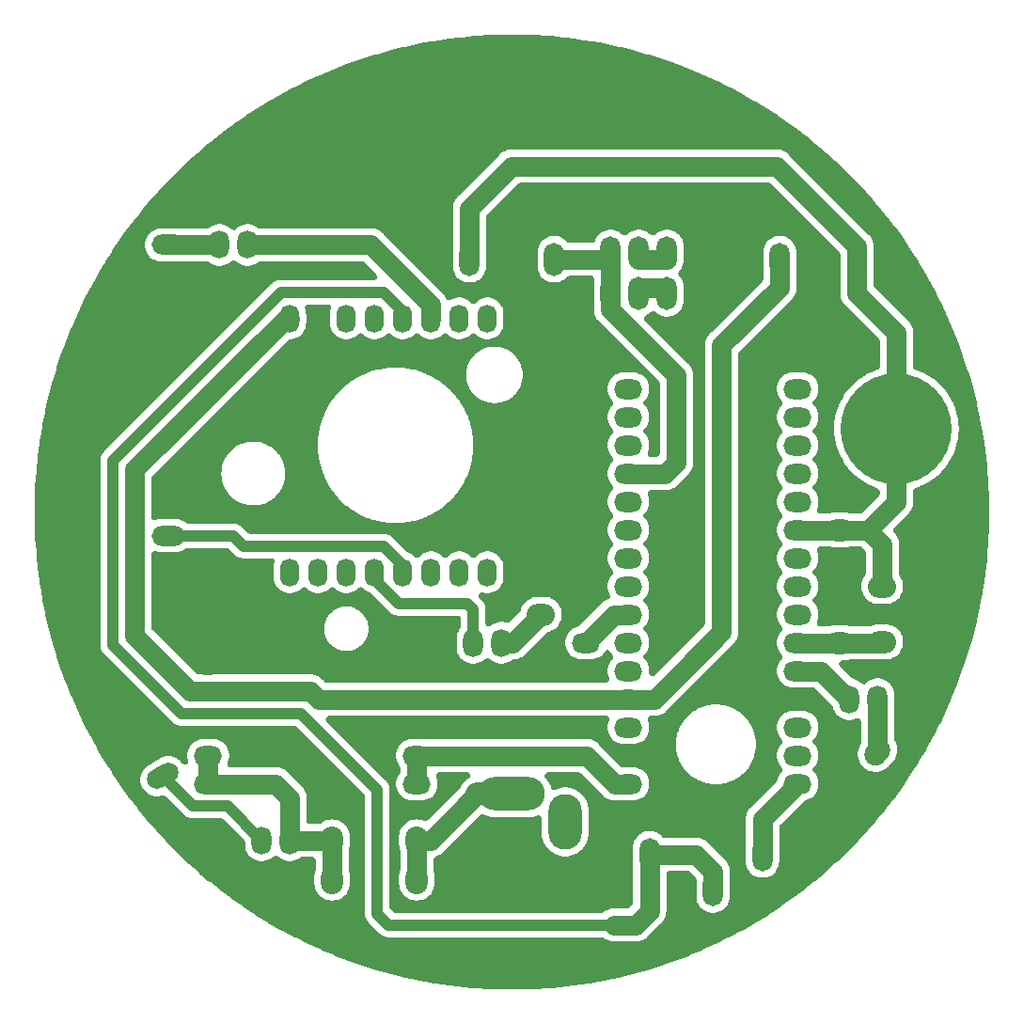
<source format=gbr>
G04 #@! TF.GenerationSoftware,KiCad,Pcbnew,7.0.9*
G04 #@! TF.CreationDate,2024-04-10T14:08:56+01:00*
G04 #@! TF.ProjectId,headphone-pcb,68656164-7068-46f6-9e65-2d7063622e6b,rev?*
G04 #@! TF.SameCoordinates,PX5f5e100PY5f5e100*
G04 #@! TF.FileFunction,Copper,L2,Bot*
G04 #@! TF.FilePolarity,Positive*
%FSLAX46Y46*%
G04 Gerber Fmt 4.6, Leading zero omitted, Abs format (unit mm)*
G04 Created by KiCad (PCBNEW 7.0.9) date 2024-04-10 14:08:56*
%MOMM*%
%LPD*%
G01*
G04 APERTURE LIST*
G04 Aperture macros list*
%AMHorizOval*
0 Thick line with rounded ends*
0 $1 width*
0 $2 $3 position (X,Y) of the first rounded end (center of the circle)*
0 $4 $5 position (X,Y) of the second rounded end (center of the circle)*
0 Add line between two ends*
20,1,$1,$2,$3,$4,$5,0*
0 Add two circle primitives to create the rounded ends*
1,1,$1,$2,$3*
1,1,$1,$4,$5*%
G04 Aperture macros list end*
G04 #@! TA.AperFunction,ComponentPad*
%ADD10O,3.000000X1.800000*%
G04 #@! TD*
G04 #@! TA.AperFunction,ComponentPad*
%ADD11O,1.800000X2.540000*%
G04 #@! TD*
G04 #@! TA.AperFunction,ComponentPad*
%ADD12HorizOval,1.800000X-0.519615X-0.300000X0.519615X0.300000X0*%
G04 #@! TD*
G04 #@! TA.AperFunction,ComponentPad*
%ADD13O,2.540000X1.800000*%
G04 #@! TD*
G04 #@! TA.AperFunction,ComponentPad*
%ADD14O,1.600000X1.600000*%
G04 #@! TD*
G04 #@! TA.AperFunction,ComponentPad*
%ADD15O,1.800000X3.000000*%
G04 #@! TD*
G04 #@! TA.AperFunction,ComponentPad*
%ADD16O,2.000000X2.540000*%
G04 #@! TD*
G04 #@! TA.AperFunction,ComponentPad*
%ADD17O,2.540000X2.000000*%
G04 #@! TD*
G04 #@! TA.AperFunction,ComponentPad*
%ADD18O,3.000000X5.000000*%
G04 #@! TD*
G04 #@! TA.AperFunction,ComponentPad*
%ADD19O,5.000000X3.000000*%
G04 #@! TD*
G04 #@! TA.AperFunction,ComponentPad*
%ADD20O,6.000000X3.000000*%
G04 #@! TD*
G04 #@! TA.AperFunction,ComponentPad*
%ADD21C,10.000000*%
G04 #@! TD*
G04 #@! TA.AperFunction,ComponentPad*
%ADD22HorizOval,2.000000X-0.173553X-0.206832X0.173553X0.206832X0*%
G04 #@! TD*
G04 #@! TA.AperFunction,ComponentPad*
%ADD23O,1.700000X2.540000*%
G04 #@! TD*
G04 #@! TA.AperFunction,ViaPad*
%ADD24C,6.000000*%
G04 #@! TD*
G04 #@! TA.AperFunction,Conductor*
%ADD25C,1.800000*%
G04 #@! TD*
G04 #@! TA.AperFunction,Conductor*
%ADD26C,1.000000*%
G04 #@! TD*
G04 #@! TA.AperFunction,Conductor*
%ADD27C,2.000000*%
G04 #@! TD*
G04 APERTURE END LIST*
D10*
G04 #@! TO.P,R9,1*
G04 #@! TO.N,Net-(D6-K)*
X-30912000Y24059000D03*
G04 #@! TO.P,R9,2*
G04 #@! TO.N,GND*
X-30912000Y13899000D03*
G04 #@! TD*
D11*
G04 #@! TO.P,D6,1,K*
G04 #@! TO.N,Net-(D6-K)*
X-26340000Y24059000D03*
G04 #@! TO.P,D6,2,A*
G04 #@! TO.N,/LED2*
X-23800000Y24059000D03*
G04 #@! TD*
D12*
G04 #@! TO.P,R2,1*
G04 #@! TO.N,Net-(D4-K)*
X-31420000Y-23779409D03*
G04 #@! TO.P,R2,2*
G04 #@! TO.N,GND*
X-36500000Y-14980591D03*
G04 #@! TD*
D11*
G04 #@! TO.P,D4,2,A*
G04 #@! TO.N,+12V*
X-19990000Y-29540000D03*
G04 #@! TO.P,D4,1,K*
G04 #@! TO.N,Net-(D4-K)*
X-22530000Y-29540000D03*
G04 #@! TD*
D13*
G04 #@! TO.P,U3,3,VI*
G04 #@! TO.N,+12V*
X-27340000Y-21920000D03*
X-27340000Y-24460000D03*
G04 #@! TO.P,U3,2,VO*
G04 #@! TO.N,+7.5V*
X-8560000Y-21920000D03*
X-8560000Y-24460000D03*
G04 #@! TO.P,U3,1,GND*
G04 #@! TO.N,GND*
X-27340000Y-11180000D03*
X-27340000Y-13720000D03*
X-8560000Y-11180000D03*
X-8560000Y-13720000D03*
G04 #@! TD*
D14*
G04 #@! TO.P,R1,2*
G04 #@! TO.N,+5V*
X24130000Y20244000D03*
D15*
G04 #@! TO.P,R1,1*
G04 #@! TO.N,Net-(J4-Pin_1)*
X13970000Y19694000D03*
G04 #@! TD*
G04 #@! TO.P,J4,2,Pin_2*
G04 #@! TO.N,/FLEX*
X8890000Y19694000D03*
G04 #@! TO.P,J4,1,Pin_1*
G04 #@! TO.N,Net-(J4-Pin_1)*
X11430000Y19694000D03*
G04 #@! TD*
G04 #@! TO.P,J3,2,Pin_2*
G04 #@! TO.N,/FLEX*
X8890000Y23334000D03*
G04 #@! TO.P,J3,1,Pin_1*
G04 #@! TO.N,Net-(J3-Pin_1)*
X11430000Y23334000D03*
G04 #@! TD*
D16*
G04 #@! TO.P,D3,2,A*
G04 #@! TO.N,Net-(D3-A)*
X-8560000Y-33096000D03*
G04 #@! TO.P,D3,1,K*
G04 #@! TO.N,+12V*
X-16180000Y-33096000D03*
G04 #@! TD*
D13*
G04 #@! TO.P,A1,30,VIN*
G04 #@! TO.N,+7.5V*
X10490000Y-24460000D03*
G04 #@! TO.P,A1,29,GND*
G04 #@! TO.N,GND*
X10490000Y-21920000D03*
G04 #@! TO.P,A1,28,~{RESET}*
G04 #@! TO.N,unconnected-(A1-~{RESET}-Pad28)*
X10490000Y-19380000D03*
G04 #@! TO.P,A1,27,+5V*
G04 #@! TO.N,+5V*
X10490000Y-16840000D03*
G04 #@! TO.P,A1,26,A7*
G04 #@! TO.N,unconnected-(A1-A7-Pad26)*
X10490000Y-14300000D03*
G04 #@! TO.P,A1,25,A6*
G04 #@! TO.N,unconnected-(A1-A6-Pad25)*
X10490000Y-11760000D03*
G04 #@! TO.P,A1,24,SCL/A5*
G04 #@! TO.N,/DEBUG_SEL*
X10490000Y-9220000D03*
G04 #@! TO.P,A1,23,SDA/A4*
G04 #@! TO.N,unconnected-(A1-SDA{slash}A4-Pad23)*
X10490000Y-6680000D03*
G04 #@! TO.P,A1,22,A3*
G04 #@! TO.N,unconnected-(A1-A3-Pad22)*
X10490000Y-4140000D03*
G04 #@! TO.P,A1,21,A2*
G04 #@! TO.N,unconnected-(A1-A2-Pad21)*
X10490000Y-1600000D03*
G04 #@! TO.P,A1,20,A1*
G04 #@! TO.N,unconnected-(A1-A1-Pad20)*
X10490000Y940000D03*
G04 #@! TO.P,A1,19,A0*
G04 #@! TO.N,/FLEX*
X10490000Y3480000D03*
G04 #@! TO.P,A1,18,AREF*
G04 #@! TO.N,unconnected-(A1-AREF-Pad18)*
X10490000Y6020000D03*
G04 #@! TO.P,A1,17,3V3*
G04 #@! TO.N,unconnected-(A1-3V3-Pad17)*
X10490000Y8560000D03*
G04 #@! TO.P,A1,16,SCK*
G04 #@! TO.N,unconnected-(A1-SCK-Pad16)*
X10490000Y11100000D03*
G04 #@! TO.P,A1,15,MISO*
G04 #@! TO.N,unconnected-(A1-MISO-Pad15)*
X25730000Y11100000D03*
G04 #@! TO.P,A1,14,MOSI*
G04 #@! TO.N,unconnected-(A1-MOSI-Pad14)*
X25730000Y8560000D03*
G04 #@! TO.P,A1,13,D10*
G04 #@! TO.N,unconnected-(A1-D10-Pad13)*
X25730000Y6020000D03*
G04 #@! TO.P,A1,12,D9*
G04 #@! TO.N,unconnected-(A1-D9-Pad12)*
X25730000Y3480000D03*
G04 #@! TO.P,A1,11,D8*
G04 #@! TO.N,unconnected-(A1-D8-Pad11)*
X25730000Y940000D03*
G04 #@! TO.P,A1,10,D7*
G04 #@! TO.N,/CS_RES*
X25730000Y-1600000D03*
G04 #@! TO.P,A1,9,D6*
G04 #@! TO.N,unconnected-(A1-D6-Pad9)*
X25730000Y-4140000D03*
G04 #@! TO.P,A1,8,D5*
G04 #@! TO.N,unconnected-(A1-D5-Pad8)*
X25730000Y-6680000D03*
G04 #@! TO.P,A1,7,D4*
G04 #@! TO.N,unconnected-(A1-D4-Pad7)*
X25730000Y-9220000D03*
G04 #@! TO.P,A1,6,D3*
G04 #@! TO.N,/CS_SENSE*
X25730000Y-11760000D03*
G04 #@! TO.P,A1,5,D2*
G04 #@! TO.N,/LED1*
X25730000Y-14300000D03*
G04 #@! TO.P,A1,4,GND*
G04 #@! TO.N,GND*
X25730000Y-16840000D03*
G04 #@! TO.P,A1,3,~{RESET}*
G04 #@! TO.N,unconnected-(A1-~{RESET}-Pad3)*
X25730000Y-19380000D03*
G04 #@! TO.P,A1,2,RX1*
G04 #@! TO.N,unconnected-(A1-RX1-Pad2)*
X25730000Y-21920000D03*
G04 #@! TO.P,A1,1,TX1*
G04 #@! TO.N,/NANO_TX*
X25730000Y-24460000D03*
G04 #@! TD*
D10*
G04 #@! TO.P,J2,2,Pin_2*
G04 #@! TO.N,GND*
X-30912000Y432000D03*
G04 #@! TO.P,J2,1,Pin_1*
G04 #@! TO.N,/WIFI_EN*
X-30912000Y-2108000D03*
G04 #@! TD*
D15*
G04 #@! TO.P,R8,1*
G04 #@! TO.N,Net-(J3-Pin_1)*
X13970000Y23334000D03*
G04 #@! TO.P,R8,2*
G04 #@! TO.N,+5V*
X24130000Y22784000D03*
G04 #@! TD*
D17*
G04 #@! TO.P,R7,2*
G04 #@! TO.N,/CS_SENSE*
X29540000Y-11760000D03*
G04 #@! TO.P,R7,1*
G04 #@! TO.N,/CS_RES*
X29540000Y-1600000D03*
G04 #@! TD*
D18*
G04 #@! TO.P,J13,3*
G04 #@! TO.N,N/C*
X4800000Y-27880000D03*
D19*
G04 #@! TO.P,J13,2*
G04 #@! TO.N,GND*
X0Y-31380000D03*
D20*
G04 #@! TO.P,J13,1*
G04 #@! TO.N,Net-(D3-A)*
X0Y-25380000D03*
G04 #@! TD*
D15*
G04 #@! TO.P,J12,1,Pin_1*
G04 #@! TO.N,/FLEX*
X3810000Y22784000D03*
G04 #@! TO.P,J12,2,Pin_2*
G04 #@! TO.N,GND*
X1270000Y22784000D03*
G04 #@! TD*
G04 #@! TO.P,J11,2,Pin_2*
G04 #@! TO.N,GND*
X-1270000Y22784000D03*
G04 #@! TO.P,J11,1,Pin_1*
G04 #@! TO.N,/CS_RES*
X-3810000Y22784000D03*
G04 #@! TD*
D21*
G04 #@! TO.P,J10,1,Pin_1*
G04 #@! TO.N,/CS_RES*
X34620000Y7500000D03*
G04 #@! TD*
D16*
G04 #@! TO.P,D5,2,A*
G04 #@! TO.N,Net-(D3-A)*
X-8565000Y-29540000D03*
G04 #@! TO.P,D5,1,K*
G04 #@! TO.N,+12V*
X-16185000Y-29540000D03*
G04 #@! TD*
D17*
G04 #@! TO.P,C2,2*
G04 #@! TO.N,/CS_SENSE*
X33350000Y-11680000D03*
G04 #@! TO.P,C2,1*
G04 #@! TO.N,/CS_RES*
X33350000Y-6680000D03*
G04 #@! TD*
D15*
G04 #@! TO.P,R3,1*
G04 #@! TO.N,/NANO_TX*
X22555000Y-30810000D03*
G04 #@! TO.P,R3,2*
G04 #@! TO.N,/ESP_RX*
X12395000Y-30810000D03*
G04 #@! TD*
G04 #@! TO.P,R4,1*
G04 #@! TO.N,/ESP_RX*
X18110000Y-33985000D03*
G04 #@! TO.P,R4,2*
G04 #@! TO.N,GND*
X7950000Y-33985000D03*
G04 #@! TD*
D11*
G04 #@! TO.P,D1,2,A*
G04 #@! TO.N,/LED0*
X-3480000Y-11760000D03*
G04 #@! TO.P,D1,1,K*
G04 #@! TO.N,Net-(D1-K)*
X-940000Y-11760000D03*
G04 #@! TD*
D13*
G04 #@! TO.P,J1,2,Pin_2*
G04 #@! TO.N,GND*
X6680000Y-14300000D03*
G04 #@! TO.P,J1,1,Pin_1*
G04 #@! TO.N,/DEBUG_SEL*
X6680000Y-11760000D03*
G04 #@! TD*
D22*
G04 #@! TO.P,R6,2*
G04 #@! TO.N,GND*
X26394708Y-29367506D03*
G04 #@! TO.P,R6,1*
G04 #@! TO.N,Net-(D2-K)*
X32925430Y-21584494D03*
G04 #@! TD*
D17*
G04 #@! TO.P,R5,2*
G04 #@! TO.N,GND*
X2616000Y-19380000D03*
G04 #@! TO.P,R5,1*
G04 #@! TO.N,Net-(D1-K)*
X2616000Y-9220000D03*
G04 #@! TD*
D11*
G04 #@! TO.P,D2,2,A*
G04 #@! TO.N,/LED1*
X30385430Y-16840000D03*
G04 #@! TO.P,D2,1,K*
G04 #@! TO.N,Net-(D2-K)*
X32925430Y-16840000D03*
G04 #@! TD*
D23*
G04 #@! TO.P,U1,1,~{RST}*
G04 #@! TO.N,unconnected-(U1-~{RST}-Pad1)*
X-2210000Y-5410000D03*
G04 #@! TO.P,U1,2,A0*
G04 #@! TO.N,unconnected-(U1-A0-Pad2)*
X-4750000Y-5410000D03*
G04 #@! TO.P,U1,3,D0*
G04 #@! TO.N,unconnected-(U1-D0-Pad3)*
X-7290000Y-5410000D03*
G04 #@! TO.P,U1,4,SCK/D5*
G04 #@! TO.N,/WIFI_EN*
X-9830000Y-5410000D03*
G04 #@! TO.P,U1,5,MISO/D6*
G04 #@! TO.N,/LED0*
X-12370000Y-5410000D03*
G04 #@! TO.P,U1,6,MOSI/D7*
G04 #@! TO.N,unconnected-(U1-MOSI{slash}D7-Pad6)*
X-14910000Y-5410000D03*
G04 #@! TO.P,U1,7,CS/D8*
G04 #@! TO.N,unconnected-(U1-CS{slash}D8-Pad7)*
X-17450000Y-5410000D03*
G04 #@! TO.P,U1,8,3V3*
G04 #@! TO.N,unconnected-(U1-3V3-Pad8)*
X-19990000Y-5410000D03*
G04 #@! TO.P,U1,9,5V*
G04 #@! TO.N,+5V*
X-19990000Y17450000D03*
G04 #@! TO.P,U1,10,GND*
G04 #@! TO.N,GND*
X-17450000Y17450000D03*
G04 #@! TO.P,U1,11,D4*
G04 #@! TO.N,unconnected-(U1-D4-Pad11)*
X-14910000Y17450000D03*
G04 #@! TO.P,U1,12,D3*
G04 #@! TO.N,unconnected-(U1-D3-Pad12)*
X-12370000Y17450000D03*
G04 #@! TO.P,U1,13,SDA/D2*
G04 #@! TO.N,/ESP_RX*
X-9830000Y17450000D03*
G04 #@! TO.P,U1,14,SCL/D1*
G04 #@! TO.N,/LED2*
X-7290000Y17450000D03*
G04 #@! TO.P,U1,15,RX*
G04 #@! TO.N,unconnected-(U1-RX-Pad15)*
X-4750000Y17450000D03*
G04 #@! TO.P,U1,16,TX*
G04 #@! TO.N,unconnected-(U1-TX-Pad16)*
X-2210000Y17450000D03*
G04 #@! TD*
D24*
G04 #@! TO.N,GND*
X0Y0D03*
X40000000Y0D03*
X-40000000Y0D03*
G04 #@! TD*
D25*
G04 #@! TO.N,/CS_RES*
X34620000Y7500000D02*
X34620000Y940000D01*
X34620000Y940000D02*
X32080000Y-1600000D01*
X31064000Y19736000D02*
X34620000Y16180000D01*
X31064000Y23936000D02*
X31064000Y19736000D01*
X34620000Y16180000D02*
X34620000Y7500000D01*
G04 #@! TO.N,/LED2*
X-23800000Y24059000D02*
X-12695598Y24059000D01*
X-12695598Y24059000D02*
X-7290000Y18653402D01*
X-7290000Y18653402D02*
X-7290000Y17450000D01*
G04 #@! TO.N,Net-(D6-K)*
X-30912000Y24059000D02*
X-26340000Y24059000D01*
D26*
G04 #@! TO.N,/ESP_RX*
X-13894000Y19820000D02*
X-14910000Y19820000D01*
X-9830000Y17450000D02*
X-9830000Y18087716D01*
X-9830000Y18087716D02*
X-11562284Y19820000D01*
X-11562284Y19820000D02*
X-13894000Y19820000D01*
X-14910000Y19820000D02*
X-20797716Y19820000D01*
G04 #@! TO.N,Net-(D4-K)*
X-25610000Y-26460000D02*
X-28739408Y-26460000D01*
X-28739408Y-26460000D02*
X-31420000Y-23779409D01*
X-22530000Y-29540000D02*
X-25610000Y-26460000D01*
D25*
G04 #@! TO.N,+12V*
X-19990000Y-25730000D02*
X-21260000Y-24460000D01*
X-19990000Y-29540000D02*
X-19990000Y-25730000D01*
X-21260000Y-24460000D02*
X-27340000Y-24460000D01*
G04 #@! TO.N,+5V*
X10490000Y-16840000D02*
X-17415572Y-16840000D01*
X-17415572Y-16840000D02*
X-18135572Y-16120000D01*
X-33960000Y3829288D02*
X-20339288Y17450000D01*
X-18135572Y-16120000D02*
X-28965000Y-16120000D01*
X-28965000Y-16120000D02*
X-33960000Y-11125000D01*
X-20339288Y17450000D02*
X-19990000Y17450000D01*
X-33960000Y-11125000D02*
X-33960000Y3829288D01*
D26*
G04 #@! TO.N,/ESP_RX*
X-32643714Y-15269714D02*
X-29793427Y-18120000D01*
X-18964000Y-18120000D02*
X-12116000Y-24968000D01*
X-29793427Y-18120000D02*
X-18964000Y-18120000D01*
X-12116000Y-24968000D02*
X-12116000Y-36144000D01*
X-12116000Y-36144000D02*
X-11100000Y-37160000D01*
X-11100000Y-37160000D02*
X-8560000Y-37160000D01*
X-35960000Y-11953428D02*
X-32643714Y-15269714D01*
X-32643714Y-15269714D02*
X-30383427Y-17530000D01*
G04 #@! TO.N,/WIFI_EN*
X-30912000Y-2108000D02*
X-25113000Y-2108000D01*
X-9830000Y-4772284D02*
X-9830000Y-5410000D01*
X-25113000Y-2108000D02*
X-24181000Y-3040000D01*
X-24181000Y-3040000D02*
X-11562284Y-3040000D01*
X-11562284Y-3040000D02*
X-9830000Y-4772284D01*
G04 #@! TO.N,/ESP_RX*
X-20797716Y19820000D02*
X-35960000Y4657715D01*
X-35960000Y4657715D02*
X-35960000Y-11953428D01*
G04 #@! TO.N,/LED0*
X-3480000Y-11760000D02*
X-3480000Y-8712000D01*
X-3480000Y-8712000D02*
X-3988000Y-8204000D01*
X-3988000Y-8204000D02*
X-10213716Y-8204000D01*
X-10213716Y-8204000D02*
X-12370000Y-6047716D01*
X-12370000Y-6047716D02*
X-12370000Y-5410000D01*
D25*
G04 #@! TO.N,/ESP_RX*
X12395000Y-30810000D02*
X12395000Y-35890000D01*
X12395000Y-35890000D02*
X11125000Y-37160000D01*
X11125000Y-37160000D02*
X9220000Y-37160000D01*
G04 #@! TO.N,Net-(J4-Pin_1)*
X11430000Y20244000D02*
X13970000Y20244000D01*
G04 #@! TO.N,Net-(J3-Pin_1)*
X11430000Y22784000D02*
X13970000Y22784000D01*
G04 #@! TO.N,/FLEX*
X8890000Y20244000D02*
X8890000Y22784000D01*
X3810000Y22784000D02*
X8890000Y22784000D01*
G04 #@! TO.N,/CS_RES*
X34620000Y4750000D02*
X31064000Y8306000D01*
X31064000Y23936000D02*
X23834000Y31166000D01*
X23834000Y31166000D02*
X0Y31166000D01*
X0Y31166000D02*
X-3810000Y27356000D01*
X-3810000Y27356000D02*
X-3810000Y22784000D01*
G04 #@! TO.N,+5V*
X18872000Y-10788000D02*
X18872000Y15000000D01*
X24130000Y20244000D02*
X18886000Y15000000D01*
X18886000Y15000000D02*
X18872000Y15000000D01*
X24130000Y22784000D02*
X24130000Y20244000D01*
G04 #@! TO.N,/FLEX*
X14808000Y4496000D02*
X14808000Y12321887D01*
X14808000Y12321887D02*
X8890000Y18239887D01*
X8890000Y18239887D02*
X8890000Y20244000D01*
D26*
G04 #@! TO.N,/ESP_RX*
X-8560000Y-37160000D02*
X8204000Y-37160000D01*
X9220000Y-37160000D02*
X-8560000Y-37160000D01*
X8204000Y-37160000D02*
X9220000Y-37160000D01*
D25*
G04 #@! TO.N,Net-(D3-A)*
X-8560000Y-33096000D02*
X-8560000Y-29545000D01*
X-8560000Y-29545000D02*
X-8565000Y-29540000D01*
G04 #@! TO.N,+12V*
X-16180000Y-33096000D02*
X-16180000Y-29545000D01*
X-16180000Y-29545000D02*
X-16185000Y-29540000D01*
G04 #@! TO.N,/DEBUG_SEL*
X6680000Y-11760000D02*
X9220000Y-9220000D01*
X9220000Y-9220000D02*
X10490000Y-9220000D01*
G04 #@! TO.N,+5V*
X12820000Y-16840000D02*
X15592000Y-14068000D01*
X15592000Y-14068000D02*
X18872000Y-10788000D01*
G04 #@! TO.N,+12V*
X-27340000Y-21920000D02*
X-27340000Y-24460000D01*
G04 #@! TO.N,Net-(D1-K)*
X-940000Y-11760000D02*
X76000Y-11760000D01*
X76000Y-11760000D02*
X2616000Y-9220000D01*
G04 #@! TO.N,/FLEX*
X10490000Y3480000D02*
X13792000Y3480000D01*
X13792000Y3480000D02*
X14808000Y4496000D01*
G04 #@! TO.N,+5V*
X10490000Y-16840000D02*
X12820000Y-16840000D01*
G04 #@! TO.N,/LED1*
X25730000Y-14300000D02*
X27845430Y-14300000D01*
X27845430Y-14300000D02*
X30385430Y-16840000D01*
G04 #@! TO.N,Net-(D2-K)*
X32925430Y-21584494D02*
X32925430Y-16840000D01*
G04 #@! TO.N,+7.5V*
X-8560000Y-21920000D02*
X6725887Y-21920000D01*
X6725887Y-21920000D02*
X9265887Y-24460000D01*
G04 #@! TO.N,/ESP_RX*
X18110000Y-33985000D02*
X18110000Y-32334000D01*
X18110000Y-32334000D02*
X16586000Y-30810000D01*
X16586000Y-30810000D02*
X12395000Y-30810000D01*
G04 #@! TO.N,/NANO_TX*
X22555000Y-30810000D02*
X22555000Y-27635000D01*
X22555000Y-27635000D02*
X25730000Y-24460000D01*
G04 #@! TO.N,/CS_RES*
X32080000Y-1600000D02*
X33350000Y-2870000D01*
X29540000Y-1600000D02*
X32080000Y-1600000D01*
X33350000Y-2870000D02*
X33350000Y-6680000D01*
X25730000Y-1600000D02*
X29540000Y-1600000D01*
G04 #@! TO.N,/CS_SENSE*
X29540000Y-11760000D02*
X33270000Y-11760000D01*
X33270000Y-11760000D02*
X33350000Y-11680000D01*
X25730000Y-11760000D02*
X29540000Y-11760000D01*
G04 #@! TO.N,+12V*
X-19990000Y-29540000D02*
X-16185000Y-29540000D01*
G04 #@! TO.N,Net-(D3-A)*
X-8565000Y-29540000D02*
X-7290000Y-29540000D01*
X-7290000Y-29540000D02*
X-4432500Y-26682500D01*
X-4432500Y-26682500D02*
X-3130000Y-25380000D01*
X-4432500Y-26682500D02*
X-6655000Y-28905000D01*
G04 #@! TO.N,+7.5V*
X10490000Y-24460000D02*
X9265887Y-24460000D01*
D27*
G04 #@! TO.N,Net-(D3-A)*
X0Y-25380000D02*
X-3130000Y-25380000D01*
D25*
G04 #@! TO.N,+7.5V*
X-8560000Y-24460000D02*
X-8560000Y-21920000D01*
X10490000Y-24460000D02*
X9286598Y-24460000D01*
G04 #@! TD*
G04 #@! TA.AperFunction,Conductor*
G04 #@! TO.N,GND*
G36*
X786812Y42990501D02*
G01*
X1835497Y42958505D01*
X2097499Y42946510D01*
X3144787Y42882544D01*
X3406184Y42862573D01*
X4348805Y42776079D01*
X4451058Y42766696D01*
X4478156Y42763793D01*
X4711706Y42738766D01*
X5753151Y42611072D01*
X6012935Y42575191D01*
X7049974Y42415801D01*
X7308589Y42372004D01*
X8340225Y42181072D01*
X8597310Y42129425D01*
X9622762Y41907096D01*
X9878049Y41847657D01*
X10896256Y41594157D01*
X11086024Y41543825D01*
X11149736Y41526926D01*
X11270131Y41493021D01*
X12159680Y41242508D01*
X12410891Y41167609D01*
X13411705Y40852520D01*
X13660641Y40769954D01*
X14651363Y40424495D01*
X14897527Y40334427D01*
X15877334Y39958886D01*
X16066977Y39882862D01*
X16120695Y39861327D01*
X17088519Y39456112D01*
X17328818Y39351166D01*
X18283793Y38916644D01*
X18520884Y38804369D01*
X19462068Y38340972D01*
X19695643Y38221511D01*
X20622335Y37729584D01*
X20852066Y37603105D01*
X20852110Y37603080D01*
X21763306Y37083159D01*
X21989135Y36949697D01*
X22884073Y36402217D01*
X23105725Y36261931D01*
X23983575Y35687397D01*
X24200824Y35540432D01*
X25060682Y34939438D01*
X25060727Y34939407D01*
X25273431Y34785857D01*
X26114604Y34158889D01*
X26322488Y33998954D01*
X26569979Y33802467D01*
X27144172Y33346606D01*
X27347080Y33180408D01*
X28148536Y32503263D01*
X28346201Y32331024D01*
X28897127Y31835981D01*
X29126652Y31629738D01*
X29318987Y31451538D01*
X30077641Y30726824D01*
X30264590Y30542704D01*
X31000708Y29795273D01*
X31181921Y29605573D01*
X31894962Y28835976D01*
X31990673Y28729462D01*
X32070235Y28640919D01*
X32497380Y28150721D01*
X32759515Y27849890D01*
X32928773Y27649559D01*
X33593585Y26837907D01*
X33756662Y26632498D01*
X34297512Y25929500D01*
X34396438Y25800916D01*
X34553129Y25590691D01*
X35167249Y24739983D01*
X35317490Y24525030D01*
X35882789Y23689386D01*
X35905358Y23656024D01*
X36048993Y23436558D01*
X36610076Y22550043D01*
X36746950Y22326305D01*
X37052545Y21809212D01*
X37280741Y21423084D01*
X37410723Y21195281D01*
X37916731Y20276185D01*
X38039691Y20044552D01*
X38517445Y19110431D01*
X38633280Y18875163D01*
X39082313Y17926933D01*
X39190940Y17688197D01*
X39610842Y16726726D01*
X39712131Y16484804D01*
X40102509Y15510993D01*
X40196394Y15266043D01*
X40248242Y15124340D01*
X40538387Y14331354D01*
X40556899Y14280761D01*
X40583850Y14203470D01*
X40643231Y14033174D01*
X40973547Y13037279D01*
X41052289Y12787173D01*
X41081545Y12689047D01*
X41352072Y11781694D01*
X41423160Y11529268D01*
X41692136Y10515131D01*
X41755490Y10260665D01*
X41993407Y9238827D01*
X42048990Y8982463D01*
X42255623Y7953899D01*
X42303361Y7695963D01*
X42478539Y6661522D01*
X42518377Y6402325D01*
X42661928Y5363026D01*
X42693852Y5102664D01*
X42805637Y4059506D01*
X42829606Y3798290D01*
X42909525Y2752231D01*
X42925519Y2490368D01*
X42973501Y1442334D01*
X42981499Y1180191D01*
X42999500Y0D01*
X42981499Y-1180190D01*
X42973501Y-1442333D01*
X42925519Y-2490367D01*
X42909525Y-2752230D01*
X42829606Y-3798289D01*
X42805637Y-4059505D01*
X42693852Y-5102663D01*
X42661928Y-5363025D01*
X42518377Y-6402324D01*
X42478539Y-6661521D01*
X42303361Y-7695962D01*
X42255623Y-7953898D01*
X42048990Y-8982462D01*
X41993407Y-9238826D01*
X41755490Y-10260664D01*
X41692136Y-10515130D01*
X41423160Y-11529267D01*
X41352072Y-11781693D01*
X41052291Y-12787166D01*
X40973547Y-13037278D01*
X40643231Y-14033173D01*
X40556903Y-14280749D01*
X40196394Y-15266042D01*
X40102509Y-15510992D01*
X39712131Y-16484803D01*
X39610842Y-16726725D01*
X39190940Y-17688196D01*
X39082313Y-17926932D01*
X38633280Y-18875162D01*
X38517445Y-19110430D01*
X38039691Y-20044551D01*
X37916731Y-20276184D01*
X37410723Y-21195280D01*
X37280741Y-21423083D01*
X36746957Y-22326292D01*
X36610076Y-22550042D01*
X36048993Y-23436557D01*
X35905358Y-23656023D01*
X35317500Y-24525015D01*
X35167249Y-24739982D01*
X34553129Y-25590690D01*
X34396438Y-25800915D01*
X33756661Y-26632500D01*
X33593585Y-26837906D01*
X32928773Y-27649558D01*
X32759515Y-27849889D01*
X32070236Y-28640918D01*
X31894962Y-28835975D01*
X31181921Y-29605572D01*
X31000708Y-29795272D01*
X30264573Y-30542721D01*
X30077643Y-30726821D01*
X29319015Y-31451511D01*
X29126652Y-31629737D01*
X28346208Y-32331017D01*
X28148524Y-32503273D01*
X27347093Y-33180396D01*
X27144172Y-33346605D01*
X26322494Y-33998948D01*
X26114600Y-34158891D01*
X25273431Y-34785856D01*
X25060727Y-34939406D01*
X24200824Y-35540431D01*
X23983575Y-35687396D01*
X23105725Y-36261930D01*
X22884073Y-36402216D01*
X21989135Y-36949696D01*
X21763306Y-37083158D01*
X20852058Y-37603109D01*
X20622307Y-37729598D01*
X19695668Y-38221497D01*
X19462043Y-38340983D01*
X18520892Y-38804364D01*
X18283760Y-38916658D01*
X17328840Y-39351156D01*
X17088500Y-39456119D01*
X16120695Y-39861326D01*
X15877315Y-39958892D01*
X14897557Y-40334414D01*
X14651345Y-40424501D01*
X13660642Y-40769952D01*
X13411682Y-40852527D01*
X12410937Y-41167594D01*
X12159626Y-41242522D01*
X11149736Y-41526925D01*
X10896208Y-41594168D01*
X9878095Y-41847645D01*
X9622722Y-41907104D01*
X8597310Y-42129424D01*
X8340225Y-42181071D01*
X7308589Y-42372003D01*
X7049926Y-42415807D01*
X6012990Y-42575182D01*
X5753155Y-42611071D01*
X4711757Y-42738759D01*
X4451058Y-42766695D01*
X3406214Y-42862569D01*
X3144730Y-42882547D01*
X2097541Y-42946507D01*
X1835472Y-42958505D01*
X786843Y-42990499D01*
X524577Y-42994500D01*
X-524577Y-42994500D01*
X-786844Y-42990499D01*
X-1835473Y-42958505D01*
X-2097542Y-42946507D01*
X-3144731Y-42882547D01*
X-3406215Y-42862569D01*
X-4451059Y-42766695D01*
X-4711758Y-42738759D01*
X-5753156Y-42611071D01*
X-6012991Y-42575182D01*
X-7049927Y-42415807D01*
X-7308590Y-42372003D01*
X-8340226Y-42181071D01*
X-8597311Y-42129424D01*
X-9622723Y-41907104D01*
X-9878096Y-41847645D01*
X-10896209Y-41594168D01*
X-11149737Y-41526925D01*
X-12159627Y-41242522D01*
X-12410938Y-41167594D01*
X-13411683Y-40852527D01*
X-13660643Y-40769952D01*
X-14651346Y-40424501D01*
X-14897558Y-40334414D01*
X-15877316Y-39958892D01*
X-16120696Y-39861326D01*
X-17088501Y-39456119D01*
X-17328858Y-39351148D01*
X-18283761Y-38916658D01*
X-18520893Y-38804364D01*
X-19462044Y-38340983D01*
X-19610801Y-38264902D01*
X-19695693Y-38221484D01*
X-19697123Y-38220725D01*
X-20351811Y-37873189D01*
X-20622308Y-37729598D01*
X-20852059Y-37603109D01*
X-21763307Y-37083158D01*
X-21989136Y-36949696D01*
X-22884074Y-36402216D01*
X-23105726Y-36261930D01*
X-23983576Y-35687396D01*
X-24200825Y-35540431D01*
X-25060728Y-34939406D01*
X-25273432Y-34785856D01*
X-26114601Y-34158891D01*
X-26322495Y-33998948D01*
X-27144173Y-33346605D01*
X-27347094Y-33180396D01*
X-27950629Y-32670474D01*
X-28148535Y-32503264D01*
X-28150572Y-32501489D01*
X-28346209Y-32331017D01*
X-29078800Y-31672736D01*
X-29126653Y-31629737D01*
X-29224295Y-31539271D01*
X-29319020Y-31451506D01*
X-30077645Y-30726820D01*
X-30179396Y-30626609D01*
X-30264560Y-30542735D01*
X-31000718Y-29795263D01*
X-31005502Y-29790255D01*
X-31166383Y-29621839D01*
X-31181922Y-29605572D01*
X-31894963Y-28835975D01*
X-31983133Y-28737853D01*
X-32070249Y-28640903D01*
X-32555761Y-28083722D01*
X-32759516Y-27849889D01*
X-32928774Y-27649558D01*
X-33593586Y-26837906D01*
X-33617128Y-26808253D01*
X-33756661Y-26632500D01*
X-34396448Y-25800903D01*
X-34402365Y-25792965D01*
X-34553130Y-25590690D01*
X-35167250Y-24739982D01*
X-35212710Y-24674942D01*
X-35317500Y-24525015D01*
X-35675054Y-23996467D01*
X-33442973Y-23996467D01*
X-33436121Y-24245036D01*
X-33436121Y-24245038D01*
X-33388447Y-24489102D01*
X-33388446Y-24489105D01*
X-33301255Y-24721977D01*
X-33301254Y-24721981D01*
X-33301253Y-24721982D01*
X-33176918Y-24937337D01*
X-33071936Y-25064810D01*
X-33018832Y-25129291D01*
X-32831309Y-25292605D01*
X-32752104Y-25341292D01*
X-32619463Y-25422826D01*
X-32389072Y-25516402D01*
X-32146420Y-25570782D01*
X-31898128Y-25584480D01*
X-31898119Y-25584479D01*
X-31898118Y-25584479D01*
X-31650974Y-25557125D01*
X-31650972Y-25557124D01*
X-31650967Y-25557124D01*
X-31467102Y-25505132D01*
X-31357679Y-25495172D01*
X-31252040Y-25525413D01*
X-31174324Y-25581426D01*
X-29600202Y-27155548D01*
X-29584831Y-27173718D01*
X-29584219Y-27173189D01*
X-29574902Y-27183942D01*
X-29574894Y-27183952D01*
X-29550841Y-27206886D01*
X-29508323Y-27247427D01*
X-29480511Y-27275239D01*
X-29480503Y-27275246D01*
X-29474508Y-27280196D01*
X-29466529Y-27287277D01*
X-29422786Y-27328986D01*
X-29397026Y-27345540D01*
X-29382661Y-27356031D01*
X-29359061Y-27375517D01*
X-29359059Y-27375518D01*
X-29359052Y-27375524D01*
X-29305992Y-27404497D01*
X-29296827Y-27409936D01*
X-29245989Y-27442608D01*
X-29245984Y-27442610D01*
X-29245980Y-27442613D01*
X-29217548Y-27453995D01*
X-29201475Y-27461567D01*
X-29174590Y-27476248D01*
X-29117017Y-27494652D01*
X-29106984Y-27498258D01*
X-29074754Y-27511161D01*
X-29050868Y-27520724D01*
X-29050867Y-27520724D01*
X-29050865Y-27520725D01*
X-29040356Y-27522750D01*
X-29020801Y-27526520D01*
X-29003562Y-27530920D01*
X-28974400Y-27540242D01*
X-28914382Y-27547417D01*
X-28903860Y-27549058D01*
X-28844493Y-27560500D01*
X-28813876Y-27560500D01*
X-28796114Y-27561558D01*
X-28791060Y-27562161D01*
X-28765716Y-27565192D01*
X-28705431Y-27560880D01*
X-28694771Y-27560500D01*
X-26189692Y-27560500D01*
X-26081681Y-27580691D01*
X-25988257Y-27638536D01*
X-25978267Y-27648075D01*
X-24118075Y-29508267D01*
X-24055977Y-29598920D01*
X-24030819Y-29705883D01*
X-24030500Y-29719692D01*
X-24030500Y-29972066D01*
X-24015928Y-30147934D01*
X-24015108Y-30157821D01*
X-24002224Y-30208698D01*
X-23954064Y-30398880D01*
X-23954062Y-30398885D01*
X-23854177Y-30626599D01*
X-23854172Y-30626609D01*
X-23718165Y-30834784D01*
X-23549747Y-31017735D01*
X-23549744Y-31017738D01*
X-23353509Y-31170474D01*
X-23134809Y-31288829D01*
X-22899614Y-31369571D01*
X-22654338Y-31410500D01*
X-22654335Y-31410500D01*
X-22405662Y-31410500D01*
X-22221706Y-31379803D01*
X-22160386Y-31369571D01*
X-21925193Y-31288829D01*
X-21925192Y-31288829D01*
X-21925190Y-31288828D01*
X-21706491Y-31170474D01*
X-21510256Y-31017738D01*
X-21479982Y-30984851D01*
X-21391975Y-30919061D01*
X-21286143Y-30889503D01*
X-21176780Y-30900173D01*
X-21078657Y-30949628D01*
X-21040021Y-30984848D01*
X-21009744Y-31017738D01*
X-20813509Y-31170474D01*
X-20594809Y-31288829D01*
X-20359614Y-31369571D01*
X-20114338Y-31410500D01*
X-20114335Y-31410500D01*
X-19865662Y-31410500D01*
X-19681706Y-31379803D01*
X-19620386Y-31369571D01*
X-19385193Y-31288829D01*
X-19385192Y-31288829D01*
X-19385190Y-31288828D01*
X-19166491Y-31170474D01*
X-19080503Y-31103547D01*
X-18982865Y-31053139D01*
X-18896853Y-31040500D01*
X-17979500Y-31040500D01*
X-17871489Y-31060691D01*
X-17778065Y-31118536D01*
X-17711846Y-31206224D01*
X-17681775Y-31311912D01*
X-17680500Y-31339500D01*
X-17680500Y-32206743D01*
X-17700691Y-32314754D01*
X-17703258Y-32321160D01*
X-17706871Y-32329882D01*
X-17706873Y-32329887D01*
X-17706873Y-32329889D01*
X-17751971Y-32517738D01*
X-17765684Y-32574857D01*
X-17765685Y-32574860D01*
X-17780500Y-32763117D01*
X-17780500Y-33428883D01*
X-17765685Y-33617139D01*
X-17765684Y-33617142D01*
X-17706872Y-33862115D01*
X-17610466Y-34094858D01*
X-17610463Y-34094865D01*
X-17478837Y-34309657D01*
X-17478832Y-34309665D01*
X-17315228Y-34501220D01*
X-17315221Y-34501227D01*
X-17123666Y-34664831D01*
X-17123662Y-34664833D01*
X-17123659Y-34664836D01*
X-16908859Y-34796466D01*
X-16676111Y-34892873D01*
X-16431148Y-34951683D01*
X-16431142Y-34951683D01*
X-16431140Y-34951684D01*
X-16180004Y-34971449D01*
X-16180000Y-34971449D01*
X-16179996Y-34971449D01*
X-15928861Y-34951684D01*
X-15928860Y-34951683D01*
X-15928852Y-34951683D01*
X-15683889Y-34892873D01*
X-15451141Y-34796466D01*
X-15236341Y-34664836D01*
X-15044776Y-34501224D01*
X-14881164Y-34309659D01*
X-14749534Y-34094859D01*
X-14653127Y-33862111D01*
X-14594317Y-33617148D01*
X-14579500Y-33428882D01*
X-14579500Y-32763118D01*
X-14594317Y-32574852D01*
X-14653127Y-32329889D01*
X-14653637Y-32328658D01*
X-14656742Y-32321160D01*
X-14679420Y-32213643D01*
X-14679500Y-32206743D01*
X-14679500Y-30417185D01*
X-14660880Y-30317576D01*
X-14661759Y-30317291D01*
X-14659563Y-30310530D01*
X-14659309Y-30309174D01*
X-14658320Y-30306704D01*
X-14658131Y-30306121D01*
X-14658131Y-30306120D01*
X-14658127Y-30306111D01*
X-14599317Y-30061148D01*
X-14584500Y-29872882D01*
X-14584500Y-29207118D01*
X-14592752Y-29102262D01*
X-14599316Y-29018860D01*
X-14599317Y-29018857D01*
X-14599317Y-29018852D01*
X-14658127Y-28773889D01*
X-14754534Y-28541141D01*
X-14886164Y-28326341D01*
X-14886167Y-28326338D01*
X-14886169Y-28326334D01*
X-15049773Y-28134779D01*
X-15049780Y-28134772D01*
X-15241335Y-27971168D01*
X-15241343Y-27971163D01*
X-15456135Y-27839537D01*
X-15456139Y-27839535D01*
X-15456141Y-27839534D01*
X-15570220Y-27792281D01*
X-15688885Y-27743128D01*
X-15688889Y-27743127D01*
X-15933852Y-27684317D01*
X-15933855Y-27684316D01*
X-15933858Y-27684316D01*
X-15933861Y-27684315D01*
X-16184996Y-27664551D01*
X-16185004Y-27664551D01*
X-16436140Y-27684315D01*
X-16436143Y-27684316D01*
X-16436147Y-27684316D01*
X-16436148Y-27684317D01*
X-16499915Y-27699626D01*
X-16681116Y-27743128D01*
X-16913859Y-27839534D01*
X-16913866Y-27839537D01*
X-17128658Y-27971163D01*
X-17138164Y-27978070D01*
X-17139454Y-27976294D01*
X-17220030Y-28022653D01*
X-17318977Y-28039500D01*
X-18190500Y-28039500D01*
X-18298511Y-28019309D01*
X-18391935Y-27961464D01*
X-18458154Y-27873776D01*
X-18488225Y-27768088D01*
X-18489500Y-27740500D01*
X-18489500Y-25832455D01*
X-18488351Y-25813944D01*
X-18485644Y-25792226D01*
X-18485643Y-25792221D01*
X-18489500Y-25698974D01*
X-18489500Y-25667933D01*
X-18492064Y-25636995D01*
X-18492064Y-25636994D01*
X-18495920Y-25543763D01*
X-18500413Y-25522342D01*
X-18503085Y-25504002D01*
X-18504892Y-25482179D01*
X-18527804Y-25391702D01*
X-18546951Y-25300386D01*
X-18554909Y-25279991D01*
X-18560562Y-25262346D01*
X-18565937Y-25241119D01*
X-18603421Y-25155664D01*
X-18637344Y-25068726D01*
X-18648550Y-25049920D01*
X-18657038Y-25033430D01*
X-18665826Y-25013395D01*
X-18665830Y-25013388D01*
X-18704032Y-24954916D01*
X-18716861Y-24935279D01*
X-18764634Y-24855106D01*
X-18764639Y-24855100D01*
X-18778783Y-24838399D01*
X-18789869Y-24823532D01*
X-18801838Y-24805212D01*
X-18865034Y-24736564D01*
X-18885098Y-24712874D01*
X-18907051Y-24690921D01*
X-18970256Y-24622262D01*
X-18987531Y-24608816D01*
X-19001430Y-24596541D01*
X-20126546Y-23471426D01*
X-20138815Y-23457533D01*
X-20152262Y-23440256D01*
X-20152265Y-23440253D01*
X-20152270Y-23440248D01*
X-20220921Y-23377051D01*
X-20242871Y-23355101D01*
X-20242874Y-23355098D01*
X-20266565Y-23335033D01*
X-20314465Y-23290938D01*
X-20335211Y-23271839D01*
X-20335220Y-23271832D01*
X-20353539Y-23259864D01*
X-20368401Y-23248782D01*
X-20385106Y-23234634D01*
X-20385110Y-23234631D01*
X-20458017Y-23191188D01*
X-20465280Y-23186860D01*
X-20543393Y-23135827D01*
X-20543398Y-23135824D01*
X-20543401Y-23135823D01*
X-20563438Y-23127033D01*
X-20579920Y-23118549D01*
X-20598724Y-23107345D01*
X-20598725Y-23107344D01*
X-20598726Y-23107344D01*
X-20685665Y-23073420D01*
X-20708635Y-23063344D01*
X-20771114Y-23035938D01*
X-20771127Y-23035934D01*
X-20792352Y-23030559D01*
X-20810004Y-23024903D01*
X-20830381Y-23016952D01*
X-20921712Y-22997801D01*
X-21012176Y-22974892D01*
X-21012184Y-22974891D01*
X-21033994Y-22973083D01*
X-21052332Y-22970411D01*
X-21073756Y-22965920D01*
X-21073759Y-22965919D01*
X-21073763Y-22965919D01*
X-21167010Y-22962062D01*
X-21197933Y-22959500D01*
X-21197936Y-22959500D01*
X-21228965Y-22959500D01*
X-21322221Y-22955643D01*
X-21322222Y-22955643D01*
X-21332653Y-22956943D01*
X-21343948Y-22958351D01*
X-21362456Y-22959500D01*
X-25324627Y-22959500D01*
X-25432638Y-22939309D01*
X-25526062Y-22881464D01*
X-25592281Y-22793776D01*
X-25622352Y-22688088D01*
X-25612213Y-22578675D01*
X-25595086Y-22536599D01*
X-25596140Y-22536137D01*
X-25591171Y-22524807D01*
X-25510429Y-22289614D01*
X-25510429Y-22289613D01*
X-25469500Y-22044338D01*
X-25469500Y-21795661D01*
X-25510429Y-21550386D01*
X-25510429Y-21550385D01*
X-25591171Y-21315192D01*
X-25591171Y-21315191D01*
X-25709526Y-21096491D01*
X-25862262Y-20900256D01*
X-25862265Y-20900253D01*
X-26045216Y-20731835D01*
X-26253391Y-20595828D01*
X-26253401Y-20595823D01*
X-26481115Y-20495938D01*
X-26481120Y-20495936D01*
X-26599600Y-20465933D01*
X-26722179Y-20434892D01*
X-26722184Y-20434891D01*
X-26722186Y-20434891D01*
X-26877325Y-20422036D01*
X-26907933Y-20419500D01*
X-27772067Y-20419500D01*
X-27798346Y-20421677D01*
X-27957815Y-20434891D01*
X-27957818Y-20434891D01*
X-27957821Y-20434892D01*
X-28040224Y-20455759D01*
X-28198881Y-20495936D01*
X-28198886Y-20495938D01*
X-28426600Y-20595823D01*
X-28426610Y-20595828D01*
X-28634785Y-20731835D01*
X-28817736Y-20900253D01*
X-28817739Y-20900256D01*
X-28970475Y-21096491D01*
X-29088830Y-21315191D01*
X-29088830Y-21315192D01*
X-29169572Y-21550385D01*
X-29169572Y-21550386D01*
X-29210500Y-21795661D01*
X-29210500Y-22044338D01*
X-29169573Y-22289610D01*
X-29157618Y-22324432D01*
X-29141644Y-22433147D01*
X-29166022Y-22540291D01*
X-29227458Y-22631394D01*
X-29317655Y-22694152D01*
X-29424432Y-22720088D01*
X-29533369Y-22705701D01*
X-29629751Y-22652933D01*
X-29671222Y-22611596D01*
X-29821161Y-22429533D01*
X-29821163Y-22429531D01*
X-29833687Y-22418624D01*
X-29939706Y-22326292D01*
X-30008692Y-22266212D01*
X-30220536Y-22135992D01*
X-30384598Y-22069356D01*
X-30450928Y-22042415D01*
X-30450930Y-22042414D01*
X-30450931Y-22042414D01*
X-30450936Y-22042412D01*
X-30693572Y-21988037D01*
X-30693582Y-21988035D01*
X-30941870Y-21974338D01*
X-30941883Y-21974338D01*
X-31189027Y-22001692D01*
X-31189036Y-22001694D01*
X-31428319Y-22069356D01*
X-31596886Y-22148905D01*
X-32268390Y-22536599D01*
X-32743617Y-22810972D01*
X-32743621Y-22810974D01*
X-32743625Y-22810977D01*
X-32896790Y-22917178D01*
X-33075030Y-23090573D01*
X-33075034Y-23090579D01*
X-33222298Y-23290938D01*
X-33222302Y-23290944D01*
X-33334581Y-23512815D01*
X-33334584Y-23512820D01*
X-33408815Y-23750149D01*
X-33408816Y-23750154D01*
X-33442973Y-23996467D01*
X-35675054Y-23996467D01*
X-35905372Y-23656003D01*
X-35919630Y-23634218D01*
X-36002187Y-23508075D01*
X-36048994Y-23436557D01*
X-36610077Y-22550042D01*
X-36690959Y-22417830D01*
X-36746939Y-22326324D01*
X-37280755Y-21423060D01*
X-37410724Y-21195280D01*
X-37750265Y-20578549D01*
X-37916735Y-20276178D01*
X-38039692Y-20044551D01*
X-38517446Y-19110430D01*
X-38633281Y-18875162D01*
X-39082314Y-17926932D01*
X-39190941Y-17688196D01*
X-39610843Y-16726725D01*
X-39712132Y-16484803D01*
X-40102510Y-15510992D01*
X-40175812Y-15319743D01*
X-40196402Y-15266023D01*
X-40215994Y-15212476D01*
X-40556916Y-14280716D01*
X-40643231Y-14033173D01*
X-40973554Y-13037259D01*
X-40989892Y-12985364D01*
X-41052280Y-12787206D01*
X-41352077Y-11781681D01*
X-41370538Y-11716124D01*
X-41423164Y-11529256D01*
X-41692145Y-10515100D01*
X-41755483Y-10260698D01*
X-41993410Y-9238820D01*
X-42000617Y-9205575D01*
X-42048984Y-8982495D01*
X-42255629Y-7953870D01*
X-42303361Y-7695962D01*
X-42478543Y-6661504D01*
X-42518378Y-6402324D01*
X-42531077Y-6310386D01*
X-42661931Y-5363015D01*
X-42693853Y-5102663D01*
X-42708765Y-4963509D01*
X-42805640Y-4059492D01*
X-42817931Y-3925533D01*
X-42829607Y-3798289D01*
X-42909526Y-2752230D01*
X-42925520Y-2490367D01*
X-42933008Y-2326815D01*
X-42973503Y-1442324D01*
X-42974835Y-1398656D01*
X-42981500Y-1180253D01*
X-42997500Y-131132D01*
X-42997500Y131132D01*
X-42989779Y637394D01*
X-42981500Y1180196D01*
X-42980559Y1211018D01*
X-42973502Y1442334D01*
X-42925520Y2490374D01*
X-42925218Y2495303D01*
X-42909526Y2752233D01*
X-42900132Y2875193D01*
X-42829605Y3798318D01*
X-42828143Y3814235D01*
X-42805636Y4059525D01*
X-42738714Y4684024D01*
X-37065192Y4684024D01*
X-37062006Y4639468D01*
X-37060881Y4623747D01*
X-37060500Y4613079D01*
X-37060500Y-11836581D01*
X-37062480Y-11860297D01*
X-37061673Y-11860355D01*
X-37062690Y-11874562D01*
X-37060500Y-11966512D01*
X-37060500Y-12005850D01*
X-37059760Y-12013602D01*
X-37059126Y-12024252D01*
X-37057688Y-12084674D01*
X-37057687Y-12084676D01*
X-37051182Y-12114582D01*
X-37048441Y-12132159D01*
X-37045530Y-12162641D01*
X-37045530Y-12162642D01*
X-37028502Y-12220630D01*
X-37025861Y-12230976D01*
X-37013015Y-12290036D01*
X-37013013Y-12290041D01*
X-37000958Y-12318193D01*
X-36994940Y-12334934D01*
X-36986317Y-12364301D01*
X-36958618Y-12418033D01*
X-36954070Y-12427685D01*
X-36943648Y-12452021D01*
X-36930279Y-12483240D01*
X-36913119Y-12508593D01*
X-36904045Y-12523887D01*
X-36890011Y-12551110D01*
X-36862818Y-12585689D01*
X-36852648Y-12598620D01*
X-36846351Y-12607244D01*
X-36812477Y-12657293D01*
X-36790830Y-12678940D01*
X-36779018Y-12692249D01*
X-36760096Y-12716310D01*
X-36760094Y-12716312D01*
X-36714416Y-12755893D01*
X-36706602Y-12763168D01*
X-33496191Y-15973579D01*
X-30654221Y-18815548D01*
X-30638850Y-18833718D01*
X-30638238Y-18833189D01*
X-30628921Y-18843942D01*
X-30628913Y-18843952D01*
X-30562342Y-18907427D01*
X-30534530Y-18935239D01*
X-30534522Y-18935246D01*
X-30528527Y-18940196D01*
X-30520548Y-18947277D01*
X-30476805Y-18988986D01*
X-30451045Y-19005540D01*
X-30436680Y-19016031D01*
X-30413080Y-19035517D01*
X-30413078Y-19035518D01*
X-30413071Y-19035524D01*
X-30360011Y-19064497D01*
X-30350846Y-19069936D01*
X-30300008Y-19102608D01*
X-30300003Y-19102610D01*
X-30299999Y-19102613D01*
X-30271567Y-19113995D01*
X-30255494Y-19121567D01*
X-30228609Y-19136248D01*
X-30171036Y-19154652D01*
X-30161003Y-19158258D01*
X-30128773Y-19171161D01*
X-30104887Y-19180724D01*
X-30104886Y-19180724D01*
X-30104884Y-19180725D01*
X-30094375Y-19182750D01*
X-30074820Y-19186520D01*
X-30057581Y-19190920D01*
X-30028419Y-19200242D01*
X-29968401Y-19207417D01*
X-29957879Y-19209058D01*
X-29898512Y-19220500D01*
X-29867895Y-19220500D01*
X-29850133Y-19221558D01*
X-29845079Y-19222161D01*
X-29819735Y-19225192D01*
X-29759450Y-19220880D01*
X-29748790Y-19220500D01*
X-19543692Y-19220500D01*
X-19435681Y-19240691D01*
X-19342257Y-19298536D01*
X-19332267Y-19308075D01*
X-13304075Y-25336267D01*
X-13241977Y-25426920D01*
X-13216819Y-25533883D01*
X-13216500Y-25547692D01*
X-13216500Y-36027153D01*
X-13218480Y-36050869D01*
X-13217673Y-36050927D01*
X-13218690Y-36065134D01*
X-13216500Y-36157084D01*
X-13216500Y-36196422D01*
X-13215760Y-36204174D01*
X-13215126Y-36214824D01*
X-13213688Y-36275246D01*
X-13213687Y-36275248D01*
X-13207182Y-36305154D01*
X-13204441Y-36322731D01*
X-13201530Y-36353213D01*
X-13201530Y-36353214D01*
X-13184502Y-36411202D01*
X-13181861Y-36421548D01*
X-13169015Y-36480608D01*
X-13169013Y-36480613D01*
X-13156958Y-36508765D01*
X-13150940Y-36525506D01*
X-13142317Y-36554873D01*
X-13114618Y-36608605D01*
X-13110070Y-36618257D01*
X-13086279Y-36673812D01*
X-13069119Y-36699165D01*
X-13060045Y-36714459D01*
X-13046011Y-36741682D01*
X-13027756Y-36764894D01*
X-13008648Y-36789192D01*
X-13002351Y-36797816D01*
X-12968477Y-36847865D01*
X-12946830Y-36869512D01*
X-12935018Y-36882821D01*
X-12916096Y-36906882D01*
X-12916094Y-36906884D01*
X-12870416Y-36946465D01*
X-12862602Y-36953740D01*
X-11960794Y-37855548D01*
X-11945423Y-37873718D01*
X-11944811Y-37873189D01*
X-11935494Y-37883942D01*
X-11935486Y-37883952D01*
X-11868915Y-37947427D01*
X-11841101Y-37975241D01*
X-11835101Y-37980195D01*
X-11827126Y-37987272D01*
X-11783378Y-38028986D01*
X-11757621Y-38045539D01*
X-11743261Y-38056025D01*
X-11719645Y-38075524D01*
X-11719642Y-38075526D01*
X-11700469Y-38085994D01*
X-11666583Y-38104498D01*
X-11657420Y-38109934D01*
X-11636959Y-38123084D01*
X-11606573Y-38142613D01*
X-11578149Y-38153992D01*
X-11562053Y-38161575D01*
X-11535182Y-38176248D01*
X-11477593Y-38194657D01*
X-11467578Y-38198257D01*
X-11411457Y-38220725D01*
X-11400948Y-38222750D01*
X-11381393Y-38226520D01*
X-11364154Y-38230920D01*
X-11334992Y-38240242D01*
X-11274974Y-38247417D01*
X-11264452Y-38249058D01*
X-11205085Y-38260500D01*
X-11174469Y-38260500D01*
X-11156707Y-38261558D01*
X-11151653Y-38262161D01*
X-11126309Y-38265192D01*
X-11066024Y-38260880D01*
X-11055364Y-38260500D01*
X-8665085Y-38260500D01*
X8083316Y-38260500D01*
X8191327Y-38280691D01*
X8284751Y-38338536D01*
X8285822Y-38339518D01*
X8295208Y-38348158D01*
X8295215Y-38348164D01*
X8503393Y-38484173D01*
X8731119Y-38584063D01*
X8972179Y-38645108D01*
X9157933Y-38660500D01*
X11022544Y-38660500D01*
X11041052Y-38661648D01*
X11062779Y-38664357D01*
X11156035Y-38660500D01*
X11187067Y-38660500D01*
X11217990Y-38657937D01*
X11311237Y-38654081D01*
X11332671Y-38649586D01*
X11351001Y-38646915D01*
X11372821Y-38645108D01*
X11463288Y-38622198D01*
X11554614Y-38603049D01*
X11574998Y-38595094D01*
X11592663Y-38589436D01*
X11599384Y-38587733D01*
X11613881Y-38584063D01*
X11699335Y-38546579D01*
X11786274Y-38512656D01*
X11805085Y-38501446D01*
X11821565Y-38492963D01*
X11841607Y-38484173D01*
X11919720Y-38433139D01*
X11999894Y-38385366D01*
X12016599Y-38371216D01*
X12031450Y-38360142D01*
X12049785Y-38348164D01*
X12118435Y-38284966D01*
X12142126Y-38264902D01*
X12164078Y-38242949D01*
X12232738Y-38179744D01*
X12246188Y-38162461D01*
X12258458Y-38148569D01*
X13383569Y-37023458D01*
X13397461Y-37011188D01*
X13414744Y-36997738D01*
X13477949Y-36929078D01*
X13499902Y-36907126D01*
X13500106Y-36906886D01*
X13519967Y-36883434D01*
X13552711Y-36847865D01*
X13583164Y-36814785D01*
X13595142Y-36796450D01*
X13606216Y-36781599D01*
X13620366Y-36764894D01*
X13668139Y-36684720D01*
X13719173Y-36606607D01*
X13727963Y-36586565D01*
X13736446Y-36570085D01*
X13747656Y-36551274D01*
X13781579Y-36464335D01*
X13819063Y-36378881D01*
X13824436Y-36357663D01*
X13830096Y-36339994D01*
X13838049Y-36319614D01*
X13857196Y-36228297D01*
X13880108Y-36137821D01*
X13881915Y-36116006D01*
X13884589Y-36097649D01*
X13889080Y-36076237D01*
X13892936Y-35983005D01*
X13895500Y-35952067D01*
X13895500Y-35921026D01*
X13899024Y-35835827D01*
X13899357Y-35827788D01*
X13899356Y-35827785D01*
X13899357Y-35827779D01*
X13896649Y-35806053D01*
X13895500Y-35787543D01*
X13895500Y-32609500D01*
X13915691Y-32501489D01*
X13973536Y-32408065D01*
X14061224Y-32341846D01*
X14166912Y-32311775D01*
X14194500Y-32310500D01*
X15840622Y-32310500D01*
X15948633Y-32330691D01*
X16042057Y-32388536D01*
X16052047Y-32398075D01*
X16521925Y-32867952D01*
X16584023Y-32958604D01*
X16609181Y-33065568D01*
X16609500Y-33079377D01*
X16609500Y-34647066D01*
X16621879Y-34796466D01*
X16624892Y-34832821D01*
X16651883Y-34939406D01*
X16685936Y-35073880D01*
X16685938Y-35073885D01*
X16785823Y-35301599D01*
X16785828Y-35301609D01*
X16921835Y-35509784D01*
X17090253Y-35692735D01*
X17090256Y-35692738D01*
X17286491Y-35845474D01*
X17505191Y-35963829D01*
X17740386Y-36044571D01*
X17985662Y-36085500D01*
X17985665Y-36085500D01*
X18234338Y-36085500D01*
X18434398Y-36052116D01*
X18479614Y-36044571D01*
X18714807Y-35963829D01*
X18714808Y-35963829D01*
X18793903Y-35921025D01*
X18933509Y-35845474D01*
X19129744Y-35692738D01*
X19298164Y-35509785D01*
X19434173Y-35301607D01*
X19534063Y-35073881D01*
X19595108Y-34832821D01*
X19610500Y-34647067D01*
X19610500Y-33322933D01*
X19610500Y-32436455D01*
X19611649Y-32417944D01*
X19614357Y-32396221D01*
X19610500Y-32302973D01*
X19610500Y-32271933D01*
X19607936Y-32240994D01*
X19604080Y-32147763D01*
X19599587Y-32126342D01*
X19596915Y-32108002D01*
X19595108Y-32086179D01*
X19572196Y-31995702D01*
X19553049Y-31904386D01*
X19545091Y-31883991D01*
X19539438Y-31866346D01*
X19534063Y-31845119D01*
X19496573Y-31759651D01*
X19462655Y-31672726D01*
X19451449Y-31653919D01*
X19442970Y-31637448D01*
X19434173Y-31617393D01*
X19414006Y-31586525D01*
X19383134Y-31539271D01*
X19335367Y-31459108D01*
X19335364Y-31459103D01*
X19321216Y-31442399D01*
X19310130Y-31427531D01*
X19298164Y-31409215D01*
X19234955Y-31340552D01*
X19214901Y-31316874D01*
X19192960Y-31294933D01*
X19129744Y-31226262D01*
X19129739Y-31226258D01*
X19112464Y-31212812D01*
X19098564Y-31200537D01*
X17719454Y-29821426D01*
X17707185Y-29807533D01*
X17693738Y-29790256D01*
X17693737Y-29790255D01*
X17693730Y-29790248D01*
X17625079Y-29727051D01*
X17603129Y-29705101D01*
X17603126Y-29705098D01*
X17579435Y-29685033D01*
X17540008Y-29648738D01*
X17510789Y-29621839D01*
X17510780Y-29621832D01*
X17492461Y-29609864D01*
X17477599Y-29598782D01*
X17460894Y-29584634D01*
X17460890Y-29584631D01*
X17412464Y-29555776D01*
X17380720Y-29536860D01*
X17302607Y-29485827D01*
X17302602Y-29485824D01*
X17302599Y-29485823D01*
X17282562Y-29477033D01*
X17266080Y-29468549D01*
X17247276Y-29457345D01*
X17247275Y-29457344D01*
X17247274Y-29457344D01*
X17160335Y-29423420D01*
X17137365Y-29413344D01*
X17074886Y-29385938D01*
X17074873Y-29385934D01*
X17053648Y-29380559D01*
X17035996Y-29374903D01*
X17015619Y-29366952D01*
X16924288Y-29347801D01*
X16833824Y-29324892D01*
X16833816Y-29324891D01*
X16812006Y-29323083D01*
X16793668Y-29320411D01*
X16772244Y-29315920D01*
X16772241Y-29315919D01*
X16772237Y-29315919D01*
X16678990Y-29312062D01*
X16648067Y-29309500D01*
X16648064Y-29309500D01*
X16617035Y-29309500D01*
X16523779Y-29305643D01*
X16523778Y-29305643D01*
X16513347Y-29306943D01*
X16502052Y-29308351D01*
X16483544Y-29309500D01*
X13736674Y-29309500D01*
X13628663Y-29289309D01*
X13535239Y-29231464D01*
X13516692Y-29213007D01*
X13414747Y-29102265D01*
X13414743Y-29102261D01*
X13218508Y-28949525D01*
X12999808Y-28831170D01*
X12764613Y-28750428D01*
X12519338Y-28709500D01*
X12519335Y-28709500D01*
X12270665Y-28709500D01*
X12270662Y-28709500D01*
X12025386Y-28750428D01*
X12025385Y-28750428D01*
X11790192Y-28831170D01*
X11790191Y-28831170D01*
X11571491Y-28949525D01*
X11375256Y-29102261D01*
X11375253Y-29102264D01*
X11206835Y-29285215D01*
X11070828Y-29493390D01*
X11070823Y-29493400D01*
X10970938Y-29721114D01*
X10970936Y-29721119D01*
X10932505Y-29872882D01*
X10909892Y-29962179D01*
X10909891Y-29962182D01*
X10909891Y-29962185D01*
X10894500Y-30147934D01*
X10894500Y-35144622D01*
X10874309Y-35252633D01*
X10816464Y-35346057D01*
X10806925Y-35356047D01*
X10591047Y-35571925D01*
X10500394Y-35634023D01*
X10393431Y-35659181D01*
X10379622Y-35659500D01*
X9157933Y-35659500D01*
X9131654Y-35661677D01*
X8972185Y-35674891D01*
X8972182Y-35674891D01*
X8972179Y-35674892D01*
X8901719Y-35692735D01*
X8731119Y-35735936D01*
X8731114Y-35735938D01*
X8503400Y-35835823D01*
X8503390Y-35835828D01*
X8295215Y-35971835D01*
X8295208Y-35971841D01*
X8285822Y-35980482D01*
X8192681Y-36038781D01*
X8084769Y-36059496D01*
X8083316Y-36059500D01*
X-10520308Y-36059500D01*
X-10628319Y-36039309D01*
X-10721743Y-35981464D01*
X-10731733Y-35971925D01*
X-10927925Y-35775733D01*
X-10990023Y-35685080D01*
X-11015181Y-35578117D01*
X-11015500Y-35564308D01*
X-11015500Y-25084849D01*
X-11013521Y-25061135D01*
X-11014327Y-25061078D01*
X-11013311Y-25046869D01*
X-11015500Y-24954915D01*
X-11015500Y-24915582D01*
X-11015500Y-24915575D01*
X-11016243Y-24907803D01*
X-11016875Y-24897194D01*
X-11018313Y-24836755D01*
X-11024823Y-24806833D01*
X-11027563Y-24789257D01*
X-11030472Y-24758783D01*
X-11032484Y-24751931D01*
X-11047505Y-24700773D01*
X-11050142Y-24690441D01*
X-11062988Y-24631388D01*
X-11075048Y-24603225D01*
X-11081056Y-24586512D01*
X-11081694Y-24584338D01*
X-10430500Y-24584338D01*
X-10389572Y-24829613D01*
X-10389572Y-24829614D01*
X-10308830Y-25064807D01*
X-10308830Y-25064808D01*
X-10190475Y-25283508D01*
X-10037739Y-25479743D01*
X-10037736Y-25479746D01*
X-9866919Y-25636994D01*
X-9854785Y-25648164D01*
X-9646607Y-25784173D01*
X-9646600Y-25784176D01*
X-9504350Y-25846573D01*
X-9418881Y-25884063D01*
X-9177821Y-25945108D01*
X-8992067Y-25960500D01*
X-8992066Y-25960500D01*
X-8127934Y-25960500D01*
X-8127933Y-25960500D01*
X-7942179Y-25945108D01*
X-7701119Y-25884063D01*
X-7473393Y-25784173D01*
X-7265215Y-25648164D01*
X-7082262Y-25479744D01*
X-6929526Y-25283509D01*
X-6811172Y-25064810D01*
X-6730429Y-24829614D01*
X-6712469Y-24721982D01*
X-6689500Y-24584338D01*
X-6689500Y-24335661D01*
X-6730429Y-24090386D01*
X-6730429Y-24090385D01*
X-6811171Y-23855192D01*
X-6816140Y-23843863D01*
X-6813708Y-23842796D01*
X-6841242Y-23757189D01*
X-6834827Y-23647494D01*
X-6789219Y-23547524D01*
X-6710577Y-23470780D01*
X-6609523Y-23427628D01*
X-6544627Y-23420500D01*
X-4055729Y-23420500D01*
X-3947718Y-23440691D01*
X-3854294Y-23498536D01*
X-3788075Y-23586224D01*
X-3758004Y-23691912D01*
X-3768143Y-23801325D01*
X-3817122Y-23899688D01*
X-3898326Y-23973715D01*
X-3899501Y-23974439D01*
X-4073658Y-24081163D01*
X-4073666Y-24081168D01*
X-4265221Y-24244772D01*
X-4265228Y-24244779D01*
X-4428832Y-24436334D01*
X-4428841Y-24436347D01*
X-4560465Y-24651138D01*
X-4560470Y-24651147D01*
X-4564083Y-24659871D01*
X-4624074Y-24751931D01*
X-4628894Y-24756864D01*
X-5449626Y-25577598D01*
X-7606782Y-27734752D01*
X-7697435Y-27796850D01*
X-7804398Y-27822008D01*
X-7913227Y-27806827D01*
X-7932628Y-27799567D01*
X-8068883Y-27743129D01*
X-8068886Y-27743128D01*
X-8068889Y-27743127D01*
X-8313852Y-27684317D01*
X-8313855Y-27684316D01*
X-8313858Y-27684316D01*
X-8313861Y-27684315D01*
X-8564996Y-27664551D01*
X-8565004Y-27664551D01*
X-8816140Y-27684315D01*
X-8816143Y-27684316D01*
X-8816147Y-27684316D01*
X-8816148Y-27684317D01*
X-8879915Y-27699626D01*
X-9061116Y-27743128D01*
X-9293859Y-27839534D01*
X-9293866Y-27839537D01*
X-9508658Y-27971163D01*
X-9508666Y-27971168D01*
X-9700221Y-28134772D01*
X-9700228Y-28134779D01*
X-9863832Y-28326334D01*
X-9863837Y-28326342D01*
X-9995463Y-28541134D01*
X-9995466Y-28541141D01*
X-10091872Y-28773884D01*
X-10150684Y-29018857D01*
X-10150685Y-29018860D01*
X-10165500Y-29207117D01*
X-10165500Y-29872883D01*
X-10150685Y-30061139D01*
X-10150684Y-30061142D01*
X-10150684Y-30061145D01*
X-10150683Y-30061148D01*
X-10115258Y-30208705D01*
X-10091872Y-30306115D01*
X-10083261Y-30326902D01*
X-10060580Y-30434418D01*
X-10060500Y-30441327D01*
X-10060500Y-32206743D01*
X-10080691Y-32314754D01*
X-10083258Y-32321160D01*
X-10086871Y-32329882D01*
X-10086873Y-32329887D01*
X-10086873Y-32329889D01*
X-10131971Y-32517738D01*
X-10145684Y-32574857D01*
X-10145685Y-32574860D01*
X-10160500Y-32763117D01*
X-10160500Y-33428883D01*
X-10145685Y-33617139D01*
X-10145684Y-33617142D01*
X-10086872Y-33862115D01*
X-9990466Y-34094858D01*
X-9990463Y-34094865D01*
X-9858837Y-34309657D01*
X-9858832Y-34309665D01*
X-9695228Y-34501220D01*
X-9695221Y-34501227D01*
X-9503666Y-34664831D01*
X-9503662Y-34664833D01*
X-9503659Y-34664836D01*
X-9288859Y-34796466D01*
X-9056111Y-34892873D01*
X-8811148Y-34951683D01*
X-8811142Y-34951683D01*
X-8811140Y-34951684D01*
X-8560004Y-34971449D01*
X-8560000Y-34971449D01*
X-8559996Y-34971449D01*
X-8308861Y-34951684D01*
X-8308860Y-34951683D01*
X-8308852Y-34951683D01*
X-8063889Y-34892873D01*
X-7831141Y-34796466D01*
X-7616341Y-34664836D01*
X-7424776Y-34501224D01*
X-7261164Y-34309659D01*
X-7129534Y-34094859D01*
X-7033127Y-33862111D01*
X-6974317Y-33617148D01*
X-6959500Y-33428882D01*
X-6959500Y-32763118D01*
X-6974317Y-32574852D01*
X-7033127Y-32329889D01*
X-7033637Y-32328658D01*
X-7036742Y-32321160D01*
X-7059420Y-32213643D01*
X-7059500Y-32206743D01*
X-7059500Y-31265029D01*
X-7039309Y-31157018D01*
X-6981464Y-31063594D01*
X-6893776Y-30997375D01*
X-6869186Y-30986482D01*
X-6860390Y-30983049D01*
X-6860386Y-30983049D01*
X-6839996Y-30975092D01*
X-6822339Y-30969436D01*
X-6801119Y-30964063D01*
X-6715665Y-30926579D01*
X-6628726Y-30892656D01*
X-6609915Y-30881446D01*
X-6593435Y-30872963D01*
X-6573393Y-30864173D01*
X-6495280Y-30813139D01*
X-6415106Y-30765366D01*
X-6398401Y-30751216D01*
X-6383550Y-30740142D01*
X-6365215Y-30728164D01*
X-6296565Y-30664966D01*
X-6272874Y-30644902D01*
X-6250922Y-30622949D01*
X-6182262Y-30559744D01*
X-6168812Y-30542461D01*
X-6156550Y-30528576D01*
X-3327598Y-27699626D01*
X-3327597Y-27699625D01*
X-2888912Y-27260938D01*
X-2798260Y-27198840D01*
X-2691297Y-27173682D01*
X-2582468Y-27188863D01*
X-2539936Y-27206882D01*
X-2338797Y-27311104D01*
X-2171087Y-27370708D01*
X-2068033Y-27407334D01*
X-1843510Y-27453990D01*
X-1786686Y-27465798D01*
X-1571752Y-27480500D01*
X-1571747Y-27480500D01*
X1571747Y-27480500D01*
X1571752Y-27480500D01*
X1786686Y-27465798D01*
X2068032Y-27407334D01*
X2300374Y-27324759D01*
X2408906Y-27307614D01*
X2516307Y-27330834D01*
X2608067Y-27391283D01*
X2671795Y-27480797D01*
X2698882Y-27587289D01*
X2699500Y-27606496D01*
X2699500Y-28951747D01*
X2714201Y-29166685D01*
X2772665Y-29448032D01*
X2868897Y-29718800D01*
X2868901Y-29718809D01*
X3001096Y-29973932D01*
X3166816Y-30208705D01*
X3361525Y-30417185D01*
X3362947Y-30418708D01*
X3585853Y-30600055D01*
X3824557Y-30745215D01*
X3831372Y-30749359D01*
X3831379Y-30749363D01*
X3868222Y-30765366D01*
X4094942Y-30863844D01*
X4371642Y-30941371D01*
X4656322Y-30980500D01*
X4943678Y-30980500D01*
X5228358Y-30941371D01*
X5505058Y-30863844D01*
X5768625Y-30749361D01*
X6014147Y-30600055D01*
X6237053Y-30418708D01*
X6361534Y-30285421D01*
X6433183Y-30208705D01*
X6433184Y-30208702D01*
X6433189Y-30208698D01*
X6598901Y-29973936D01*
X6729901Y-29721119D01*
X6731098Y-29718809D01*
X6731102Y-29718800D01*
X6731104Y-29718797D01*
X6827334Y-29448032D01*
X6885798Y-29166686D01*
X6900500Y-28951752D01*
X6900500Y-27697221D01*
X21050643Y-27697221D01*
X21053351Y-27718945D01*
X21054500Y-27737456D01*
X21054500Y-31472066D01*
X21068907Y-31645944D01*
X21069892Y-31657821D01*
X21095679Y-31759651D01*
X21130936Y-31898880D01*
X21130938Y-31898885D01*
X21230823Y-32126599D01*
X21230828Y-32126609D01*
X21366835Y-32334784D01*
X21535253Y-32517735D01*
X21535256Y-32517738D01*
X21731491Y-32670474D01*
X21950191Y-32788829D01*
X22185386Y-32869571D01*
X22430662Y-32910500D01*
X22430665Y-32910500D01*
X22679338Y-32910500D01*
X22863294Y-32879803D01*
X22924614Y-32869571D01*
X23159807Y-32788829D01*
X23159808Y-32788829D01*
X23207318Y-32763118D01*
X23378509Y-32670474D01*
X23574744Y-32517738D01*
X23743164Y-32334785D01*
X23879173Y-32126607D01*
X23979063Y-31898881D01*
X24040108Y-31657821D01*
X24055500Y-31472067D01*
X24055500Y-30147933D01*
X24055500Y-28380377D01*
X24075691Y-28272366D01*
X24133536Y-28178942D01*
X24143054Y-28168973D01*
X26315183Y-25996843D01*
X26405833Y-25934748D01*
X26453201Y-25918421D01*
X26588881Y-25884063D01*
X26816607Y-25784173D01*
X27024785Y-25648164D01*
X27207738Y-25479744D01*
X27360474Y-25283509D01*
X27478828Y-25064810D01*
X27559571Y-24829614D01*
X27577531Y-24721982D01*
X27600500Y-24584338D01*
X27600500Y-24335661D01*
X27559571Y-24090386D01*
X27559571Y-24090385D01*
X27478829Y-23855192D01*
X27478829Y-23855191D01*
X27360474Y-23636491D01*
X27207738Y-23440256D01*
X27174851Y-23409981D01*
X27109061Y-23321975D01*
X27079503Y-23216143D01*
X27090173Y-23106780D01*
X27139628Y-23008657D01*
X27174848Y-22970020D01*
X27207738Y-22939744D01*
X27360474Y-22743509D01*
X27478828Y-22524810D01*
X27559571Y-22289614D01*
X27581168Y-22160186D01*
X27600500Y-22044338D01*
X27600500Y-21795661D01*
X27559571Y-21550386D01*
X27559571Y-21550385D01*
X27478829Y-21315192D01*
X27478829Y-21315191D01*
X27360474Y-21096491D01*
X27207738Y-20900256D01*
X27174851Y-20869981D01*
X27109061Y-20781975D01*
X27079503Y-20676143D01*
X27090173Y-20566780D01*
X27139628Y-20468657D01*
X27174848Y-20430020D01*
X27207738Y-20399744D01*
X27360474Y-20203509D01*
X27478828Y-19984810D01*
X27559571Y-19749614D01*
X27581894Y-19615836D01*
X27600500Y-19504338D01*
X27600500Y-19255661D01*
X27559571Y-19010386D01*
X27559571Y-19010385D01*
X27478829Y-18775192D01*
X27478829Y-18775191D01*
X27360474Y-18556491D01*
X27207738Y-18360256D01*
X27207735Y-18360253D01*
X27024784Y-18191835D01*
X26816609Y-18055828D01*
X26816599Y-18055823D01*
X26588885Y-17955938D01*
X26588880Y-17955936D01*
X26458615Y-17922949D01*
X26347821Y-17894892D01*
X26347816Y-17894891D01*
X26347814Y-17894891D01*
X26192675Y-17882036D01*
X26162067Y-17879500D01*
X25297933Y-17879500D01*
X25271654Y-17881677D01*
X25112185Y-17894891D01*
X25112182Y-17894891D01*
X25112179Y-17894892D01*
X25038505Y-17913549D01*
X24871119Y-17955936D01*
X24871114Y-17955938D01*
X24643400Y-18055823D01*
X24643390Y-18055828D01*
X24435215Y-18191835D01*
X24252264Y-18360253D01*
X24252261Y-18360256D01*
X24099525Y-18556491D01*
X23981170Y-18775191D01*
X23981170Y-18775192D01*
X23900428Y-19010385D01*
X23900428Y-19010386D01*
X23859500Y-19255661D01*
X23859500Y-19504338D01*
X23900428Y-19749613D01*
X23900428Y-19749614D01*
X23981170Y-19984807D01*
X23981170Y-19984808D01*
X24099525Y-20203508D01*
X24252261Y-20399743D01*
X24252271Y-20399753D01*
X24285148Y-20430019D01*
X24350940Y-20518028D01*
X24380496Y-20623860D01*
X24369825Y-20733223D01*
X24320369Y-20831346D01*
X24285148Y-20869981D01*
X24252271Y-20900246D01*
X24252261Y-20900256D01*
X24099525Y-21096491D01*
X23981170Y-21315191D01*
X23981170Y-21315192D01*
X23900428Y-21550385D01*
X23900428Y-21550386D01*
X23859500Y-21795661D01*
X23859500Y-22044338D01*
X23900428Y-22289613D01*
X23900428Y-22289614D01*
X23981170Y-22524807D01*
X23981170Y-22524808D01*
X24099525Y-22743508D01*
X24252261Y-22939743D01*
X24252271Y-22939753D01*
X24285148Y-22970019D01*
X24350940Y-23058028D01*
X24380496Y-23163860D01*
X24369825Y-23273223D01*
X24320369Y-23371346D01*
X24285148Y-23409981D01*
X24252271Y-23440246D01*
X24252261Y-23440256D01*
X24099525Y-23636491D01*
X23981170Y-23855191D01*
X23981170Y-23855192D01*
X23900431Y-24090376D01*
X23897396Y-24102365D01*
X23895830Y-24101968D01*
X23863037Y-24191747D01*
X23817244Y-24250726D01*
X21566429Y-26501540D01*
X21552536Y-26513811D01*
X21535254Y-26527263D01*
X21472050Y-26595920D01*
X21450103Y-26617869D01*
X21450100Y-26617871D01*
X21430030Y-26641566D01*
X21366835Y-26710214D01*
X21354859Y-26728543D01*
X21343784Y-26743396D01*
X21329640Y-26760096D01*
X21329637Y-26760100D01*
X21312188Y-26789381D01*
X21281860Y-26840279D01*
X21249423Y-26889927D01*
X21230831Y-26918386D01*
X21230823Y-26918402D01*
X21222035Y-26938434D01*
X21213554Y-26954911D01*
X21202347Y-26973720D01*
X21202342Y-26973730D01*
X21168420Y-27060664D01*
X21130939Y-27146114D01*
X21130935Y-27146125D01*
X21125561Y-27167345D01*
X21119906Y-27184997D01*
X21111951Y-27205384D01*
X21092801Y-27296711D01*
X21069891Y-27387182D01*
X21069891Y-27387187D01*
X21068083Y-27408994D01*
X21065411Y-27427334D01*
X21060919Y-27448755D01*
X21060918Y-27448762D01*
X21057135Y-27540242D01*
X21057062Y-27542009D01*
X21055142Y-27565192D01*
X21054500Y-27572937D01*
X21054500Y-27603964D01*
X21050643Y-27697221D01*
X6900500Y-27697221D01*
X6900500Y-26808248D01*
X6885798Y-26593314D01*
X6861291Y-26475378D01*
X6827334Y-26311967D01*
X6733546Y-26048075D01*
X6731104Y-26041203D01*
X6731102Y-26041199D01*
X6731098Y-26041190D01*
X6598903Y-25786067D01*
X6538564Y-25700585D01*
X6433189Y-25551302D01*
X6433187Y-25551300D01*
X6433183Y-25551294D01*
X6237053Y-25341292D01*
X6140003Y-25262336D01*
X6014147Y-25159945D01*
X6014143Y-25159942D01*
X6014141Y-25159941D01*
X5768627Y-25010640D01*
X5768620Y-25010636D01*
X5505061Y-24896157D01*
X5505059Y-24896156D01*
X5505058Y-24896156D01*
X5358526Y-24855100D01*
X5228355Y-24818628D01*
X4943678Y-24779500D01*
X4656322Y-24779500D01*
X4371644Y-24818628D01*
X4094935Y-24896158D01*
X3919921Y-24972177D01*
X3812808Y-24996690D01*
X3704073Y-24980853D01*
X3608402Y-24926806D01*
X3538715Y-24841848D01*
X3512888Y-24778600D01*
X3483844Y-24674942D01*
X3369363Y-24411379D01*
X3369359Y-24411372D01*
X3353263Y-24384904D01*
X3220055Y-24165853D01*
X3038708Y-23942947D01*
X3033432Y-23938020D01*
X2968276Y-23849543D01*
X2939480Y-23743501D01*
X2950935Y-23634218D01*
X3001095Y-23536452D01*
X3083184Y-23463408D01*
X3186117Y-23424951D01*
X3237515Y-23420500D01*
X5980509Y-23420500D01*
X6088520Y-23440691D01*
X6181944Y-23498536D01*
X6191934Y-23508075D01*
X8132424Y-25448564D01*
X8144699Y-25462464D01*
X8158149Y-25479744D01*
X8226820Y-25542960D01*
X8248761Y-25564901D01*
X8272439Y-25584955D01*
X8341102Y-25648164D01*
X8359418Y-25660130D01*
X8374286Y-25671216D01*
X8390990Y-25685364D01*
X8390995Y-25685367D01*
X8471158Y-25733134D01*
X8518412Y-25764006D01*
X8549280Y-25784173D01*
X8569335Y-25792970D01*
X8585806Y-25801449D01*
X8604613Y-25812655D01*
X8691538Y-25846573D01*
X8777006Y-25884063D01*
X8798233Y-25889438D01*
X8815878Y-25895091D01*
X8836273Y-25903049D01*
X8927589Y-25922196D01*
X9018066Y-25945108D01*
X9039889Y-25946915D01*
X9058229Y-25949587D01*
X9079650Y-25954080D01*
X9172881Y-25957936D01*
X9203820Y-25960500D01*
X9234861Y-25960500D01*
X9328108Y-25964357D01*
X9348072Y-25961868D01*
X9349833Y-25961649D01*
X9368344Y-25960500D01*
X10922066Y-25960500D01*
X10922067Y-25960500D01*
X11107821Y-25945108D01*
X11348881Y-25884063D01*
X11576607Y-25784173D01*
X11784785Y-25648164D01*
X11967738Y-25479744D01*
X12120474Y-25283509D01*
X12238828Y-25064810D01*
X12319571Y-24829614D01*
X12337531Y-24721982D01*
X12360500Y-24584338D01*
X12360500Y-24335661D01*
X12319571Y-24090386D01*
X12319571Y-24090385D01*
X12238829Y-23855192D01*
X12238829Y-23855191D01*
X12120474Y-23636491D01*
X11967738Y-23440256D01*
X11967735Y-23440253D01*
X11784784Y-23271835D01*
X11576609Y-23135828D01*
X11576599Y-23135823D01*
X11348885Y-23035938D01*
X11348880Y-23035936D01*
X11230400Y-23005933D01*
X11107821Y-22974892D01*
X11107816Y-22974891D01*
X11107814Y-22974891D01*
X10952675Y-22962036D01*
X10922067Y-22959500D01*
X10922066Y-22959500D01*
X10011264Y-22959500D01*
X9903253Y-22939309D01*
X9809829Y-22881464D01*
X9799839Y-22871925D01*
X8859163Y-21931249D01*
X7859341Y-20931426D01*
X7847072Y-20917533D01*
X7836541Y-20904003D01*
X14766468Y-20904003D01*
X14774154Y-21050652D01*
X14774359Y-21058478D01*
X14774359Y-21092126D01*
X14777876Y-21125591D01*
X14778489Y-21133390D01*
X14786176Y-21280040D01*
X14786178Y-21280060D01*
X14809149Y-21425096D01*
X14810170Y-21432853D01*
X14813687Y-21466306D01*
X14813688Y-21466314D01*
X14817787Y-21485600D01*
X14820680Y-21499211D01*
X14822105Y-21506903D01*
X14845081Y-21651961D01*
X14845081Y-21651964D01*
X14883092Y-21793821D01*
X14884918Y-21801429D01*
X14891915Y-21834342D01*
X14891915Y-21834343D01*
X14902312Y-21866343D01*
X14904534Y-21873845D01*
X14938791Y-22001694D01*
X14942547Y-22015709D01*
X14942548Y-22015713D01*
X14995176Y-22152813D01*
X14997787Y-22160186D01*
X15008182Y-22192176D01*
X15008186Y-22192186D01*
X15021868Y-22222917D01*
X15024864Y-22230150D01*
X15077490Y-22367247D01*
X15077491Y-22367250D01*
X15144159Y-22498093D01*
X15147527Y-22505154D01*
X15161216Y-22535898D01*
X15161218Y-22535901D01*
X15178036Y-22565032D01*
X15181770Y-22571909D01*
X15240967Y-22688088D01*
X15248446Y-22702766D01*
X15328437Y-22825941D01*
X15332501Y-22832573D01*
X15342414Y-22849743D01*
X15349342Y-22861743D01*
X15354088Y-22868274D01*
X15369137Y-22888987D01*
X15373540Y-22895394D01*
X15383349Y-22910499D01*
X15453532Y-23018572D01*
X15453538Y-23018580D01*
X15545970Y-23132725D01*
X15550733Y-23138932D01*
X15570491Y-23166127D01*
X15570498Y-23166135D01*
X15593001Y-23191127D01*
X15598083Y-23197078D01*
X15674095Y-23290945D01*
X15690515Y-23311221D01*
X15794351Y-23415057D01*
X15799739Y-23420735D01*
X15817708Y-23440691D01*
X15822257Y-23445743D01*
X15835343Y-23457526D01*
X15847253Y-23468249D01*
X15852933Y-23473639D01*
X15956781Y-23577487D01*
X15996050Y-23609287D01*
X16070919Y-23669915D01*
X16076870Y-23674997D01*
X16101862Y-23697500D01*
X16129079Y-23717275D01*
X16135289Y-23722040D01*
X16249422Y-23814464D01*
X16249424Y-23814465D01*
X16372605Y-23894459D01*
X16379029Y-23898875D01*
X16406258Y-23918658D01*
X16435405Y-23935486D01*
X16442039Y-23939550D01*
X16526123Y-23994155D01*
X16565227Y-24019550D01*
X16565230Y-24019551D01*
X16565234Y-24019554D01*
X16696112Y-24086240D01*
X16702951Y-24089953D01*
X16732101Y-24106783D01*
X16752717Y-24115962D01*
X16762833Y-24120466D01*
X16769882Y-24123827D01*
X16836065Y-24157549D01*
X16900747Y-24190507D01*
X16900751Y-24190508D01*
X16900752Y-24190509D01*
X17037910Y-24243159D01*
X17045074Y-24246127D01*
X17075822Y-24259817D01*
X17094888Y-24266012D01*
X17107807Y-24270210D01*
X17115181Y-24272820D01*
X17252301Y-24325456D01*
X17290402Y-24335665D01*
X17394170Y-24363470D01*
X17401651Y-24365685D01*
X17433658Y-24376085D01*
X17466565Y-24383079D01*
X17474167Y-24384904D01*
X17616031Y-24422917D01*
X17761094Y-24445892D01*
X17768754Y-24447312D01*
X17801686Y-24454312D01*
X17832259Y-24457525D01*
X17835138Y-24457828D01*
X17842903Y-24458850D01*
X17857166Y-24461109D01*
X17987956Y-24481824D01*
X17987963Y-24481824D01*
X17987967Y-24481825D01*
X18038842Y-24484490D01*
X18134637Y-24489511D01*
X18142363Y-24490118D01*
X18175875Y-24493641D01*
X18175876Y-24493641D01*
X18209522Y-24493641D01*
X18217342Y-24493845D01*
X18278615Y-24497057D01*
X18363996Y-24501532D01*
X18364000Y-24501532D01*
X18364004Y-24501532D01*
X18449384Y-24497057D01*
X18510657Y-24493845D01*
X18518478Y-24493641D01*
X18552123Y-24493641D01*
X18552125Y-24493641D01*
X18585654Y-24490116D01*
X18593321Y-24489513D01*
X18704994Y-24483660D01*
X18740036Y-24481825D01*
X18740041Y-24481824D01*
X18740044Y-24481824D01*
X18885098Y-24458849D01*
X18892858Y-24457828D01*
X18926314Y-24454312D01*
X18959271Y-24447306D01*
X18966893Y-24445894D01*
X19111969Y-24422917D01*
X19253860Y-24384897D01*
X19261405Y-24383085D01*
X19294342Y-24376085D01*
X19326346Y-24365686D01*
X19333796Y-24363478D01*
X19475699Y-24325456D01*
X19612858Y-24272805D01*
X19620149Y-24270223D01*
X19652178Y-24259817D01*
X19682958Y-24246112D01*
X19690063Y-24243169D01*
X19827248Y-24190509D01*
X19958124Y-24123824D01*
X19965151Y-24120472D01*
X19995899Y-24106783D01*
X20025064Y-24089944D01*
X20031859Y-24086254D01*
X20162766Y-24019554D01*
X20285979Y-23939538D01*
X20292553Y-23935509D01*
X20321742Y-23918658D01*
X20349007Y-23898848D01*
X20355359Y-23894482D01*
X20478576Y-23814465D01*
X20592747Y-23722010D01*
X20598900Y-23717289D01*
X20626134Y-23697503D01*
X20651188Y-23674943D01*
X20657022Y-23669961D01*
X20771219Y-23577487D01*
X20875099Y-23473606D01*
X20880700Y-23468291D01*
X20905743Y-23445743D01*
X20928291Y-23420700D01*
X20933606Y-23415099D01*
X21037487Y-23311219D01*
X21129961Y-23197022D01*
X21134943Y-23191188D01*
X21157503Y-23166134D01*
X21177289Y-23138900D01*
X21182010Y-23132747D01*
X21274465Y-23018576D01*
X21354482Y-22895359D01*
X21358848Y-22889007D01*
X21378658Y-22861742D01*
X21395509Y-22832553D01*
X21399538Y-22825979D01*
X21479554Y-22702766D01*
X21546254Y-22571859D01*
X21549944Y-22565064D01*
X21566783Y-22535899D01*
X21580472Y-22505151D01*
X21583831Y-22498110D01*
X21583840Y-22498093D01*
X21650509Y-22367248D01*
X21703169Y-22230063D01*
X21706112Y-22222958D01*
X21719817Y-22192178D01*
X21730223Y-22160149D01*
X21732805Y-22152858D01*
X21785456Y-22015699D01*
X21823478Y-21873796D01*
X21825691Y-21866330D01*
X21836084Y-21834344D01*
X21836085Y-21834342D01*
X21843085Y-21801405D01*
X21844897Y-21793860D01*
X21882917Y-21651969D01*
X21905894Y-21506893D01*
X21907306Y-21499271D01*
X21914312Y-21466314D01*
X21917829Y-21432853D01*
X21918850Y-21425096D01*
X21941825Y-21280036D01*
X21946266Y-21195280D01*
X21949513Y-21133321D01*
X21950116Y-21125657D01*
X21953641Y-21092125D01*
X21954295Y-21042074D01*
X21961532Y-20904000D01*
X21961335Y-20900248D01*
X21957724Y-20831346D01*
X21954295Y-20765926D01*
X21953641Y-20715875D01*
X21950118Y-20682357D01*
X21949511Y-20674640D01*
X21943859Y-20566780D01*
X21941825Y-20527967D01*
X21941824Y-20527961D01*
X21941824Y-20527956D01*
X21918850Y-20382902D01*
X21917828Y-20375138D01*
X21914312Y-20341690D01*
X21914312Y-20341686D01*
X21907312Y-20308754D01*
X21905891Y-20301085D01*
X21901947Y-20276184D01*
X21882917Y-20156031D01*
X21844904Y-20014164D01*
X21843076Y-20006550D01*
X21836085Y-19973658D01*
X21825685Y-19941651D01*
X21823470Y-19934170D01*
X21785947Y-19794134D01*
X21785456Y-19792301D01*
X21732820Y-19655181D01*
X21730210Y-19647807D01*
X21726012Y-19634888D01*
X21719817Y-19615822D01*
X21706127Y-19585074D01*
X21703159Y-19577910D01*
X21650509Y-19440752D01*
X21650508Y-19440751D01*
X21650507Y-19440747D01*
X21650507Y-19440746D01*
X21606928Y-19355220D01*
X21583827Y-19309882D01*
X21580466Y-19302833D01*
X21575962Y-19292717D01*
X21566783Y-19272101D01*
X21549949Y-19242943D01*
X21546240Y-19236112D01*
X21479554Y-19105234D01*
X21479551Y-19105229D01*
X21479550Y-19105227D01*
X21453094Y-19064489D01*
X21399550Y-18982039D01*
X21395478Y-18975392D01*
X21378660Y-18946261D01*
X21378658Y-18946258D01*
X21358875Y-18919029D01*
X21354459Y-18912605D01*
X21274465Y-18789424D01*
X21274464Y-18789422D01*
X21182040Y-18675289D01*
X21177275Y-18669079D01*
X21157500Y-18641862D01*
X21134997Y-18616870D01*
X21129915Y-18610919D01*
X21037485Y-18496779D01*
X20933639Y-18392933D01*
X20928249Y-18387253D01*
X20905740Y-18362254D01*
X20880735Y-18339739D01*
X20875057Y-18334351D01*
X20771221Y-18230515D01*
X20766360Y-18226579D01*
X20657073Y-18138079D01*
X20651127Y-18133001D01*
X20626135Y-18110498D01*
X20626127Y-18110491D01*
X20598932Y-18090733D01*
X20592725Y-18085970D01*
X20478580Y-17993538D01*
X20478572Y-17993532D01*
X20376016Y-17926932D01*
X20355394Y-17913540D01*
X20348987Y-17909137D01*
X20330346Y-17895593D01*
X20321743Y-17889342D01*
X20304695Y-17879500D01*
X20292573Y-17872501D01*
X20285932Y-17868431D01*
X20193482Y-17808393D01*
X20162768Y-17788447D01*
X20031909Y-17721770D01*
X20025032Y-17718036D01*
X19995901Y-17701218D01*
X19995898Y-17701216D01*
X19965154Y-17687527D01*
X19958093Y-17684159D01*
X19827250Y-17617491D01*
X19827247Y-17617490D01*
X19690150Y-17564864D01*
X19682917Y-17561868D01*
X19652186Y-17548186D01*
X19652176Y-17548182D01*
X19620186Y-17537787D01*
X19612813Y-17535176D01*
X19475713Y-17482548D01*
X19475709Y-17482547D01*
X19475701Y-17482545D01*
X19475699Y-17482544D01*
X19412388Y-17465579D01*
X19333845Y-17444534D01*
X19326343Y-17442312D01*
X19294343Y-17431915D01*
X19261429Y-17424918D01*
X19253821Y-17423092D01*
X19111963Y-17385081D01*
X18966903Y-17362105D01*
X18959211Y-17360680D01*
X18945600Y-17357787D01*
X18926314Y-17353688D01*
X18926307Y-17353687D01*
X18926306Y-17353687D01*
X18892853Y-17350170D01*
X18885096Y-17349149D01*
X18740060Y-17326178D01*
X18740050Y-17326177D01*
X18740044Y-17326176D01*
X18715548Y-17324892D01*
X18593390Y-17318489D01*
X18585591Y-17317876D01*
X18552126Y-17314359D01*
X18552125Y-17314359D01*
X18518478Y-17314359D01*
X18510657Y-17314154D01*
X18449384Y-17310942D01*
X18364004Y-17306468D01*
X18363996Y-17306468D01*
X18278615Y-17310942D01*
X18217342Y-17314154D01*
X18209522Y-17314359D01*
X18175867Y-17314359D01*
X18142405Y-17317876D01*
X18134608Y-17318489D01*
X17987949Y-17326176D01*
X17842902Y-17349149D01*
X17835146Y-17350170D01*
X17801687Y-17353687D01*
X17801681Y-17353688D01*
X17768776Y-17360682D01*
X17761084Y-17362107D01*
X17616042Y-17385080D01*
X17474167Y-17423094D01*
X17466561Y-17424920D01*
X17433660Y-17431914D01*
X17401651Y-17442313D01*
X17394152Y-17444534D01*
X17252304Y-17482542D01*
X17115185Y-17535176D01*
X17107813Y-17537787D01*
X17075836Y-17548177D01*
X17075822Y-17548183D01*
X17045088Y-17561865D01*
X17037861Y-17564859D01*
X16900756Y-17617488D01*
X16900755Y-17617488D01*
X16769902Y-17684161D01*
X16762843Y-17687528D01*
X16732107Y-17701213D01*
X16732090Y-17701222D01*
X16702943Y-17718049D01*
X16696071Y-17721780D01*
X16565243Y-17788441D01*
X16565236Y-17788444D01*
X16565234Y-17788446D01*
X16565232Y-17788447D01*
X16565229Y-17788449D01*
X16442067Y-17868431D01*
X16435395Y-17872519D01*
X16406261Y-17889340D01*
X16379039Y-17909117D01*
X16372590Y-17913549D01*
X16249430Y-17993530D01*
X16249415Y-17993541D01*
X16135282Y-18085965D01*
X16129073Y-18090729D01*
X16101865Y-18110497D01*
X16076871Y-18133000D01*
X16070925Y-18138079D01*
X15956780Y-18230513D01*
X15852937Y-18334355D01*
X15847264Y-18339739D01*
X15822257Y-18362257D01*
X15799739Y-18387264D01*
X15794355Y-18392937D01*
X15690513Y-18496780D01*
X15598079Y-18610925D01*
X15593000Y-18616871D01*
X15570497Y-18641865D01*
X15550729Y-18669073D01*
X15545965Y-18675282D01*
X15453541Y-18789415D01*
X15453530Y-18789430D01*
X15373549Y-18912590D01*
X15369117Y-18919039D01*
X15349340Y-18946261D01*
X15332519Y-18975395D01*
X15328431Y-18982067D01*
X15248449Y-19105229D01*
X15248441Y-19105243D01*
X15181780Y-19236071D01*
X15178049Y-19242943D01*
X15161222Y-19272090D01*
X15161213Y-19272107D01*
X15147528Y-19302843D01*
X15144161Y-19309902D01*
X15077488Y-19440755D01*
X15077488Y-19440756D01*
X15024859Y-19577861D01*
X15021865Y-19585088D01*
X15008183Y-19615822D01*
X15008177Y-19615836D01*
X14997787Y-19647813D01*
X14995176Y-19655185D01*
X14942542Y-19792304D01*
X14904534Y-19934152D01*
X14902313Y-19941651D01*
X14891914Y-19973660D01*
X14884920Y-20006561D01*
X14883094Y-20014167D01*
X14845080Y-20156042D01*
X14822107Y-20301084D01*
X14820682Y-20308776D01*
X14813688Y-20341681D01*
X14813687Y-20341687D01*
X14810170Y-20375146D01*
X14809149Y-20382902D01*
X14786176Y-20527949D01*
X14778489Y-20674608D01*
X14777876Y-20682405D01*
X14774359Y-20715867D01*
X14774359Y-20749520D01*
X14774154Y-20757346D01*
X14766468Y-20903996D01*
X14766468Y-20904003D01*
X7836541Y-20904003D01*
X7833625Y-20900256D01*
X7833622Y-20900253D01*
X7833617Y-20900248D01*
X7764966Y-20837051D01*
X7743016Y-20815101D01*
X7743013Y-20815098D01*
X7719322Y-20795033D01*
X7670800Y-20750365D01*
X7650676Y-20731839D01*
X7650667Y-20731832D01*
X7632348Y-20719864D01*
X7617486Y-20708782D01*
X7600781Y-20694634D01*
X7600777Y-20694631D01*
X7552351Y-20665776D01*
X7520607Y-20646860D01*
X7442494Y-20595827D01*
X7442489Y-20595824D01*
X7442486Y-20595823D01*
X7422449Y-20587033D01*
X7405967Y-20578549D01*
X7387163Y-20567345D01*
X7387162Y-20567344D01*
X7387161Y-20567344D01*
X7300222Y-20533420D01*
X7277252Y-20523344D01*
X7214773Y-20495938D01*
X7214760Y-20495934D01*
X7193535Y-20490559D01*
X7175883Y-20484903D01*
X7155506Y-20476952D01*
X7064175Y-20457801D01*
X6973711Y-20434892D01*
X6973703Y-20434891D01*
X6951893Y-20433083D01*
X6933555Y-20430411D01*
X6912131Y-20425920D01*
X6912128Y-20425919D01*
X6912124Y-20425919D01*
X6818877Y-20422062D01*
X6787954Y-20419500D01*
X6787951Y-20419500D01*
X6756922Y-20419500D01*
X6663666Y-20415643D01*
X6663665Y-20415643D01*
X6653234Y-20416943D01*
X6641939Y-20418351D01*
X6623431Y-20419500D01*
X-8127933Y-20419500D01*
X-8992067Y-20419500D01*
X-9018346Y-20421677D01*
X-9177815Y-20434891D01*
X-9177818Y-20434891D01*
X-9177821Y-20434892D01*
X-9260224Y-20455759D01*
X-9418881Y-20495936D01*
X-9418886Y-20495938D01*
X-9646600Y-20595823D01*
X-9646610Y-20595828D01*
X-9854785Y-20731835D01*
X-10037736Y-20900253D01*
X-10037739Y-20900256D01*
X-10190475Y-21096491D01*
X-10308830Y-21315191D01*
X-10308830Y-21315192D01*
X-10389572Y-21550385D01*
X-10389572Y-21550386D01*
X-10430500Y-21795661D01*
X-10430500Y-22044338D01*
X-10389572Y-22289613D01*
X-10389572Y-22289614D01*
X-10308830Y-22524807D01*
X-10308830Y-22524808D01*
X-10190475Y-22743509D01*
X-10123548Y-22829495D01*
X-10073139Y-22927132D01*
X-10060500Y-23013146D01*
X-10060500Y-23366853D01*
X-10080691Y-23474864D01*
X-10123546Y-23550502D01*
X-10190477Y-23636494D01*
X-10308828Y-23855187D01*
X-10308830Y-23855192D01*
X-10389572Y-24090385D01*
X-10389572Y-24090386D01*
X-10430500Y-24335661D01*
X-10430500Y-24584338D01*
X-11081694Y-24584338D01*
X-11089684Y-24557125D01*
X-11106252Y-24524987D01*
X-11117379Y-24503403D01*
X-11121929Y-24493746D01*
X-11145720Y-24438189D01*
X-11145723Y-24438183D01*
X-11162881Y-24412832D01*
X-11171960Y-24397529D01*
X-11185987Y-24370320D01*
X-11223355Y-24322804D01*
X-11229651Y-24314182D01*
X-11263523Y-24264135D01*
X-11285172Y-24242486D01*
X-11296983Y-24229178D01*
X-11315906Y-24205116D01*
X-11315907Y-24205115D01*
X-11332763Y-24190509D01*
X-11361586Y-24165533D01*
X-11369392Y-24158266D01*
X-16676733Y-18850925D01*
X-16738831Y-18760272D01*
X-16763989Y-18653309D01*
X-16748808Y-18544480D01*
X-16695339Y-18448485D01*
X-16610803Y-18378287D01*
X-16506617Y-18343367D01*
X-16465308Y-18340500D01*
X8474627Y-18340500D01*
X8582638Y-18360691D01*
X8676062Y-18418536D01*
X8742281Y-18506224D01*
X8772352Y-18611912D01*
X8762213Y-18721325D01*
X8745085Y-18763400D01*
X8746140Y-18763863D01*
X8741170Y-18775192D01*
X8660428Y-19010385D01*
X8660428Y-19010386D01*
X8619500Y-19255661D01*
X8619500Y-19504338D01*
X8660428Y-19749613D01*
X8660428Y-19749614D01*
X8741170Y-19984807D01*
X8741170Y-19984808D01*
X8859525Y-20203508D01*
X9012261Y-20399743D01*
X9012264Y-20399746D01*
X9116757Y-20495938D01*
X9195215Y-20568164D01*
X9403393Y-20704173D01*
X9403400Y-20704176D01*
X9621361Y-20799783D01*
X9631119Y-20804063D01*
X9872179Y-20865108D01*
X10057933Y-20880500D01*
X10057934Y-20880500D01*
X10922066Y-20880500D01*
X10922067Y-20880500D01*
X11107821Y-20865108D01*
X11348881Y-20804063D01*
X11576607Y-20704173D01*
X11784785Y-20568164D01*
X11967738Y-20399744D01*
X12120474Y-20203509D01*
X12238828Y-19984810D01*
X12319571Y-19749614D01*
X12341894Y-19615836D01*
X12360500Y-19504338D01*
X12360500Y-19255661D01*
X12319571Y-19010386D01*
X12319571Y-19010385D01*
X12238829Y-18775192D01*
X12233860Y-18763863D01*
X12236292Y-18762796D01*
X12208758Y-18677189D01*
X12215173Y-18567494D01*
X12260781Y-18467524D01*
X12339423Y-18390780D01*
X12440477Y-18347628D01*
X12505373Y-18340500D01*
X12717544Y-18340500D01*
X12736052Y-18341648D01*
X12757779Y-18344357D01*
X12851035Y-18340500D01*
X12882067Y-18340500D01*
X12912990Y-18337937D01*
X13006237Y-18334081D01*
X13027671Y-18329586D01*
X13046001Y-18326915D01*
X13067821Y-18325108D01*
X13158288Y-18302198D01*
X13249614Y-18283049D01*
X13269998Y-18275094D01*
X13287663Y-18269436D01*
X13294384Y-18267733D01*
X13308881Y-18264063D01*
X13394335Y-18226579D01*
X13481274Y-18192656D01*
X13500085Y-18181446D01*
X13516565Y-18172963D01*
X13536607Y-18164173D01*
X13614720Y-18113139D01*
X13694894Y-18065366D01*
X13711599Y-18051216D01*
X13726450Y-18040142D01*
X13744785Y-18028164D01*
X13813435Y-17964966D01*
X13824096Y-17955937D01*
X13837124Y-17944904D01*
X13837126Y-17944902D01*
X13859078Y-17922949D01*
X13869289Y-17913549D01*
X13927738Y-17859744D01*
X13941188Y-17842461D01*
X13953450Y-17828576D01*
X16696902Y-15085126D01*
X16696902Y-15085125D01*
X19860575Y-11921450D01*
X19874453Y-11909194D01*
X19891744Y-11895738D01*
X19954960Y-11827066D01*
X19976901Y-11805126D01*
X19996955Y-11781447D01*
X20060164Y-11712785D01*
X20072142Y-11694450D01*
X20083208Y-11679609D01*
X20097366Y-11662894D01*
X20145134Y-11582727D01*
X20196173Y-11504607D01*
X20204973Y-11484544D01*
X20213440Y-11468094D01*
X20224655Y-11449274D01*
X20258573Y-11362348D01*
X20296063Y-11276881D01*
X20301436Y-11255661D01*
X20307097Y-11237991D01*
X20315049Y-11217614D01*
X20334196Y-11126297D01*
X20357108Y-11035821D01*
X20358915Y-11014006D01*
X20361589Y-10995649D01*
X20366080Y-10974237D01*
X20369936Y-10881005D01*
X20372500Y-10850067D01*
X20372500Y-10819026D01*
X20372885Y-10809701D01*
X20376357Y-10725788D01*
X20376356Y-10725785D01*
X20376357Y-10725779D01*
X20373649Y-10704053D01*
X20372500Y-10685543D01*
X20372500Y14240623D01*
X20392691Y14348634D01*
X20450536Y14442058D01*
X20460054Y14452027D01*
X25118569Y19110543D01*
X25132461Y19122812D01*
X25149744Y19136262D01*
X25212949Y19204922D01*
X25234902Y19226874D01*
X25252044Y19247114D01*
X25254967Y19250566D01*
X25282924Y19280935D01*
X25318164Y19319215D01*
X25330142Y19337550D01*
X25341208Y19352391D01*
X25355366Y19369106D01*
X25385299Y19419342D01*
X25403136Y19449275D01*
X25436479Y19500312D01*
X25454173Y19527393D01*
X25462967Y19547443D01*
X25471445Y19563915D01*
X25482656Y19582727D01*
X25516576Y19669660D01*
X25554063Y19755119D01*
X25559436Y19776339D01*
X25565097Y19794009D01*
X25566741Y19798222D01*
X25573049Y19814386D01*
X25592198Y19905712D01*
X25615108Y19996179D01*
X25616915Y20017999D01*
X25619586Y20036329D01*
X25624081Y20057763D01*
X25627937Y20151010D01*
X25630500Y20181933D01*
X25630500Y20212965D01*
X25634357Y20306221D01*
X25631648Y20327948D01*
X25630500Y20346456D01*
X25630500Y23446066D01*
X25629827Y23454193D01*
X25615108Y23631821D01*
X25554063Y23872881D01*
X25454173Y24100607D01*
X25318164Y24308785D01*
X25211290Y24424881D01*
X25149746Y24491736D01*
X25149743Y24491739D01*
X24953508Y24644475D01*
X24734808Y24762830D01*
X24499613Y24843572D01*
X24254338Y24884500D01*
X24254335Y24884500D01*
X24005665Y24884500D01*
X24005662Y24884500D01*
X23760386Y24843572D01*
X23760385Y24843572D01*
X23525192Y24762830D01*
X23525191Y24762830D01*
X23306491Y24644475D01*
X23110256Y24491739D01*
X23110253Y24491736D01*
X22941835Y24308785D01*
X22805828Y24100610D01*
X22805823Y24100600D01*
X22705938Y23872886D01*
X22705936Y23872881D01*
X22665759Y23714224D01*
X22644892Y23631821D01*
X22644891Y23631818D01*
X22644891Y23631815D01*
X22629500Y23446066D01*
X22629500Y20989379D01*
X22609309Y20881368D01*
X22551464Y20787944D01*
X22541925Y20777954D01*
X17975980Y16212010D01*
X17962083Y16199738D01*
X17947218Y16188167D01*
X17905952Y16150180D01*
X17896522Y16142193D01*
X17852261Y16107744D01*
X17852253Y16107736D01*
X17814264Y16066470D01*
X17805530Y16057736D01*
X17764264Y16019747D01*
X17764256Y16019739D01*
X17729807Y15975478D01*
X17721820Y15966048D01*
X17683834Y15924785D01*
X17653159Y15877833D01*
X17645979Y15867776D01*
X17611526Y15823511D01*
X17584826Y15774174D01*
X17578502Y15763561D01*
X17547825Y15716605D01*
X17547822Y15716599D01*
X17525295Y15665244D01*
X17519868Y15654143D01*
X17493172Y15604812D01*
X17474958Y15551757D01*
X17470466Y15540244D01*
X17447937Y15488884D01*
X17447936Y15488882D01*
X17434168Y15434514D01*
X17430643Y15422671D01*
X17412428Y15369613D01*
X17412428Y15369612D01*
X17403196Y15314293D01*
X17400661Y15302204D01*
X17386891Y15247823D01*
X17382258Y15191912D01*
X17380729Y15179647D01*
X17371500Y15124340D01*
X17371500Y-10042621D01*
X17351309Y-10150632D01*
X17293464Y-10244056D01*
X17283925Y-10254046D01*
X12869215Y-14668756D01*
X12778562Y-14730854D01*
X12671599Y-14756012D01*
X12562770Y-14740831D01*
X12466775Y-14687362D01*
X12396577Y-14602826D01*
X12361657Y-14498640D01*
X12359812Y-14432632D01*
X12360500Y-14424331D01*
X12360500Y-14175661D01*
X12319571Y-13930386D01*
X12319571Y-13930385D01*
X12238829Y-13695192D01*
X12238829Y-13695191D01*
X12120474Y-13476491D01*
X11967738Y-13280256D01*
X11934851Y-13249981D01*
X11869061Y-13161975D01*
X11839503Y-13056143D01*
X11850173Y-12946780D01*
X11899628Y-12848657D01*
X11934848Y-12810020D01*
X11967738Y-12779744D01*
X12120474Y-12583509D01*
X12238828Y-12364810D01*
X12319571Y-12129614D01*
X12335025Y-12037002D01*
X12360500Y-11884338D01*
X12360500Y-11635661D01*
X12319571Y-11390386D01*
X12319571Y-11390385D01*
X12238829Y-11155192D01*
X12238829Y-11155191D01*
X12120474Y-10936491D01*
X11967738Y-10740256D01*
X11934851Y-10709981D01*
X11869061Y-10621975D01*
X11839503Y-10516143D01*
X11850173Y-10406780D01*
X11899628Y-10308657D01*
X11934848Y-10270020D01*
X11967738Y-10239744D01*
X12120474Y-10043509D01*
X12238828Y-9824810D01*
X12319571Y-9589614D01*
X12339493Y-9470224D01*
X12360500Y-9344338D01*
X12360500Y-9095661D01*
X12319571Y-8850386D01*
X12319571Y-8850385D01*
X12238829Y-8615192D01*
X12238829Y-8615191D01*
X12120474Y-8396491D01*
X11967738Y-8200256D01*
X11934851Y-8169981D01*
X11869061Y-8081975D01*
X11839503Y-7976143D01*
X11850173Y-7866780D01*
X11899628Y-7768657D01*
X11934848Y-7730020D01*
X11967738Y-7699744D01*
X12120474Y-7503509D01*
X12238828Y-7284810D01*
X12319571Y-7049614D01*
X12339341Y-6931139D01*
X12360500Y-6804338D01*
X12360500Y-6555661D01*
X12319571Y-6310386D01*
X12319571Y-6310385D01*
X12238829Y-6075192D01*
X12238829Y-6075191D01*
X12120474Y-5856491D01*
X11967738Y-5660256D01*
X11934851Y-5629981D01*
X11869061Y-5541975D01*
X11839503Y-5436143D01*
X11850173Y-5326780D01*
X11899628Y-5228657D01*
X11934848Y-5190020D01*
X11967738Y-5159744D01*
X12120474Y-4963509D01*
X12238828Y-4744810D01*
X12319571Y-4509614D01*
X12353510Y-4306224D01*
X12360500Y-4264338D01*
X12360500Y-4015661D01*
X12319571Y-3770386D01*
X12319571Y-3770385D01*
X12238829Y-3535192D01*
X12238829Y-3535191D01*
X12120474Y-3316491D01*
X11967738Y-3120256D01*
X11934851Y-3089981D01*
X11869061Y-3001975D01*
X11839503Y-2896143D01*
X11850173Y-2786780D01*
X11899628Y-2688657D01*
X11934848Y-2650020D01*
X11967738Y-2619744D01*
X12120474Y-2423509D01*
X12238828Y-2204810D01*
X12319571Y-1969614D01*
X12339051Y-1852874D01*
X12360500Y-1724338D01*
X12360500Y-1475661D01*
X12319571Y-1230386D01*
X12319571Y-1230385D01*
X12238829Y-995192D01*
X12238829Y-995191D01*
X12120474Y-776491D01*
X11967738Y-580256D01*
X11934851Y-549981D01*
X11869061Y-461975D01*
X11839503Y-356143D01*
X11850173Y-246780D01*
X11899628Y-148657D01*
X11934848Y-110020D01*
X11967738Y-79744D01*
X12120474Y116491D01*
X12238828Y335190D01*
X12319571Y570386D01*
X12339895Y692184D01*
X12360500Y815662D01*
X12360500Y1064339D01*
X12319571Y1309614D01*
X12319571Y1309615D01*
X12238829Y1544808D01*
X12233860Y1556137D01*
X12236292Y1557204D01*
X12208758Y1642811D01*
X12215173Y1752506D01*
X12260781Y1852476D01*
X12339423Y1929220D01*
X12440477Y1972372D01*
X12505373Y1979500D01*
X13689544Y1979500D01*
X13708052Y1978352D01*
X13729779Y1975643D01*
X13823035Y1979500D01*
X13854067Y1979500D01*
X13884990Y1982063D01*
X13978237Y1985919D01*
X13999671Y1990414D01*
X14018001Y1993085D01*
X14039821Y1994892D01*
X14130288Y2017802D01*
X14221614Y2036951D01*
X14241998Y2044906D01*
X14259663Y2050564D01*
X14266384Y2052267D01*
X14280881Y2055937D01*
X14366335Y2093421D01*
X14453274Y2127344D01*
X14472085Y2138554D01*
X14488565Y2147037D01*
X14508607Y2155827D01*
X14586720Y2206861D01*
X14666894Y2254634D01*
X14683599Y2268784D01*
X14698450Y2279858D01*
X14716785Y2291836D01*
X14785435Y2355034D01*
X14809126Y2375098D01*
X14831078Y2397051D01*
X14899738Y2460256D01*
X14913188Y2477539D01*
X14925458Y2491431D01*
X15796569Y3362542D01*
X15810461Y3374812D01*
X15827744Y3388262D01*
X15890949Y3456922D01*
X15912902Y3478874D01*
X15913858Y3480002D01*
X15932967Y3502566D01*
X15937297Y3507271D01*
X15996164Y3571215D01*
X16008142Y3589550D01*
X16019216Y3604401D01*
X16033366Y3621106D01*
X16081139Y3701280D01*
X16132173Y3779393D01*
X16140963Y3799435D01*
X16149446Y3815915D01*
X16160656Y3834726D01*
X16194579Y3921665D01*
X16232063Y4007119D01*
X16235733Y4021616D01*
X16237436Y4028337D01*
X16243096Y4046006D01*
X16248364Y4059506D01*
X16251049Y4066386D01*
X16270198Y4157712D01*
X16293108Y4248179D01*
X16294915Y4269999D01*
X16297586Y4288329D01*
X16302081Y4309763D01*
X16305937Y4403010D01*
X16308500Y4433933D01*
X16308500Y4464965D01*
X16312357Y4558221D01*
X16309648Y4579948D01*
X16308500Y4598456D01*
X16308500Y12219431D01*
X16309649Y12237942D01*
X16311096Y12249553D01*
X16312357Y12259666D01*
X16308500Y12352923D01*
X16308500Y12383954D01*
X16305937Y12414878D01*
X16302081Y12508124D01*
X16297590Y12529541D01*
X16294915Y12547900D01*
X16293108Y12569708D01*
X16293107Y12569712D01*
X16291352Y12576642D01*
X16270198Y12660176D01*
X16251049Y12751501D01*
X16243091Y12771896D01*
X16237438Y12789541D01*
X16232063Y12810768D01*
X16194576Y12896228D01*
X16187363Y12914715D01*
X16160658Y12983157D01*
X16149448Y13001970D01*
X16140962Y13018457D01*
X16140780Y13018872D01*
X16132173Y13038494D01*
X16102044Y13084610D01*
X16081136Y13116613D01*
X16033367Y13196779D01*
X16033364Y13196784D01*
X16019216Y13213488D01*
X16008130Y13228356D01*
X15996161Y13246676D01*
X15932966Y13315323D01*
X15912902Y13339013D01*
X15890949Y13360966D01*
X15827744Y13429625D01*
X15810469Y13443071D01*
X15796570Y13455346D01*
X11995175Y17256740D01*
X11933077Y17347393D01*
X11907919Y17454356D01*
X11923100Y17563185D01*
X11976569Y17659180D01*
X12061105Y17729378D01*
X12064216Y17731086D01*
X12180226Y17793868D01*
X12253506Y17833524D01*
X12329543Y17892706D01*
X12449744Y17986262D01*
X12480018Y18019149D01*
X12568025Y18084939D01*
X12673857Y18114497D01*
X12783220Y18103827D01*
X12881343Y18054372D01*
X12919979Y18019152D01*
X12950256Y17986262D01*
X13146491Y17833526D01*
X13365191Y17715171D01*
X13600386Y17634429D01*
X13845662Y17593500D01*
X13845665Y17593500D01*
X14094338Y17593500D01*
X14278294Y17624197D01*
X14339614Y17634429D01*
X14574807Y17715171D01*
X14574808Y17715171D01*
X14641040Y17751014D01*
X14793509Y17833526D01*
X14989744Y17986262D01*
X15158164Y18169215D01*
X15294173Y18377393D01*
X15394063Y18605119D01*
X15455108Y18846179D01*
X15470500Y19031933D01*
X15470500Y20356067D01*
X15470500Y20368335D01*
X15469497Y20374339D01*
X15467969Y20386600D01*
X15455108Y20541819D01*
X15455108Y20541821D01*
X15394063Y20782881D01*
X15390817Y20790280D01*
X15294176Y21010600D01*
X15294173Y21010607D01*
X15158164Y21218785D01*
X15158161Y21218788D01*
X15158161Y21218789D01*
X15072821Y21311493D01*
X15014521Y21404634D01*
X14993806Y21512546D01*
X15013471Y21620654D01*
X15070861Y21714358D01*
X15072821Y21716507D01*
X15158161Y21809212D01*
X15158160Y21809212D01*
X15158164Y21809215D01*
X15294173Y22017393D01*
X15394063Y22245119D01*
X15455108Y22486179D01*
X15467970Y22641416D01*
X15469497Y22653661D01*
X15470500Y22659665D01*
X15470500Y22908335D01*
X15470500Y23996067D01*
X15455108Y24181821D01*
X15394063Y24422881D01*
X15363859Y24491738D01*
X15294176Y24650600D01*
X15294173Y24650607D01*
X15158164Y24858785D01*
X15093125Y24929436D01*
X14989746Y25041736D01*
X14989743Y25041739D01*
X14793508Y25194475D01*
X14574808Y25312830D01*
X14339613Y25393572D01*
X14094338Y25434500D01*
X14094335Y25434500D01*
X13845665Y25434500D01*
X13845662Y25434500D01*
X13600386Y25393572D01*
X13600385Y25393572D01*
X13365192Y25312830D01*
X13365191Y25312830D01*
X13146491Y25194475D01*
X12950256Y25041739D01*
X12950246Y25041729D01*
X12919981Y25008852D01*
X12831972Y24943060D01*
X12726140Y24913504D01*
X12616777Y24924175D01*
X12518654Y24973631D01*
X12480019Y25008852D01*
X12449753Y25041729D01*
X12449743Y25041739D01*
X12253508Y25194475D01*
X12034808Y25312830D01*
X11799613Y25393572D01*
X11554338Y25434500D01*
X11554335Y25434500D01*
X11305665Y25434500D01*
X11305662Y25434500D01*
X11060386Y25393572D01*
X11060385Y25393572D01*
X10825192Y25312830D01*
X10825191Y25312830D01*
X10606491Y25194475D01*
X10410256Y25041739D01*
X10410246Y25041729D01*
X10379981Y25008852D01*
X10291972Y24943060D01*
X10186140Y24913504D01*
X10076777Y24924175D01*
X9978654Y24973631D01*
X9940019Y25008852D01*
X9909753Y25041729D01*
X9909743Y25041739D01*
X9713508Y25194475D01*
X9494808Y25312830D01*
X9259613Y25393572D01*
X9014338Y25434500D01*
X9014335Y25434500D01*
X8765665Y25434500D01*
X8765662Y25434500D01*
X8520386Y25393572D01*
X8520385Y25393572D01*
X8285192Y25312830D01*
X8285191Y25312830D01*
X8066491Y25194475D01*
X7870256Y25041739D01*
X7870253Y25041736D01*
X7701835Y24858785D01*
X7565828Y24650610D01*
X7565823Y24650600D01*
X7483707Y24463393D01*
X7421830Y24372590D01*
X7331328Y24310271D01*
X7224426Y24284854D01*
X7209891Y24284500D01*
X5151674Y24284500D01*
X5043663Y24304691D01*
X4950239Y24362536D01*
X4931692Y24380993D01*
X4829747Y24491735D01*
X4829743Y24491739D01*
X4633508Y24644475D01*
X4414808Y24762830D01*
X4179613Y24843572D01*
X3934338Y24884500D01*
X3934335Y24884500D01*
X3685665Y24884500D01*
X3685662Y24884500D01*
X3440386Y24843572D01*
X3440385Y24843572D01*
X3205192Y24762830D01*
X3205191Y24762830D01*
X2986491Y24644475D01*
X2790256Y24491739D01*
X2790253Y24491736D01*
X2621835Y24308785D01*
X2485828Y24100610D01*
X2485823Y24100600D01*
X2385938Y23872886D01*
X2385936Y23872881D01*
X2345759Y23714224D01*
X2324892Y23631821D01*
X2324891Y23631818D01*
X2324891Y23631815D01*
X2309500Y23446066D01*
X2309500Y22121934D01*
X2318162Y22017391D01*
X2324892Y21936179D01*
X2355933Y21813600D01*
X2385936Y21695120D01*
X2385938Y21695115D01*
X2485823Y21467401D01*
X2485828Y21467391D01*
X2621835Y21259216D01*
X2790253Y21076265D01*
X2790256Y21076262D01*
X2986491Y20923526D01*
X3205191Y20805171D01*
X3440386Y20724429D01*
X3685662Y20683500D01*
X3685665Y20683500D01*
X3934338Y20683500D01*
X4118294Y20714197D01*
X4179614Y20724429D01*
X4414807Y20805171D01*
X4414808Y20805171D01*
X4490843Y20846319D01*
X4633509Y20923526D01*
X4829744Y21076262D01*
X4931692Y21187007D01*
X5019701Y21252799D01*
X5125534Y21282355D01*
X5151674Y21283500D01*
X7090500Y21283500D01*
X7198511Y21263309D01*
X7291935Y21205464D01*
X7358154Y21117776D01*
X7388225Y21012088D01*
X7389500Y20984500D01*
X7389500Y18342343D01*
X7388351Y18323835D01*
X7385643Y18302108D01*
X7389500Y18208852D01*
X7389500Y18177820D01*
X7392062Y18146897D01*
X7395919Y18053650D01*
X7395919Y18053646D01*
X7395920Y18053644D01*
X7395920Y18053641D01*
X7400411Y18032219D01*
X7403083Y18013881D01*
X7404891Y17992071D01*
X7404892Y17992063D01*
X7427801Y17901599D01*
X7446952Y17810268D01*
X7454903Y17789891D01*
X7460559Y17772239D01*
X7465934Y17751014D01*
X7465938Y17751001D01*
X7481655Y17715171D01*
X7503420Y17665552D01*
X7525727Y17608384D01*
X7537345Y17578611D01*
X7548549Y17559807D01*
X7557033Y17543325D01*
X7565823Y17523288D01*
X7565827Y17523280D01*
X7565830Y17523276D01*
X7616861Y17445166D01*
X7664631Y17364997D01*
X7664634Y17364993D01*
X7678782Y17348288D01*
X7689864Y17333426D01*
X7701832Y17315107D01*
X7701839Y17315098D01*
X7727023Y17287742D01*
X7765033Y17246452D01*
X7785098Y17222761D01*
X7785101Y17222758D01*
X7807051Y17200808D01*
X7870248Y17132157D01*
X7870255Y17132150D01*
X7870256Y17132149D01*
X7887533Y17118702D01*
X7901426Y17106433D01*
X13219925Y11787934D01*
X13282023Y11697281D01*
X13307181Y11590318D01*
X13307500Y11576509D01*
X13307500Y5279500D01*
X13287309Y5171489D01*
X13229464Y5078065D01*
X13141776Y5011846D01*
X13036088Y4981775D01*
X13008500Y4980500D01*
X12505373Y4980500D01*
X12397362Y5000691D01*
X12303938Y5058536D01*
X12237719Y5146224D01*
X12207648Y5251912D01*
X12217787Y5361325D01*
X12234914Y5403401D01*
X12233860Y5403863D01*
X12238829Y5415193D01*
X12319571Y5650386D01*
X12319571Y5650387D01*
X12360500Y5895662D01*
X12360500Y6144339D01*
X12319571Y6389614D01*
X12319571Y6389615D01*
X12238829Y6624808D01*
X12238829Y6624809D01*
X12120474Y6843509D01*
X11967738Y7039744D01*
X11934851Y7070019D01*
X11869061Y7158025D01*
X11839503Y7263857D01*
X11850173Y7373220D01*
X11899628Y7471343D01*
X11934848Y7509980D01*
X11967738Y7540256D01*
X12120474Y7736491D01*
X12238828Y7955190D01*
X12319571Y8190386D01*
X12329803Y8251706D01*
X12360500Y8435662D01*
X12360500Y8684339D01*
X12319571Y8929614D01*
X12319571Y8929615D01*
X12238829Y9164808D01*
X12238829Y9164809D01*
X12120474Y9383509D01*
X11967738Y9579744D01*
X11934851Y9610019D01*
X11869061Y9698025D01*
X11839503Y9803857D01*
X11850173Y9913220D01*
X11899628Y10011343D01*
X11934848Y10049980D01*
X11967738Y10080256D01*
X12120474Y10276491D01*
X12238828Y10495190D01*
X12319571Y10730386D01*
X12343500Y10873786D01*
X12360500Y10975662D01*
X12360500Y11224339D01*
X12319571Y11469614D01*
X12319571Y11469615D01*
X12238829Y11704808D01*
X12238829Y11704809D01*
X12120474Y11923509D01*
X11967738Y12119744D01*
X11967735Y12119747D01*
X11784784Y12288165D01*
X11576609Y12424172D01*
X11576599Y12424177D01*
X11348885Y12524062D01*
X11348880Y12524064D01*
X11219784Y12556755D01*
X11107821Y12585108D01*
X11107816Y12585109D01*
X11107814Y12585109D01*
X10952675Y12597964D01*
X10922067Y12600500D01*
X10057933Y12600500D01*
X10031654Y12598323D01*
X9872185Y12585109D01*
X9872182Y12585109D01*
X9872179Y12585108D01*
X9789776Y12564241D01*
X9631119Y12524064D01*
X9631114Y12524062D01*
X9403400Y12424177D01*
X9403390Y12424172D01*
X9195215Y12288165D01*
X9012264Y12119747D01*
X9012261Y12119744D01*
X8859525Y11923509D01*
X8741170Y11704809D01*
X8741170Y11704808D01*
X8660428Y11469615D01*
X8660428Y11469614D01*
X8619500Y11224339D01*
X8619500Y10975662D01*
X8660428Y10730387D01*
X8660428Y10730386D01*
X8741170Y10495193D01*
X8741170Y10495192D01*
X8859525Y10276492D01*
X9012261Y10080257D01*
X9012271Y10080247D01*
X9045148Y10049981D01*
X9110940Y9961972D01*
X9140496Y9856140D01*
X9129825Y9746777D01*
X9080369Y9648654D01*
X9045148Y9610019D01*
X9012271Y9579754D01*
X9012261Y9579744D01*
X8859525Y9383509D01*
X8741170Y9164809D01*
X8741170Y9164808D01*
X8660428Y8929615D01*
X8660428Y8929614D01*
X8619500Y8684339D01*
X8619500Y8435662D01*
X8660428Y8190387D01*
X8660428Y8190386D01*
X8741170Y7955193D01*
X8741170Y7955192D01*
X8859525Y7736492D01*
X9012261Y7540257D01*
X9012271Y7540247D01*
X9045148Y7509981D01*
X9110940Y7421972D01*
X9140496Y7316140D01*
X9129825Y7206777D01*
X9080369Y7108654D01*
X9045148Y7070019D01*
X9012271Y7039754D01*
X9012261Y7039744D01*
X8859525Y6843509D01*
X8741170Y6624809D01*
X8741170Y6624808D01*
X8660428Y6389615D01*
X8660428Y6389614D01*
X8619500Y6144339D01*
X8619500Y5895662D01*
X8660428Y5650387D01*
X8660428Y5650386D01*
X8741170Y5415193D01*
X8741170Y5415192D01*
X8859525Y5196492D01*
X9012261Y5000257D01*
X9012271Y5000247D01*
X9045148Y4969981D01*
X9110940Y4881972D01*
X9140496Y4776140D01*
X9129825Y4666777D01*
X9080369Y4568654D01*
X9045148Y4530019D01*
X9012271Y4499754D01*
X9012261Y4499744D01*
X8859525Y4303509D01*
X8741170Y4084809D01*
X8741170Y4084808D01*
X8660428Y3849615D01*
X8660428Y3849614D01*
X8619500Y3604339D01*
X8619500Y3355662D01*
X8660428Y3110387D01*
X8660428Y3110386D01*
X8741170Y2875193D01*
X8741170Y2875192D01*
X8859525Y2656492D01*
X9012261Y2460257D01*
X9012271Y2460247D01*
X9045148Y2429981D01*
X9110940Y2341972D01*
X9140496Y2236140D01*
X9129825Y2126777D01*
X9080369Y2028654D01*
X9045148Y1990019D01*
X9012271Y1959754D01*
X9012261Y1959744D01*
X8859525Y1763509D01*
X8741170Y1544809D01*
X8741170Y1544808D01*
X8660428Y1309615D01*
X8660428Y1309614D01*
X8619500Y1064339D01*
X8619500Y815662D01*
X8660428Y570387D01*
X8660428Y570386D01*
X8741170Y335193D01*
X8741170Y335192D01*
X8859525Y116492D01*
X9012261Y-79743D01*
X9012271Y-79753D01*
X9045148Y-110019D01*
X9110940Y-198028D01*
X9140496Y-303860D01*
X9129825Y-413223D01*
X9080369Y-511346D01*
X9045148Y-549981D01*
X9012271Y-580246D01*
X9012261Y-580256D01*
X8859525Y-776491D01*
X8741170Y-995191D01*
X8741170Y-995192D01*
X8660428Y-1230385D01*
X8660428Y-1230386D01*
X8619500Y-1475661D01*
X8619500Y-1724338D01*
X8660428Y-1969613D01*
X8660428Y-1969614D01*
X8741170Y-2204807D01*
X8741170Y-2204808D01*
X8859525Y-2423508D01*
X9012261Y-2619743D01*
X9012271Y-2619753D01*
X9045148Y-2650019D01*
X9110940Y-2738028D01*
X9140496Y-2843860D01*
X9129825Y-2953223D01*
X9080369Y-3051346D01*
X9045148Y-3089981D01*
X9012271Y-3120246D01*
X9012261Y-3120256D01*
X8859525Y-3316491D01*
X8741170Y-3535191D01*
X8741170Y-3535192D01*
X8660428Y-3770385D01*
X8660428Y-3770386D01*
X8619500Y-4015661D01*
X8619500Y-4264338D01*
X8660428Y-4509613D01*
X8660428Y-4509614D01*
X8741170Y-4744807D01*
X8741170Y-4744808D01*
X8859525Y-4963508D01*
X9012261Y-5159743D01*
X9012271Y-5159753D01*
X9045148Y-5190019D01*
X9110940Y-5278028D01*
X9140496Y-5383860D01*
X9129825Y-5493223D01*
X9080369Y-5591346D01*
X9045148Y-5629981D01*
X9012271Y-5660246D01*
X9012261Y-5660256D01*
X8859525Y-5856491D01*
X8741170Y-6075191D01*
X8741170Y-6075192D01*
X8660428Y-6310385D01*
X8660428Y-6310386D01*
X8619500Y-6555661D01*
X8619500Y-6804338D01*
X8660428Y-7049613D01*
X8660428Y-7049614D01*
X8741170Y-7284807D01*
X8741170Y-7284808D01*
X8808198Y-7408664D01*
X8841848Y-7513267D01*
X8835439Y-7622962D01*
X8789836Y-7722935D01*
X8711199Y-7799683D01*
X8665349Y-7824785D01*
X8645655Y-7833424D01*
X8558727Y-7867344D01*
X8558719Y-7867348D01*
X8539917Y-7878551D01*
X8523440Y-7887032D01*
X8503400Y-7895822D01*
X8503388Y-7895829D01*
X8425271Y-7946865D01*
X8345103Y-7994635D01*
X8345101Y-7994636D01*
X8328396Y-8008784D01*
X8313543Y-8019860D01*
X8295219Y-8031832D01*
X8295215Y-8031836D01*
X8226552Y-8095044D01*
X8211769Y-8107565D01*
X8202872Y-8115100D01*
X8180932Y-8137039D01*
X8112261Y-8200255D01*
X8112259Y-8200257D01*
X8098808Y-8217539D01*
X8086538Y-8231433D01*
X6094817Y-10223153D01*
X6004164Y-10285251D01*
X5956794Y-10301578D01*
X5821125Y-10335934D01*
X5821114Y-10335938D01*
X5593400Y-10435823D01*
X5593390Y-10435828D01*
X5385215Y-10571835D01*
X5202264Y-10740253D01*
X5202261Y-10740256D01*
X5049525Y-10936491D01*
X4931170Y-11155191D01*
X4931170Y-11155192D01*
X4850428Y-11390385D01*
X4850428Y-11390386D01*
X4809500Y-11635661D01*
X4809500Y-11884338D01*
X4850428Y-12129613D01*
X4850428Y-12129614D01*
X4931170Y-12364807D01*
X4931170Y-12364808D01*
X5049525Y-12583508D01*
X5202261Y-12779743D01*
X5202264Y-12779746D01*
X5294768Y-12864902D01*
X5385215Y-12948164D01*
X5593393Y-13084173D01*
X5621938Y-13096694D01*
X5788210Y-13169628D01*
X5821119Y-13184063D01*
X6062179Y-13245108D01*
X6247933Y-13260500D01*
X6577544Y-13260500D01*
X6596052Y-13261648D01*
X6617779Y-13264357D01*
X6711035Y-13260500D01*
X7112067Y-13260500D01*
X7297821Y-13245108D01*
X7538881Y-13184063D01*
X7766607Y-13084173D01*
X7974785Y-12948164D01*
X8157738Y-12779744D01*
X8310474Y-12583509D01*
X8322037Y-12562143D01*
X8391202Y-12476760D01*
X8486540Y-12422127D01*
X8595176Y-12405624D01*
X8702438Y-12429479D01*
X8793839Y-12490471D01*
X8847963Y-12562143D01*
X8859525Y-12583508D01*
X9012261Y-12779743D01*
X9012271Y-12779753D01*
X9045148Y-12810019D01*
X9110940Y-12898028D01*
X9140496Y-13003860D01*
X9129825Y-13113223D01*
X9080369Y-13211346D01*
X9045148Y-13249981D01*
X9012271Y-13280246D01*
X9012261Y-13280256D01*
X8859525Y-13476491D01*
X8741170Y-13695191D01*
X8741170Y-13695192D01*
X8660428Y-13930385D01*
X8660428Y-13930386D01*
X8619500Y-14175661D01*
X8619500Y-14424338D01*
X8660428Y-14669613D01*
X8660428Y-14669614D01*
X8741170Y-14904807D01*
X8746140Y-14916137D01*
X8743707Y-14917203D01*
X8771242Y-15002811D01*
X8764827Y-15112506D01*
X8719219Y-15212476D01*
X8640577Y-15289220D01*
X8539523Y-15332372D01*
X8474627Y-15339500D01*
X-16670194Y-15339500D01*
X-16778205Y-15319309D01*
X-16871629Y-15261464D01*
X-16881619Y-15251925D01*
X-17002118Y-15131426D01*
X-17014387Y-15117533D01*
X-17027834Y-15100256D01*
X-17027835Y-15100255D01*
X-17027842Y-15100248D01*
X-17096493Y-15037051D01*
X-17118443Y-15015101D01*
X-17118446Y-15015098D01*
X-17142137Y-14995033D01*
X-17181564Y-14958738D01*
X-17210783Y-14931839D01*
X-17210792Y-14931832D01*
X-17229111Y-14919864D01*
X-17243973Y-14908782D01*
X-17260678Y-14894634D01*
X-17260682Y-14894631D01*
X-17309108Y-14865776D01*
X-17340852Y-14846860D01*
X-17418965Y-14795827D01*
X-17418970Y-14795824D01*
X-17418973Y-14795823D01*
X-17439010Y-14787033D01*
X-17455492Y-14778549D01*
X-17474296Y-14767345D01*
X-17474297Y-14767344D01*
X-17474298Y-14767344D01*
X-17561237Y-14733420D01*
X-17584207Y-14723344D01*
X-17646686Y-14695938D01*
X-17646699Y-14695934D01*
X-17667924Y-14690559D01*
X-17685576Y-14684903D01*
X-17705953Y-14676952D01*
X-17797284Y-14657801D01*
X-17887748Y-14634892D01*
X-17887756Y-14634891D01*
X-17909566Y-14633083D01*
X-17927904Y-14630411D01*
X-17949328Y-14625920D01*
X-17949331Y-14625919D01*
X-17949335Y-14625919D01*
X-18042582Y-14622062D01*
X-18073505Y-14619500D01*
X-18073508Y-14619500D01*
X-18104537Y-14619500D01*
X-18197793Y-14615643D01*
X-18197794Y-14615643D01*
X-18208225Y-14616943D01*
X-18219520Y-14618351D01*
X-18238028Y-14619500D01*
X-28219622Y-14619500D01*
X-28327633Y-14599309D01*
X-28421057Y-14541464D01*
X-28431047Y-14531925D01*
X-32371925Y-10591047D01*
X-32434023Y-10500394D01*
X-32436468Y-10490000D01*
X-16915610Y-10490000D01*
X-16908422Y-10590506D01*
X-16907833Y-10598733D01*
X-16907452Y-10609402D01*
X-16907452Y-10632860D01*
X-16904113Y-10656086D01*
X-16902973Y-10666697D01*
X-16895197Y-10775420D01*
X-16895194Y-10775442D01*
X-16872025Y-10881948D01*
X-16870130Y-10892447D01*
X-16866791Y-10915670D01*
X-16866790Y-10915674D01*
X-16860181Y-10938183D01*
X-16857543Y-10948520D01*
X-16834371Y-11055040D01*
X-16834370Y-11055044D01*
X-16834369Y-11055046D01*
X-16830259Y-11066066D01*
X-16796272Y-11157193D01*
X-16792904Y-11167312D01*
X-16786294Y-11189820D01*
X-16786292Y-11189826D01*
X-16776543Y-11211175D01*
X-16772461Y-11221030D01*
X-16734370Y-11323155D01*
X-16734368Y-11323160D01*
X-16682124Y-11418839D01*
X-16677348Y-11428379D01*
X-16667604Y-11449714D01*
X-16667595Y-11449731D01*
X-16654918Y-11469456D01*
X-16649474Y-11478632D01*
X-16599030Y-11571011D01*
X-16597226Y-11574315D01*
X-16534842Y-11657651D01*
X-16531900Y-11661580D01*
X-16525815Y-11670345D01*
X-16513129Y-11690083D01*
X-16513126Y-11690088D01*
X-16497767Y-11707812D01*
X-16491069Y-11716124D01*
X-16425738Y-11803396D01*
X-16348662Y-11880472D01*
X-16341389Y-11888284D01*
X-16326026Y-11906014D01*
X-16326021Y-11906019D01*
X-16326020Y-11906020D01*
X-16308285Y-11921387D01*
X-16300479Y-11928655D01*
X-16223395Y-12005739D01*
X-16136125Y-12071068D01*
X-16127825Y-12077756D01*
X-16110086Y-12093127D01*
X-16090342Y-12105815D01*
X-16081589Y-12111894D01*
X-16081586Y-12111896D01*
X-15994315Y-12177226D01*
X-15994311Y-12177228D01*
X-15994312Y-12177228D01*
X-15898644Y-12229467D01*
X-15889468Y-12234911D01*
X-15869724Y-12247599D01*
X-15869722Y-12247600D01*
X-15848379Y-12257347D01*
X-15838842Y-12262121D01*
X-15743164Y-12314366D01*
X-15743161Y-12314367D01*
X-15640991Y-12352474D01*
X-15631170Y-12356543D01*
X-15609821Y-12366293D01*
X-15594349Y-12370836D01*
X-15587318Y-12372901D01*
X-15577191Y-12376271D01*
X-15573035Y-12377821D01*
X-15475046Y-12414369D01*
X-15368509Y-12437544D01*
X-15358203Y-12440175D01*
X-15335674Y-12446790D01*
X-15312458Y-12450128D01*
X-15301965Y-12452020D01*
X-15195428Y-12475196D01*
X-15086655Y-12482975D01*
X-15076131Y-12484106D01*
X-15052861Y-12487452D01*
X-15052857Y-12487452D01*
X-15029403Y-12487452D01*
X-15018742Y-12487832D01*
X-14947463Y-12492930D01*
X-14910002Y-12495610D01*
X-14910000Y-12495610D01*
X-14909998Y-12495610D01*
X-14872538Y-12492930D01*
X-14801259Y-12487832D01*
X-14790597Y-12487452D01*
X-14767142Y-12487452D01*
X-14767139Y-12487452D01*
X-14743873Y-12484106D01*
X-14733343Y-12482975D01*
X-14624572Y-12475196D01*
X-14518014Y-12452015D01*
X-14507568Y-12450131D01*
X-14484326Y-12446790D01*
X-14461804Y-12440176D01*
X-14451486Y-12437543D01*
X-14344954Y-12414369D01*
X-14246965Y-12377821D01*
X-14242809Y-12376271D01*
X-14232695Y-12372904D01*
X-14210179Y-12366293D01*
X-14188816Y-12356536D01*
X-14179001Y-12352471D01*
X-14076839Y-12314367D01*
X-13981136Y-12262108D01*
X-13971634Y-12257352D01*
X-13950278Y-12247600D01*
X-13930542Y-12234916D01*
X-13921359Y-12229468D01*
X-13914568Y-12225760D01*
X-13825685Y-12177226D01*
X-13738393Y-12111879D01*
X-13729669Y-12105822D01*
X-13709914Y-12093127D01*
X-13692148Y-12077732D01*
X-13683936Y-12071113D01*
X-13596605Y-12005739D01*
X-13519499Y-11928632D01*
X-13511745Y-11921412D01*
X-13493980Y-11906020D01*
X-13478588Y-11888255D01*
X-13471368Y-11880501D01*
X-13394261Y-11803395D01*
X-13328887Y-11716064D01*
X-13322268Y-11707852D01*
X-13306873Y-11690086D01*
X-13294178Y-11670331D01*
X-13288121Y-11661607D01*
X-13222774Y-11574315D01*
X-13170527Y-11478632D01*
X-13165083Y-11469457D01*
X-13164192Y-11468070D01*
X-13152400Y-11449722D01*
X-13142648Y-11428366D01*
X-13137892Y-11418864D01*
X-13085633Y-11323161D01*
X-13047529Y-11220999D01*
X-13043459Y-11211175D01*
X-13033707Y-11189821D01*
X-13027096Y-11167305D01*
X-13023729Y-11157191D01*
X-13012206Y-11126297D01*
X-12985631Y-11055046D01*
X-12962457Y-10948514D01*
X-12959824Y-10938196D01*
X-12953210Y-10915674D01*
X-12949869Y-10892432D01*
X-12947985Y-10881986D01*
X-12924804Y-10775428D01*
X-12917025Y-10666657D01*
X-12915893Y-10656124D01*
X-12912548Y-10632861D01*
X-12911935Y-10598488D01*
X-12911581Y-10590533D01*
X-12904390Y-10490000D01*
X-12911580Y-10389471D01*
X-12911935Y-10381509D01*
X-12912548Y-10347139D01*
X-12915895Y-10323866D01*
X-12917025Y-10313348D01*
X-12924804Y-10204572D01*
X-12947980Y-10098035D01*
X-12949873Y-10087537D01*
X-12953210Y-10064326D01*
X-12959825Y-10041797D01*
X-12962459Y-10031475D01*
X-12985631Y-9924954D01*
X-13022983Y-9824810D01*
X-13023729Y-9822809D01*
X-13027099Y-9812682D01*
X-13029164Y-9805651D01*
X-13033707Y-9790179D01*
X-13043457Y-9768830D01*
X-13047526Y-9759009D01*
X-13084686Y-9659378D01*
X-13085634Y-9656836D01*
X-13137879Y-9561158D01*
X-13142654Y-9551619D01*
X-13152400Y-9530278D01*
X-13152408Y-9530265D01*
X-13165089Y-9510532D01*
X-13170533Y-9501356D01*
X-13222772Y-9405689D01*
X-13222774Y-9405685D01*
X-13288106Y-9318411D01*
X-13294189Y-9309651D01*
X-13306873Y-9289914D01*
X-13322244Y-9272175D01*
X-13328938Y-9263867D01*
X-13346599Y-9240275D01*
X-13394261Y-9176605D01*
X-13471345Y-9099521D01*
X-13478613Y-9091715D01*
X-13493980Y-9073980D01*
X-13493982Y-9073978D01*
X-13493986Y-9073974D01*
X-13511716Y-9058611D01*
X-13519528Y-9051338D01*
X-13596604Y-8974262D01*
X-13658462Y-8927956D01*
X-13683880Y-8908928D01*
X-13692188Y-8902233D01*
X-13709912Y-8886874D01*
X-13709917Y-8886871D01*
X-13729655Y-8874185D01*
X-13738420Y-8868100D01*
X-13825682Y-8802776D01*
X-13825685Y-8802774D01*
X-13921368Y-8750526D01*
X-13930544Y-8745082D01*
X-13950269Y-8732405D01*
X-13950286Y-8732396D01*
X-13971621Y-8722652D01*
X-13981161Y-8717876D01*
X-14076840Y-8665632D01*
X-14076845Y-8665630D01*
X-14178970Y-8627539D01*
X-14188825Y-8623457D01*
X-14210174Y-8613708D01*
X-14210180Y-8613706D01*
X-14232688Y-8607096D01*
X-14242807Y-8603728D01*
X-14333934Y-8569741D01*
X-14344954Y-8565631D01*
X-14344956Y-8565630D01*
X-14344960Y-8565629D01*
X-14451480Y-8542457D01*
X-14461817Y-8539819D01*
X-14484326Y-8533210D01*
X-14484330Y-8533209D01*
X-14507553Y-8529870D01*
X-14518052Y-8527975D01*
X-14624558Y-8504806D01*
X-14624571Y-8504804D01*
X-14624572Y-8504804D01*
X-14624574Y-8504803D01*
X-14624580Y-8504803D01*
X-14733303Y-8497027D01*
X-14743914Y-8495887D01*
X-14757972Y-8493866D01*
X-14767139Y-8492548D01*
X-14767140Y-8492548D01*
X-14790597Y-8492548D01*
X-14801259Y-8492167D01*
X-14872538Y-8487069D01*
X-14909998Y-8484390D01*
X-14910002Y-8484390D01*
X-14947463Y-8487069D01*
X-15018742Y-8492167D01*
X-15029403Y-8492548D01*
X-15052863Y-8492548D01*
X-15076087Y-8495887D01*
X-15086697Y-8497027D01*
X-15195421Y-8504803D01*
X-15195434Y-8504805D01*
X-15301945Y-8527974D01*
X-15312440Y-8529868D01*
X-15335675Y-8533209D01*
X-15335683Y-8533211D01*
X-15358193Y-8539820D01*
X-15368525Y-8542456D01*
X-15475043Y-8565630D01*
X-15577191Y-8603727D01*
X-15587309Y-8607095D01*
X-15609810Y-8613702D01*
X-15609828Y-8613709D01*
X-15631166Y-8623453D01*
X-15641019Y-8627534D01*
X-15743157Y-8665631D01*
X-15743166Y-8665635D01*
X-15838843Y-8717878D01*
X-15848381Y-8722653D01*
X-15865803Y-8730609D01*
X-15869722Y-8732400D01*
X-15869732Y-8732405D01*
X-15869735Y-8732408D01*
X-15889460Y-8745083D01*
X-15898630Y-8750523D01*
X-15994314Y-8802772D01*
X-16081589Y-8868104D01*
X-16090349Y-8874187D01*
X-16110083Y-8886870D01*
X-16110087Y-8886873D01*
X-16127823Y-8902240D01*
X-16136126Y-8908930D01*
X-16223397Y-8974262D01*
X-16300479Y-9051343D01*
X-16308286Y-9058612D01*
X-16326019Y-9073978D01*
X-16326022Y-9073981D01*
X-16341388Y-9091714D01*
X-16348657Y-9099521D01*
X-16425738Y-9176603D01*
X-16491070Y-9263874D01*
X-16497760Y-9272177D01*
X-16513127Y-9289913D01*
X-16513130Y-9289917D01*
X-16525813Y-9309651D01*
X-16531896Y-9318411D01*
X-16597228Y-9405686D01*
X-16649477Y-9501370D01*
X-16654917Y-9510540D01*
X-16667592Y-9530265D01*
X-16667600Y-9530278D01*
X-16667603Y-9530285D01*
X-16677347Y-9551619D01*
X-16682122Y-9561157D01*
X-16734365Y-9656834D01*
X-16734369Y-9656843D01*
X-16772466Y-9758981D01*
X-16776547Y-9768834D01*
X-16786291Y-9790172D01*
X-16786298Y-9790190D01*
X-16792905Y-9812691D01*
X-16796273Y-9822809D01*
X-16834370Y-9924957D01*
X-16857544Y-10031475D01*
X-16860180Y-10041807D01*
X-16866789Y-10064317D01*
X-16866791Y-10064325D01*
X-16870132Y-10087560D01*
X-16872026Y-10098055D01*
X-16895195Y-10204566D01*
X-16895197Y-10204579D01*
X-16902973Y-10313303D01*
X-16904113Y-10323913D01*
X-16907452Y-10347137D01*
X-16907452Y-10370596D01*
X-16907833Y-10381260D01*
X-16908446Y-10389830D01*
X-16913740Y-10463860D01*
X-16915610Y-10490000D01*
X-32436468Y-10490000D01*
X-32459181Y-10393431D01*
X-32459500Y-10379622D01*
X-32459500Y-3788547D01*
X-32439309Y-3680536D01*
X-32381464Y-3587112D01*
X-32293776Y-3520893D01*
X-32188088Y-3490822D01*
X-32078675Y-3500961D01*
X-32040404Y-3514726D01*
X-32000881Y-3532063D01*
X-31759821Y-3593108D01*
X-31574067Y-3608500D01*
X-31574066Y-3608500D01*
X-30249934Y-3608500D01*
X-30249933Y-3608500D01*
X-30064179Y-3593108D01*
X-29823119Y-3532063D01*
X-29595393Y-3432173D01*
X-29387215Y-3296164D01*
X-29383757Y-3292980D01*
X-29377822Y-3287518D01*
X-29284681Y-3229219D01*
X-29176769Y-3208504D01*
X-29175316Y-3208500D01*
X-25692692Y-3208500D01*
X-25584681Y-3228691D01*
X-25491257Y-3286536D01*
X-25481267Y-3296075D01*
X-25041794Y-3735548D01*
X-25026423Y-3753718D01*
X-25025811Y-3753189D01*
X-25016494Y-3763942D01*
X-25016486Y-3763952D01*
X-24949915Y-3827427D01*
X-24922101Y-3855241D01*
X-24916101Y-3860195D01*
X-24908120Y-3867278D01*
X-24864379Y-3908985D01*
X-24864375Y-3908988D01*
X-24838631Y-3925533D01*
X-24824261Y-3936025D01*
X-24800645Y-3955524D01*
X-24800642Y-3955526D01*
X-24800640Y-3955527D01*
X-24747588Y-3984495D01*
X-24738405Y-3989944D01*
X-24687572Y-4022613D01*
X-24659145Y-4033993D01*
X-24643054Y-4041574D01*
X-24616183Y-4056247D01*
X-24591276Y-4064209D01*
X-24558614Y-4074650D01*
X-24548580Y-4078256D01*
X-24492457Y-4100725D01*
X-24462395Y-4106518D01*
X-24445158Y-4110919D01*
X-24415992Y-4120242D01*
X-24355974Y-4127417D01*
X-24345452Y-4129058D01*
X-24286085Y-4140500D01*
X-24255469Y-4140500D01*
X-24237707Y-4141558D01*
X-24232653Y-4142161D01*
X-24207309Y-4145192D01*
X-24147024Y-4140880D01*
X-24136364Y-4140500D01*
X-21655319Y-4140500D01*
X-21547308Y-4160691D01*
X-21453884Y-4218536D01*
X-21387665Y-4306224D01*
X-21357594Y-4411912D01*
X-21365468Y-4512900D01*
X-21425621Y-4750437D01*
X-21425621Y-4750439D01*
X-21440500Y-4930011D01*
X-21440500Y-5889989D01*
X-21425621Y-6069560D01*
X-21425621Y-6069561D01*
X-21366609Y-6302594D01*
X-21270052Y-6522723D01*
X-21138576Y-6723963D01*
X-21138572Y-6723968D01*
X-20975773Y-6900816D01*
X-20975764Y-6900825D01*
X-20786067Y-7048472D01*
X-20786064Y-7048473D01*
X-20786062Y-7048475D01*
X-20574656Y-7162882D01*
X-20347297Y-7240934D01*
X-20110195Y-7280500D01*
X-20110192Y-7280500D01*
X-19869805Y-7280500D01*
X-19684707Y-7249612D01*
X-19632703Y-7240934D01*
X-19405344Y-7162882D01*
X-19193933Y-7048472D01*
X-19004236Y-6900825D01*
X-18983038Y-6877797D01*
X-18939982Y-6831027D01*
X-18851974Y-6765235D01*
X-18746142Y-6735678D01*
X-18636779Y-6746348D01*
X-18538655Y-6795804D01*
X-18500018Y-6831027D01*
X-18435773Y-6900816D01*
X-18435769Y-6900820D01*
X-18435764Y-6900825D01*
X-18246067Y-7048472D01*
X-18246064Y-7048473D01*
X-18246062Y-7048475D01*
X-18034656Y-7162882D01*
X-17807297Y-7240934D01*
X-17570195Y-7280500D01*
X-17570192Y-7280500D01*
X-17329805Y-7280500D01*
X-17144707Y-7249612D01*
X-17092703Y-7240934D01*
X-16865344Y-7162882D01*
X-16653933Y-7048472D01*
X-16464236Y-6900825D01*
X-16443038Y-6877797D01*
X-16399982Y-6831027D01*
X-16311974Y-6765235D01*
X-16206142Y-6735678D01*
X-16096779Y-6746348D01*
X-15998655Y-6795804D01*
X-15960018Y-6831027D01*
X-15895773Y-6900816D01*
X-15895769Y-6900820D01*
X-15895764Y-6900825D01*
X-15706067Y-7048472D01*
X-15706064Y-7048473D01*
X-15706062Y-7048475D01*
X-15494656Y-7162882D01*
X-15267297Y-7240934D01*
X-15030195Y-7280500D01*
X-15030192Y-7280500D01*
X-14789805Y-7280500D01*
X-14604707Y-7249612D01*
X-14552703Y-7240934D01*
X-14325344Y-7162882D01*
X-14113933Y-7048472D01*
X-13924236Y-6900825D01*
X-13903038Y-6877797D01*
X-13859982Y-6831027D01*
X-13771974Y-6765235D01*
X-13666142Y-6735678D01*
X-13556779Y-6746348D01*
X-13458655Y-6795804D01*
X-13420018Y-6831027D01*
X-13355773Y-6900816D01*
X-13355769Y-6900820D01*
X-13355764Y-6900825D01*
X-13166067Y-7048472D01*
X-13166064Y-7048473D01*
X-13166062Y-7048475D01*
X-12990887Y-7143275D01*
X-12954656Y-7162882D01*
X-12801598Y-7215426D01*
X-12705994Y-7269594D01*
X-12687257Y-7286801D01*
X-11074510Y-8899548D01*
X-11059139Y-8917718D01*
X-11058527Y-8917189D01*
X-11049210Y-8927942D01*
X-11049202Y-8927952D01*
X-10982631Y-8991427D01*
X-10954817Y-9019241D01*
X-10948817Y-9024195D01*
X-10940842Y-9031272D01*
X-10912170Y-9058611D01*
X-10897095Y-9072985D01*
X-10897091Y-9072988D01*
X-10871347Y-9089533D01*
X-10856977Y-9100025D01*
X-10833361Y-9119524D01*
X-10833358Y-9119526D01*
X-10833356Y-9119527D01*
X-10780304Y-9148495D01*
X-10771121Y-9153944D01*
X-10720288Y-9186613D01*
X-10691861Y-9197993D01*
X-10675769Y-9205575D01*
X-10649352Y-9220000D01*
X-10648899Y-9220247D01*
X-10623992Y-9228209D01*
X-10591330Y-9238650D01*
X-10581296Y-9242256D01*
X-10525173Y-9264725D01*
X-10495111Y-9270518D01*
X-10477874Y-9274919D01*
X-10448708Y-9284242D01*
X-10388690Y-9291417D01*
X-10378168Y-9293058D01*
X-10318801Y-9304500D01*
X-10288185Y-9304500D01*
X-10270423Y-9305558D01*
X-10265369Y-9306161D01*
X-10240025Y-9309192D01*
X-10179740Y-9304880D01*
X-10169080Y-9304500D01*
X-4879500Y-9304500D01*
X-4771489Y-9324691D01*
X-4678065Y-9382536D01*
X-4611846Y-9470224D01*
X-4581775Y-9575912D01*
X-4580500Y-9603500D01*
X-4580500Y-10253316D01*
X-4600691Y-10361327D01*
X-4658536Y-10454751D01*
X-4659518Y-10455822D01*
X-4668159Y-10465208D01*
X-4668165Y-10465215D01*
X-4804172Y-10673390D01*
X-4804177Y-10673400D01*
X-4904062Y-10901114D01*
X-4904064Y-10901119D01*
X-4942607Y-11053324D01*
X-4965108Y-11142179D01*
X-4965109Y-11142182D01*
X-4965109Y-11142185D01*
X-4980500Y-11327934D01*
X-4980500Y-12192066D01*
X-4965237Y-12376271D01*
X-4965108Y-12377821D01*
X-4937249Y-12487833D01*
X-4904064Y-12618880D01*
X-4904062Y-12618885D01*
X-4804177Y-12846599D01*
X-4804172Y-12846609D01*
X-4668165Y-13054784D01*
X-4499747Y-13237735D01*
X-4499744Y-13237738D01*
X-4303509Y-13390474D01*
X-4084809Y-13508829D01*
X-3849614Y-13589571D01*
X-3604338Y-13630500D01*
X-3604335Y-13630500D01*
X-3355662Y-13630500D01*
X-3171706Y-13599803D01*
X-3110386Y-13589571D01*
X-2875193Y-13508829D01*
X-2875192Y-13508829D01*
X-2875190Y-13508828D01*
X-2656491Y-13390474D01*
X-2460256Y-13237738D01*
X-2429982Y-13204851D01*
X-2341975Y-13139061D01*
X-2236143Y-13109503D01*
X-2126780Y-13120173D01*
X-2028657Y-13169628D01*
X-1990021Y-13204848D01*
X-1959744Y-13237738D01*
X-1763509Y-13390474D01*
X-1544809Y-13508829D01*
X-1309614Y-13589571D01*
X-1064338Y-13630500D01*
X-1064335Y-13630500D01*
X-815662Y-13630500D01*
X-631706Y-13599803D01*
X-570386Y-13589571D01*
X-335193Y-13508829D01*
X-335192Y-13508829D01*
X-335190Y-13508828D01*
X-116491Y-13390474D01*
X-30005Y-13323158D01*
X67630Y-13272750D01*
X141327Y-13260365D01*
X138095Y-13260497D01*
X168990Y-13257937D01*
X262237Y-13254081D01*
X283671Y-13249586D01*
X302001Y-13246915D01*
X323821Y-13245108D01*
X414288Y-13222198D01*
X505614Y-13203049D01*
X525998Y-13195094D01*
X543663Y-13189436D01*
X550384Y-13187733D01*
X564881Y-13184063D01*
X650335Y-13146579D01*
X737274Y-13112656D01*
X756085Y-13101446D01*
X772565Y-13092963D01*
X792607Y-13084173D01*
X870720Y-13033139D01*
X950894Y-12985366D01*
X967599Y-12971216D01*
X982450Y-12960142D01*
X1000785Y-12948164D01*
X1069435Y-12884966D01*
X1093126Y-12864902D01*
X1115078Y-12842949D01*
X1183738Y-12779744D01*
X1197188Y-12762461D01*
X1209458Y-12748569D01*
X2152901Y-11805126D01*
X3097519Y-10860507D01*
X3188169Y-10798412D01*
X3239137Y-10781197D01*
X3382111Y-10746873D01*
X3614859Y-10650466D01*
X3829659Y-10518836D01*
X4021224Y-10355224D01*
X4175735Y-10174315D01*
X4184831Y-10163665D01*
X4184831Y-10163664D01*
X4184836Y-10163659D01*
X4316466Y-9948859D01*
X4412873Y-9716111D01*
X4471683Y-9471148D01*
X4478657Y-9382536D01*
X4491449Y-9220004D01*
X4491449Y-9219995D01*
X4471684Y-8968860D01*
X4471683Y-8968857D01*
X4471683Y-8968852D01*
X4412873Y-8723889D01*
X4316466Y-8491141D01*
X4184836Y-8276341D01*
X4184833Y-8276338D01*
X4184831Y-8276334D01*
X4021227Y-8084779D01*
X4021220Y-8084772D01*
X3829665Y-7921168D01*
X3829657Y-7921163D01*
X3804975Y-7906038D01*
X3740913Y-7866780D01*
X3614865Y-7789537D01*
X3614861Y-7789535D01*
X3614859Y-7789534D01*
X3482941Y-7734892D01*
X3382115Y-7693128D01*
X3382111Y-7693127D01*
X3137148Y-7634317D01*
X3137145Y-7634316D01*
X3137142Y-7634316D01*
X3137139Y-7634315D01*
X2948883Y-7619500D01*
X2948882Y-7619500D01*
X2283118Y-7619500D01*
X2283117Y-7619500D01*
X2094860Y-7634315D01*
X2094857Y-7634316D01*
X2094853Y-7634316D01*
X2094852Y-7634317D01*
X1972370Y-7663722D01*
X1849884Y-7693128D01*
X1617141Y-7789534D01*
X1617134Y-7789537D01*
X1402342Y-7921163D01*
X1402334Y-7921168D01*
X1210779Y-8084772D01*
X1210772Y-8084779D01*
X1047168Y-8276334D01*
X1047163Y-8276342D01*
X915537Y-8491134D01*
X915536Y-8491137D01*
X915534Y-8491141D01*
X900277Y-8527974D01*
X819126Y-8723889D01*
X784802Y-8866858D01*
X739954Y-8967171D01*
X705489Y-9008481D01*
X-174931Y-9888902D01*
X-265583Y-9951000D01*
X-372547Y-9976158D01*
X-481375Y-9960977D01*
X-483439Y-9960277D01*
X-570388Y-9930428D01*
X-570387Y-9930428D01*
X-815662Y-9889500D01*
X-815665Y-9889500D01*
X-1064335Y-9889500D01*
X-1064338Y-9889500D01*
X-1309614Y-9930428D01*
X-1309615Y-9930428D01*
X-1544808Y-10011170D01*
X-1544809Y-10011170D01*
X-1763513Y-10129527D01*
X-1896851Y-10233309D01*
X-1994488Y-10283718D01*
X-2103742Y-10295451D01*
X-2209857Y-10266926D01*
X-2298502Y-10201993D01*
X-2357704Y-10109423D01*
X-2379468Y-10001718D01*
X-2379500Y-9997356D01*
X-2379500Y-8828849D01*
X-2377521Y-8805135D01*
X-2378327Y-8805078D01*
X-2377311Y-8790869D01*
X-2379500Y-8698915D01*
X-2379500Y-8659582D01*
X-2379500Y-8659575D01*
X-2380243Y-8651803D01*
X-2380875Y-8641194D01*
X-2382313Y-8580755D01*
X-2388823Y-8550833D01*
X-2391563Y-8533257D01*
X-2391568Y-8533209D01*
X-2394472Y-8502782D01*
X-2411505Y-8444773D01*
X-2414142Y-8434441D01*
X-2426988Y-8375388D01*
X-2439048Y-8347225D01*
X-2445056Y-8330512D01*
X-2453684Y-8301125D01*
X-2471955Y-8265684D01*
X-2481379Y-8247403D01*
X-2485929Y-8237746D01*
X-2509720Y-8182189D01*
X-2509723Y-8182183D01*
X-2526881Y-8156832D01*
X-2535960Y-8141529D01*
X-2549987Y-8114320D01*
X-2587355Y-8066804D01*
X-2593651Y-8058182D01*
X-2627523Y-8008135D01*
X-2649172Y-7986486D01*
X-2660983Y-7973178D01*
X-2679906Y-7949116D01*
X-2679907Y-7949115D01*
X-2679908Y-7949114D01*
X-2725586Y-7909533D01*
X-2733392Y-7902266D01*
X-2913408Y-7722250D01*
X-2975506Y-7631597D01*
X-3000664Y-7524634D01*
X-2985483Y-7415805D01*
X-2932014Y-7319810D01*
X-2847478Y-7249612D01*
X-2743292Y-7214692D01*
X-2633527Y-7219767D01*
X-2604898Y-7228026D01*
X-2567297Y-7240934D01*
X-2330195Y-7280500D01*
X-2330192Y-7280500D01*
X-2089805Y-7280500D01*
X-1904707Y-7249612D01*
X-1852703Y-7240934D01*
X-1625344Y-7162882D01*
X-1413933Y-7048472D01*
X-1224236Y-6900825D01*
X-1061429Y-6723969D01*
X-929951Y-6522728D01*
X-833390Y-6302591D01*
X-774380Y-6069563D01*
X-759500Y-5889990D01*
X-759500Y-4930010D01*
X-774380Y-4750437D01*
X-833390Y-4517409D01*
X-929951Y-4297272D01*
X-1029310Y-4145192D01*
X-1061425Y-4096036D01*
X-1061429Y-4096031D01*
X-1224234Y-3919177D01*
X-1224242Y-3919170D01*
X-1413929Y-3771531D01*
X-1413939Y-3771524D01*
X-1625345Y-3657117D01*
X-1852704Y-3579065D01*
X-2089805Y-3539500D01*
X-2089808Y-3539500D01*
X-2330192Y-3539500D01*
X-2330195Y-3539500D01*
X-2567297Y-3579065D01*
X-2794656Y-3657117D01*
X-3006062Y-3771524D01*
X-3006072Y-3771531D01*
X-3195759Y-3919170D01*
X-3195774Y-3919184D01*
X-3260019Y-3988973D01*
X-3348028Y-4054765D01*
X-3453860Y-4084321D01*
X-3563223Y-4073650D01*
X-3661346Y-4024194D01*
X-3699981Y-3988973D01*
X-3764227Y-3919184D01*
X-3764233Y-3919179D01*
X-3764236Y-3919175D01*
X-3777327Y-3908986D01*
X-3953929Y-3771531D01*
X-3953939Y-3771524D01*
X-4165345Y-3657117D01*
X-4392704Y-3579065D01*
X-4629805Y-3539500D01*
X-4629808Y-3539500D01*
X-4870192Y-3539500D01*
X-4870195Y-3539500D01*
X-5107297Y-3579065D01*
X-5334656Y-3657117D01*
X-5546062Y-3771524D01*
X-5546072Y-3771531D01*
X-5735759Y-3919170D01*
X-5735774Y-3919184D01*
X-5800019Y-3988973D01*
X-5888028Y-4054765D01*
X-5993860Y-4084321D01*
X-6103223Y-4073650D01*
X-6201346Y-4024194D01*
X-6239981Y-3988973D01*
X-6304227Y-3919184D01*
X-6304233Y-3919179D01*
X-6304236Y-3919175D01*
X-6317327Y-3908986D01*
X-6493929Y-3771531D01*
X-6493939Y-3771524D01*
X-6705345Y-3657117D01*
X-6932704Y-3579065D01*
X-7169805Y-3539500D01*
X-7169808Y-3539500D01*
X-7410192Y-3539500D01*
X-7410195Y-3539500D01*
X-7647297Y-3579065D01*
X-7874656Y-3657117D01*
X-8086062Y-3771524D01*
X-8086072Y-3771531D01*
X-8275759Y-3919170D01*
X-8275774Y-3919184D01*
X-8340019Y-3988973D01*
X-8428028Y-4054765D01*
X-8533860Y-4084321D01*
X-8643223Y-4073650D01*
X-8741346Y-4024194D01*
X-8779981Y-3988973D01*
X-8844227Y-3919184D01*
X-8844233Y-3919179D01*
X-8844236Y-3919175D01*
X-8857327Y-3908986D01*
X-9033929Y-3771531D01*
X-9033939Y-3771524D01*
X-9245346Y-3657116D01*
X-9398404Y-3604572D01*
X-9494007Y-3550405D01*
X-9512744Y-3533198D01*
X-10701489Y-2344453D01*
X-10716856Y-2326284D01*
X-10717468Y-2326815D01*
X-10726795Y-2316051D01*
X-10793370Y-2252572D01*
X-10821178Y-2224764D01*
X-10821183Y-2224759D01*
X-10827204Y-2219787D01*
X-10835143Y-2212742D01*
X-10867448Y-2181939D01*
X-10878906Y-2171013D01*
X-10904657Y-2154464D01*
X-10919025Y-2143973D01*
X-10942638Y-2124476D01*
X-10995695Y-2095505D01*
X-11004875Y-2090058D01*
X-11055708Y-2057389D01*
X-11055711Y-2057388D01*
X-11055712Y-2057387D01*
X-11084135Y-2046008D01*
X-11100228Y-2038426D01*
X-11127101Y-2023752D01*
X-11127105Y-2023750D01*
X-11184682Y-2005344D01*
X-11194725Y-2001734D01*
X-11250827Y-1979275D01*
X-11250826Y-1979275D01*
X-11266891Y-1976178D01*
X-11280895Y-1973479D01*
X-11298129Y-1969080D01*
X-11327292Y-1959758D01*
X-11387309Y-1952581D01*
X-11397853Y-1950937D01*
X-11457192Y-1939500D01*
X-11457199Y-1939500D01*
X-11487815Y-1939500D01*
X-11505577Y-1938442D01*
X-11528629Y-1935686D01*
X-11535975Y-1934808D01*
X-11535976Y-1934808D01*
X-11547108Y-1935604D01*
X-11596261Y-1939119D01*
X-11606920Y-1939500D01*
X-23601308Y-1939500D01*
X-23709319Y-1919309D01*
X-23802743Y-1861464D01*
X-23812733Y-1851925D01*
X-24252205Y-1412453D01*
X-24267572Y-1394284D01*
X-24268184Y-1394815D01*
X-24277511Y-1384051D01*
X-24344086Y-1320572D01*
X-24371894Y-1292764D01*
X-24371899Y-1292759D01*
X-24377920Y-1287787D01*
X-24385859Y-1280742D01*
X-24411593Y-1256204D01*
X-24429622Y-1239013D01*
X-24455373Y-1222464D01*
X-24469741Y-1211973D01*
X-24493354Y-1192476D01*
X-24546411Y-1163505D01*
X-24555591Y-1158058D01*
X-24606424Y-1125389D01*
X-24606427Y-1125388D01*
X-24606428Y-1125387D01*
X-24634851Y-1114008D01*
X-24650944Y-1106426D01*
X-24677817Y-1091752D01*
X-24677821Y-1091750D01*
X-24735398Y-1073344D01*
X-24745441Y-1069734D01*
X-24801543Y-1047275D01*
X-24801542Y-1047275D01*
X-24817607Y-1044178D01*
X-24831611Y-1041479D01*
X-24848845Y-1037080D01*
X-24878008Y-1027758D01*
X-24938025Y-1020581D01*
X-24948569Y-1018937D01*
X-25007908Y-1007500D01*
X-25007915Y-1007500D01*
X-25038531Y-1007500D01*
X-25056293Y-1006442D01*
X-25079345Y-1003686D01*
X-25086691Y-1002808D01*
X-25086692Y-1002808D01*
X-25097824Y-1003604D01*
X-25146977Y-1007119D01*
X-25157636Y-1007500D01*
X-29175316Y-1007500D01*
X-29283327Y-987309D01*
X-29376751Y-929464D01*
X-29377822Y-928482D01*
X-29387209Y-919841D01*
X-29387216Y-919835D01*
X-29595391Y-783828D01*
X-29595401Y-783823D01*
X-29823115Y-683938D01*
X-29823120Y-683936D01*
X-29941600Y-653933D01*
X-30064179Y-622892D01*
X-30064184Y-622891D01*
X-30064186Y-622891D01*
X-30219325Y-610036D01*
X-30249933Y-607500D01*
X-31574067Y-607500D01*
X-31600346Y-609677D01*
X-31759815Y-622891D01*
X-31759818Y-622891D01*
X-31759821Y-622892D01*
X-31842224Y-643759D01*
X-32000881Y-683936D01*
X-32040394Y-701269D01*
X-32147418Y-726166D01*
X-32256210Y-710720D01*
X-32352075Y-657017D01*
X-32422067Y-572310D01*
X-32456732Y-468040D01*
X-32459500Y-427452D01*
X-32459500Y3083911D01*
X-32439309Y3191922D01*
X-32381464Y3285346D01*
X-32371925Y3295336D01*
X-32187263Y3479998D01*
X-26171053Y3479998D01*
X-26151587Y3145766D01*
X-26093448Y2816045D01*
X-25997427Y2495310D01*
X-25945572Y2375096D01*
X-25865953Y2190518D01*
X-25864814Y2187879D01*
X-25864808Y2187867D01*
X-25697425Y1897951D01*
X-25697414Y1897935D01*
X-25497489Y1629387D01*
X-25497485Y1629382D01*
X-25267725Y1385851D01*
X-25016863Y1175354D01*
X-25011251Y1170645D01*
X-24731527Y986667D01*
X-24731521Y986664D01*
X-24731516Y986661D01*
X-24432338Y836408D01*
X-24432335Y836407D01*
X-24376525Y816094D01*
X-24372971Y814652D01*
X-24372959Y814646D01*
X-24367193Y812698D01*
X-24117722Y721897D01*
X-24060389Y708309D01*
X-24050142Y705509D01*
X-24050132Y705505D01*
X-24036065Y702544D01*
X-23791942Y644686D01*
X-23791937Y644686D01*
X-23791935Y644685D01*
X-23777960Y643052D01*
X-23729536Y637392D01*
X-23718547Y635595D01*
X-23716668Y635315D01*
X-23716663Y635313D01*
X-23695976Y633470D01*
X-23459402Y605818D01*
X-23459398Y605818D01*
X-23392468Y605818D01*
X-23379188Y605227D01*
X-23378214Y605141D01*
X-23377232Y605053D01*
X-23352546Y605785D01*
X-23351425Y605818D01*
X-23124601Y605818D01*
X-23124598Y605818D01*
X-23053937Y614078D01*
X-23041033Y615020D01*
X-23036604Y615151D01*
X-23013753Y618563D01*
X-23007223Y619537D01*
X-22996608Y620778D01*
X-22792058Y644686D01*
X-22718695Y662074D01*
X-22706353Y664453D01*
X-22699562Y665466D01*
X-22668068Y674073D01*
X-22466278Y721897D01*
X-22391433Y749139D01*
X-22379731Y752860D01*
X-22370837Y755290D01*
X-22338517Y768399D01*
X-22151665Y836407D01*
X-22076618Y874098D01*
X-22065741Y879026D01*
X-22055042Y883364D01*
X-22023085Y900983D01*
X-21852473Y986667D01*
X-21778622Y1035241D01*
X-21768701Y1041224D01*
X-21756612Y1047888D01*
X-21726054Y1069815D01*
X-21572749Y1170645D01*
X-21501665Y1230292D01*
X-21492735Y1237227D01*
X-21479735Y1246554D01*
X-21451497Y1272388D01*
X-21353648Y1354493D01*
X-21316277Y1385850D01*
X-21316274Y1385853D01*
X-21249474Y1456658D01*
X-21241687Y1464325D01*
X-21228298Y1476573D01*
X-21205282Y1503282D01*
X-21200866Y1508179D01*
X-21086517Y1629380D01*
X-21025650Y1711140D01*
X-21019003Y1719433D01*
X-21005832Y1734715D01*
X-20986233Y1763815D01*
X-20982241Y1769448D01*
X-20886586Y1897935D01*
X-20833284Y1990258D01*
X-20827840Y1998976D01*
X-20815458Y2017358D01*
X-20799673Y2048113D01*
X-20796197Y2054493D01*
X-20719184Y2187883D01*
X-20675066Y2290162D01*
X-20670853Y2299094D01*
X-20659849Y2320532D01*
X-20648054Y2352288D01*
X-20645205Y2359387D01*
X-20586575Y2495306D01*
X-20553237Y2606664D01*
X-20550200Y2615728D01*
X-20541190Y2639983D01*
X-20533445Y2672037D01*
X-20531386Y2679653D01*
X-20490552Y2816045D01*
X-20469514Y2935363D01*
X-20467615Y2944459D01*
X-20461146Y2971226D01*
X-20457382Y3002829D01*
X-20456177Y3011000D01*
X-20432414Y3145762D01*
X-20425073Y3271804D01*
X-20424282Y3280727D01*
X-20420841Y3309612D01*
X-20420149Y3356348D01*
X-20419405Y3369112D01*
X-20412947Y3480000D01*
X-20420150Y3603655D01*
X-20420160Y3604412D01*
X-20420841Y3650388D01*
X-20424284Y3679287D01*
X-20425074Y3688208D01*
X-20432414Y3814238D01*
X-20456170Y3948961D01*
X-20457383Y3957176D01*
X-20461146Y3988774D01*
X-20467610Y4015520D01*
X-20469518Y4024667D01*
X-20475665Y4059525D01*
X-20490552Y4143955D01*
X-20531369Y4280292D01*
X-20533466Y4288051D01*
X-20533538Y4288348D01*
X-20541190Y4320017D01*
X-20550193Y4344253D01*
X-20553249Y4353375D01*
X-20586575Y4464694D01*
X-20615480Y4531704D01*
X-20645201Y4600606D01*
X-20648073Y4607765D01*
X-20651884Y4618025D01*
X-20659849Y4639468D01*
X-20670828Y4660857D01*
X-20675079Y4669869D01*
X-20719184Y4772117D01*
X-20796188Y4905491D01*
X-20799679Y4911899D01*
X-20815458Y4942642D01*
X-20827823Y4961000D01*
X-20833301Y4969773D01*
X-20884549Y5058536D01*
X-20886586Y5062065D01*
X-20982218Y5190522D01*
X-20986262Y5196230D01*
X-21005832Y5225285D01*
X-21006933Y5226562D01*
X-21018992Y5240555D01*
X-21025650Y5248861D01*
X-21086517Y5330620D01*
X-21155183Y5403401D01*
X-21200805Y5451758D01*
X-21205310Y5456753D01*
X-21215330Y5468379D01*
X-21228298Y5483427D01*
X-21241672Y5495661D01*
X-21249487Y5503357D01*
X-21316274Y5574147D01*
X-21407133Y5650387D01*
X-21451486Y5687604D01*
X-21479730Y5713442D01*
X-21479735Y5713446D01*
X-21492726Y5722768D01*
X-21501666Y5729710D01*
X-21572743Y5789350D01*
X-21572758Y5789362D01*
X-21726049Y5890183D01*
X-21756609Y5912110D01*
X-21756617Y5912115D01*
X-21761349Y5914724D01*
X-21768694Y5918773D01*
X-21778663Y5924787D01*
X-21852473Y5973333D01*
X-21852476Y5973335D01*
X-21852479Y5973337D01*
X-21945393Y6020000D01*
X-17485399Y6020000D01*
X-17465810Y5496486D01*
X-17407154Y4975899D01*
X-17309759Y4461152D01*
X-17263456Y4288348D01*
X-17174171Y3955128D01*
X-17001142Y3460639D01*
X-16791647Y2980473D01*
X-16791647Y2980472D01*
X-16546852Y2517299D01*
X-16268136Y2073724D01*
X-16268136Y2073723D01*
X-15957046Y1652211D01*
X-15957045Y1652210D01*
X-15957041Y1652205D01*
X-15615321Y1255119D01*
X-15244881Y884679D01*
X-14916057Y601703D01*
X-14847789Y542954D01*
X-14847790Y542955D01*
X-14550305Y323401D01*
X-14426282Y231868D01*
X-14103962Y29341D01*
X-13982702Y-46852D01*
X-13753975Y-167738D01*
X-13519529Y-291646D01*
X-13433104Y-329353D01*
X-13432726Y-329530D01*
X-13432714Y-329536D01*
X-13432704Y-329540D01*
X-13432698Y-329543D01*
X-13432517Y-329619D01*
X-13431960Y-329852D01*
X-13136635Y-458701D01*
X-13039361Y-501142D01*
X-13010199Y-511346D01*
X-12950545Y-532219D01*
X-12944062Y-534656D01*
X-12944050Y-534661D01*
X-12938100Y-536644D01*
X-12933895Y-538046D01*
X-12544876Y-674170D01*
X-12544877Y-674170D01*
X-12513069Y-682692D01*
X-12450303Y-699510D01*
X-12441781Y-702072D01*
X-12441272Y-702242D01*
X-12430756Y-704882D01*
X-12422741Y-706896D01*
X-12038848Y-809759D01*
X-11938785Y-828691D01*
X-11930181Y-830584D01*
X-11927260Y-831318D01*
X-11901392Y-835767D01*
X-11524101Y-907154D01*
X-11524102Y-907154D01*
X-11510699Y-908664D01*
X-11418923Y-919004D01*
X-11410337Y-920226D01*
X-11404961Y-921151D01*
X-11404959Y-921151D01*
X-11372739Y-924208D01*
X-11003514Y-965810D01*
X-10893652Y-969920D01*
X-10885216Y-970479D01*
X-10877359Y-971225D01*
X-10839800Y-971935D01*
X-10480000Y-985399D01*
X-10366119Y-981137D01*
X-10357728Y-981061D01*
X-10347484Y-981255D01*
X-10305540Y-978871D01*
X-9956486Y-965810D01*
X-9839181Y-952592D01*
X-9830968Y-951897D01*
X-9818367Y-951181D01*
X-9818361Y-951180D01*
X-9818358Y-951180D01*
X-9804167Y-949288D01*
X-9773058Y-945142D01*
X-9469485Y-910938D01*
X-9435898Y-907154D01*
X-9435899Y-907154D01*
X-9315820Y-884433D01*
X-9307897Y-883157D01*
X-9293040Y-881178D01*
X-9293038Y-881177D01*
X-9293034Y-881177D01*
X-9293043Y-881179D01*
X-9277564Y-877908D01*
X-9245208Y-871073D01*
X-8962422Y-817567D01*
X-8921151Y-809759D01*
X-8921152Y-809759D01*
X-8799122Y-777061D01*
X-8791419Y-775216D01*
X-8774512Y-771645D01*
X-8725089Y-757224D01*
X-8451580Y-683938D01*
X-8415120Y-674169D01*
X-8415122Y-674169D01*
X-8291897Y-631050D01*
X-8284519Y-628685D01*
X-8265753Y-623210D01*
X-8215493Y-604315D01*
X-7920640Y-501142D01*
X-7920631Y-501138D01*
X-7920631Y-501139D01*
X-7881935Y-484254D01*
X-7797119Y-447249D01*
X-7790037Y-444376D01*
X-7769677Y-436723D01*
X-7719408Y-413344D01*
X-7522141Y-327278D01*
X-7440483Y-291652D01*
X-7440475Y-291647D01*
X-7440471Y-291646D01*
X-7317585Y-226698D01*
X-7310862Y-223361D01*
X-7289125Y-213253D01*
X-7239486Y-185421D01*
X-6977309Y-46857D01*
X-6977309Y-46858D01*
X-6936895Y-21464D01*
X-6855998Y29367D01*
X-6849658Y33134D01*
X-6826851Y45920D01*
X-6826843Y45925D01*
X-6826845Y45923D01*
X-6796308Y66224D01*
X-6778538Y78039D01*
X-6615884Y180241D01*
X-6533723Y231864D01*
X-6533724Y231864D01*
X-6533718Y231868D01*
X-6414945Y319527D01*
X-6409016Y323682D01*
X-6385501Y339313D01*
X-6339111Y375496D01*
X-6112205Y542959D01*
X-5997016Y642088D01*
X-5991520Y646592D01*
X-5967604Y665244D01*
X-5967606Y665242D01*
X-5957895Y674075D01*
X-5923678Y705200D01*
X-5715119Y884679D01*
X-5604542Y995257D01*
X-5599472Y1000092D01*
X-5581279Y1016641D01*
X-5575548Y1021852D01*
X-5575552Y1021849D01*
X-5534562Y1065237D01*
X-5344679Y1255119D01*
X-5239767Y1377030D01*
X-5235195Y1382101D01*
X-5211596Y1407078D01*
X-5173927Y1453538D01*
X-5002965Y1652198D01*
X-5002965Y1652197D01*
X-5000245Y1655883D01*
X-4904775Y1785240D01*
X-4900680Y1790534D01*
X-4877815Y1818732D01*
X-4843806Y1867849D01*
X-4691864Y2073723D01*
X-4658171Y2127346D01*
X-4599709Y2220390D01*
X-4576123Y2254451D01*
X-4576014Y2254636D01*
X-4546070Y2305754D01*
X-4413148Y2517298D01*
X-4413148Y2517297D01*
X-4365949Y2606603D01*
X-4330082Y2674468D01*
X-4308248Y2711738D01*
X-4308248Y2711736D01*
X-4295100Y2738669D01*
X-4282360Y2764762D01*
X-4168354Y2980471D01*
X-4095423Y3147632D01*
X-4075724Y3187975D01*
X-4054143Y3242246D01*
X-3958858Y3460640D01*
X-3952083Y3480002D01*
X-3897083Y3637180D01*
X-3879884Y3680431D01*
X-3879884Y3680429D01*
X-3873370Y3701281D01*
X-3862676Y3735514D01*
X-3785831Y3955122D01*
X-3785280Y3957176D01*
X-3736203Y4140337D01*
X-3731440Y4155582D01*
X-3721846Y4186292D01*
X-3709042Y4241704D01*
X-3650241Y4461152D01*
X-3613701Y4654273D01*
X-3602520Y4702654D01*
X-3594083Y4757956D01*
X-3552846Y4975899D01*
X-3530294Y5176058D01*
X-3522588Y5226562D01*
X-3518440Y5281269D01*
X-3494190Y5496486D01*
X-3486473Y5702732D01*
X-3484953Y5722768D01*
X-3482507Y5755015D01*
X-3481828Y5826876D01*
X-3474601Y6020000D01*
X-3481828Y6213125D01*
X-3482507Y6284985D01*
X-3486472Y6337251D01*
X-3494190Y6543514D01*
X-3518439Y6758722D01*
X-3522588Y6813437D01*
X-3522587Y6813433D01*
X-3527176Y6843509D01*
X-3530295Y6863949D01*
X-3552846Y7064101D01*
X-3594084Y7282046D01*
X-3602520Y7337346D01*
X-3613701Y7385726D01*
X-3650241Y7578848D01*
X-3709035Y7798268D01*
X-3721846Y7853708D01*
X-3736203Y7899664D01*
X-3785830Y8084876D01*
X-3862673Y8304479D01*
X-3879882Y8359565D01*
X-3897084Y8402821D01*
X-3958857Y8579356D01*
X-3958858Y8579360D01*
X-4054131Y8797728D01*
X-4075723Y8852023D01*
X-4095428Y8892381D01*
X-4168351Y9059523D01*
X-4282349Y9275218D01*
X-4308248Y9328263D01*
X-4308246Y9328260D01*
X-4330092Y9365551D01*
X-4413148Y9522701D01*
X-4546066Y9734239D01*
X-4576122Y9785548D01*
X-4576123Y9785549D01*
X-4599721Y9819632D01*
X-4691864Y9966276D01*
X-4691864Y9966277D01*
X-4843807Y10172152D01*
X-4877819Y10221274D01*
X-4900630Y10249407D01*
X-4904793Y10254787D01*
X-5002954Y10387789D01*
X-5002955Y10387789D01*
X-5002959Y10387795D01*
X-5130968Y10536544D01*
X-5173912Y10586447D01*
X-5211592Y10632918D01*
X-5211594Y10632919D01*
X-5211596Y10632922D01*
X-5235150Y10657853D01*
X-5239795Y10663004D01*
X-5333150Y10771484D01*
X-5344679Y10784881D01*
X-5534543Y10974745D01*
X-5575556Y11018155D01*
X-5579248Y11021513D01*
X-5599470Y11039907D01*
X-5604560Y11044762D01*
X-5715121Y11155324D01*
X-5715121Y11155323D01*
X-5923665Y11334790D01*
X-5967601Y11374753D01*
X-5967604Y11374756D01*
X-5991489Y11393385D01*
X-5997038Y11397933D01*
X-6112210Y11497045D01*
X-6339085Y11664486D01*
X-6385501Y11700687D01*
X-6396404Y11707935D01*
X-6408970Y11716289D01*
X-6414982Y11720502D01*
X-6533714Y11808130D01*
X-6712901Y11920720D01*
X-6778511Y11961946D01*
X-6826851Y11994080D01*
X-6828480Y11994993D01*
X-6849604Y12006838D01*
X-6856027Y12010653D01*
X-6969171Y12081745D01*
X-6977300Y12086853D01*
X-7142001Y12173900D01*
X-7239466Y12225412D01*
X-7289130Y12253256D01*
X-7289131Y12253256D01*
X-7310823Y12263343D01*
X-7317612Y12266713D01*
X-7440471Y12331646D01*
X-7526795Y12369309D01*
X-7528379Y12370000D01*
X-4120523Y12370000D01*
X-4114439Y12273290D01*
X-4112789Y12247072D01*
X-4112494Y12237683D01*
X-4112494Y12210354D01*
X-4109070Y12183245D01*
X-4108187Y12173900D01*
X-4100452Y12050964D01*
X-4100450Y12050954D01*
X-4077372Y11929974D01*
X-4075904Y11920703D01*
X-4072476Y11893579D01*
X-4065684Y11867126D01*
X-4063635Y11857959D01*
X-4040550Y11736949D01*
X-4002488Y11619807D01*
X-3999868Y11610788D01*
X-3993074Y11584326D01*
X-3993069Y11584312D01*
X-3983010Y11558904D01*
X-3979831Y11550072D01*
X-3941769Y11432934D01*
X-3889332Y11321499D01*
X-3885602Y11312879D01*
X-3875537Y11287459D01*
X-3875534Y11287452D01*
X-3875533Y11287451D01*
X-3862371Y11263509D01*
X-3862365Y11263499D01*
X-3858101Y11255130D01*
X-3805659Y11143685D01*
X-3739662Y11039691D01*
X-3734880Y11031605D01*
X-3721712Y11007651D01*
X-3705648Y10985542D01*
X-3700369Y10977773D01*
X-3646227Y10892460D01*
X-3634371Y10873779D01*
X-3560831Y10784885D01*
X-3555860Y10778876D01*
X-3550109Y10771461D01*
X-3534038Y10749342D01*
X-3534035Y10749339D01*
X-3534034Y10749337D01*
X-3515318Y10729406D01*
X-3509107Y10722361D01*
X-3430606Y10627470D01*
X-3340808Y10543144D01*
X-3334208Y10536544D01*
X-3315469Y10516589D01*
X-3305664Y10508477D01*
X-3294405Y10499163D01*
X-3287358Y10492951D01*
X-3276716Y10482957D01*
X-3197577Y10408641D01*
X-3197573Y10408638D01*
X-3197566Y10408632D01*
X-3097935Y10336247D01*
X-3090518Y10330494D01*
X-3069450Y10313065D01*
X-3046354Y10298408D01*
X-3038615Y10293149D01*
X-2985815Y10254787D01*
X-2938964Y10220747D01*
X-2938959Y10220744D01*
X-2831024Y10161406D01*
X-2822939Y10156625D01*
X-2818530Y10153827D01*
X-2799871Y10141985D01*
X-2799864Y10141981D01*
X-2775110Y10130333D01*
X-2766793Y10126095D01*
X-2658831Y10066742D01*
X-2658828Y10066741D01*
X-2544316Y10021401D01*
X-2535697Y10017672D01*
X-2513754Y10007347D01*
X-2510961Y10006033D01*
X-2484941Y9997579D01*
X-2476145Y9994412D01*
X-2361610Y9949064D01*
X-2242279Y9918425D01*
X-2233300Y9915816D01*
X-2207297Y9907367D01*
X-2180408Y9902238D01*
X-2171339Y9900211D01*
X-2051983Y9869565D01*
X-2051975Y9869564D01*
X-1929778Y9854127D01*
X-1920508Y9852659D01*
X-1908545Y9850377D01*
X-1893664Y9847537D01*
X-1874841Y9846353D01*
X-1866382Y9845821D01*
X-1857041Y9844939D01*
X-1734835Y9829500D01*
X-1611664Y9829500D01*
X-1602277Y9829206D01*
X-1575000Y9827489D01*
X-1547724Y9829206D01*
X-1538336Y9829500D01*
X-1415164Y9829500D01*
X-1415164Y9829501D01*
X-1292958Y9844939D01*
X-1283622Y9845821D01*
X-1256339Y9847537D01*
X-1229477Y9852662D01*
X-1220230Y9854126D01*
X-1098017Y9869565D01*
X-978659Y9900212D01*
X-969582Y9902240D01*
X-942703Y9907367D01*
X-916684Y9915822D01*
X-907755Y9918417D01*
X-788390Y9949064D01*
X-673830Y9994422D01*
X-665055Y9997580D01*
X-639039Y10006033D01*
X-614271Y10017689D01*
X-605706Y10021394D01*
X-491169Y10066742D01*
X-383181Y10126110D01*
X-374893Y10130332D01*
X-353841Y10140238D01*
X-350144Y10141977D01*
X-350143Y10141978D01*
X-350136Y10141981D01*
X-327017Y10156654D01*
X-319036Y10161374D01*
X-211041Y10220744D01*
X-111359Y10293168D01*
X-103666Y10298396D01*
X-80550Y10313065D01*
X-59477Y10330499D01*
X-52089Y10336230D01*
X47577Y10408641D01*
X137373Y10492966D01*
X144398Y10499158D01*
X144405Y10499163D01*
X165469Y10516589D01*
X184222Y10536560D01*
X190791Y10543129D01*
X280606Y10627470D01*
X359144Y10722407D01*
X365303Y10729392D01*
X384038Y10749342D01*
X400124Y10771484D01*
X405844Y10778857D01*
X484371Y10873779D01*
X550388Y10977806D01*
X555635Y10985526D01*
X571713Y11007654D01*
X584899Y11031641D01*
X589650Y11039672D01*
X655659Y11143685D01*
X708123Y11255179D01*
X712346Y11263466D01*
X725533Y11287451D01*
X735613Y11312912D01*
X739310Y11321455D01*
X791767Y11432930D01*
X829833Y11550088D01*
X833011Y11558910D01*
X843069Y11584314D01*
X843072Y11584321D01*
X849879Y11610835D01*
X852474Y11619769D01*
X890551Y11736954D01*
X913639Y11857991D01*
X915665Y11867057D01*
X922476Y11893581D01*
X925904Y11920720D01*
X927363Y11929931D01*
X950451Y12050961D01*
X958186Y12173900D01*
X959069Y12183245D01*
X962494Y12210354D01*
X963109Y12249553D01*
X963382Y12256506D01*
X970523Y12370000D01*
X963382Y12483492D01*
X963109Y12490451D01*
X962494Y12529646D01*
X959067Y12556771D01*
X958185Y12566107D01*
X957958Y12569708D01*
X950451Y12689039D01*
X927368Y12810044D01*
X925900Y12819314D01*
X922476Y12846419D01*
X915673Y12872914D01*
X913641Y12882000D01*
X890551Y13003046D01*
X852479Y13120217D01*
X849870Y13129201D01*
X843072Y13155679D01*
X833011Y13181091D01*
X829831Y13189926D01*
X791768Y13307068D01*
X766407Y13360963D01*
X739318Y13418529D01*
X735596Y13427132D01*
X725533Y13452549D01*
X712347Y13476533D01*
X708111Y13484848D01*
X655659Y13596315D01*
X589658Y13700316D01*
X584878Y13708399D01*
X571714Y13732344D01*
X571713Y13732346D01*
X564351Y13742478D01*
X555645Y13754463D01*
X550367Y13762229D01*
X484374Y13866217D01*
X484372Y13866219D01*
X484371Y13866221D01*
X405860Y13961124D01*
X400111Y13968536D01*
X384039Y13990656D01*
X384038Y13990658D01*
X365323Y14010588D01*
X359124Y14017619D01*
X280606Y14112530D01*
X190824Y14196841D01*
X184195Y14203470D01*
X165466Y14223414D01*
X144405Y14240837D01*
X137357Y14247050D01*
X47582Y14331354D01*
X47577Y14331359D01*
X-52063Y14403752D01*
X-59482Y14409507D01*
X-80547Y14426933D01*
X-103627Y14441581D01*
X-111391Y14446858D01*
X-211047Y14519260D01*
X-211053Y14519263D01*
X-318976Y14578595D01*
X-327060Y14583375D01*
X-350137Y14598020D01*
X-374863Y14609655D01*
X-383219Y14613912D01*
X-433582Y14641599D01*
X-491164Y14673256D01*
X-491171Y14673259D01*
X-605678Y14718596D01*
X-614295Y14722324D01*
X-639034Y14733965D01*
X-639043Y14733969D01*
X-665034Y14742414D01*
X-673866Y14745594D01*
X-788392Y14790937D01*
X-907695Y14821569D01*
X-916715Y14824190D01*
X-942698Y14832632D01*
X-942706Y14832635D01*
X-969557Y14837757D01*
X-978720Y14839805D01*
X-1098028Y14870438D01*
X-1220206Y14885871D01*
X-1229482Y14887340D01*
X-1256339Y14892463D01*
X-1283623Y14894181D01*
X-1292966Y14895064D01*
X-1395042Y14907958D01*
X-1415165Y14910500D01*
X-1538336Y14910500D01*
X-1547724Y14910795D01*
X-1575000Y14912511D01*
X-1602277Y14910795D01*
X-1611664Y14910500D01*
X-1734835Y14910500D01*
X-1857036Y14895064D01*
X-1866378Y14894181D01*
X-1892588Y14892531D01*
X-1893661Y14892463D01*
X-1893663Y14892463D01*
X-1920517Y14887341D01*
X-1929790Y14885872D01*
X-2051974Y14870437D01*
X-2051981Y14870436D01*
X-2051983Y14870435D01*
X-2075028Y14864518D01*
X-2171289Y14839803D01*
X-2180456Y14837754D01*
X-2207290Y14832636D01*
X-2207294Y14832635D01*
X-2233294Y14824187D01*
X-2242310Y14821568D01*
X-2336259Y14797446D01*
X-2361610Y14790936D01*
X-2361612Y14790936D01*
X-2361613Y14790935D01*
X-2361618Y14790934D01*
X-2476135Y14745594D01*
X-2484968Y14742413D01*
X-2510958Y14733969D01*
X-2510975Y14733962D01*
X-2535700Y14722328D01*
X-2544313Y14718601D01*
X-2658831Y14673259D01*
X-2766765Y14613922D01*
X-2775128Y14609661D01*
X-2799864Y14598020D01*
X-2822935Y14583379D01*
X-2831017Y14578599D01*
X-2938955Y14519260D01*
X-2938961Y14519256D01*
X-3038607Y14446859D01*
X-3046371Y14441583D01*
X-3069435Y14426946D01*
X-3069457Y14426930D01*
X-3090517Y14409510D01*
X-3097929Y14403760D01*
X-3197579Y14331359D01*
X-3287359Y14247050D01*
X-3294401Y14240842D01*
X-3315471Y14223411D01*
X-3334189Y14203477D01*
X-3340830Y14196837D01*
X-3430602Y14112534D01*
X-3430617Y14112518D01*
X-3509111Y14017636D01*
X-3515317Y14010597D01*
X-3534038Y13990659D01*
X-3534041Y13990656D01*
X-3550110Y13968539D01*
X-3555863Y13961122D01*
X-3634373Y13866220D01*
X-3700367Y13762232D01*
X-3705640Y13754472D01*
X-3721710Y13732351D01*
X-3721715Y13732344D01*
X-3734884Y13708391D01*
X-3739661Y13700315D01*
X-3805660Y13596314D01*
X-3805661Y13596313D01*
X-3858100Y13484874D01*
X-3862362Y13476510D01*
X-3875531Y13452554D01*
X-3875539Y13452538D01*
X-3885598Y13427132D01*
X-3889326Y13418517D01*
X-3941764Y13307078D01*
X-3941771Y13307061D01*
X-3979831Y13189927D01*
X-3983011Y13181095D01*
X-3993073Y13155681D01*
X-3999871Y13129201D01*
X-4002491Y13120183D01*
X-4040552Y13003046D01*
X-4063634Y12882046D01*
X-4065682Y12872886D01*
X-4072476Y12846423D01*
X-4075901Y12819313D01*
X-4077370Y12810038D01*
X-4100450Y12689047D01*
X-4100452Y12689037D01*
X-4108187Y12566102D01*
X-4109070Y12556755D01*
X-4112494Y12529655D01*
X-4112494Y12502319D01*
X-4112790Y12492930D01*
X-4120523Y12370000D01*
X-7528379Y12370000D01*
X-7719362Y12453326D01*
X-7769674Y12476722D01*
X-7769673Y12476722D01*
X-7789999Y12484363D01*
X-7797178Y12487276D01*
X-7844983Y12508133D01*
X-7920640Y12541142D01*
X-7920643Y12541143D01*
X-7920645Y12541144D01*
X-8112672Y12608337D01*
X-8215479Y12644311D01*
X-8257680Y12660175D01*
X-8265753Y12663210D01*
X-8265757Y12663211D01*
X-8265759Y12663212D01*
X-8284470Y12668672D01*
X-8291967Y12671075D01*
X-8378428Y12701329D01*
X-8415122Y12714169D01*
X-8415124Y12714170D01*
X-8415128Y12714171D01*
X-8725038Y12797211D01*
X-8774508Y12811644D01*
X-8774516Y12811646D01*
X-8791374Y12815208D01*
X-8799162Y12817072D01*
X-8881697Y12839187D01*
X-8921152Y12849759D01*
X-8994800Y12863694D01*
X-9245182Y12911069D01*
X-9262445Y12914715D01*
X-9293040Y12921178D01*
X-9294809Y12921414D01*
X-9307865Y12923155D01*
X-9315901Y12924450D01*
X-9435902Y12947155D01*
X-9773028Y12985140D01*
X-9818361Y12991181D01*
X-9818360Y12991181D01*
X-9830950Y12991897D01*
X-9839197Y12992595D01*
X-9878249Y12996995D01*
X-9956486Y13005810D01*
X-10011721Y13007877D01*
X-10305540Y13018872D01*
X-10347480Y13021255D01*
X-10347493Y13021255D01*
X-10357748Y13021062D01*
X-10366150Y13021140D01*
X-10480000Y13025399D01*
X-10839797Y13011937D01*
X-10877365Y13011225D01*
X-10877377Y13011224D01*
X-10885202Y13010482D01*
X-10893719Y13009920D01*
X-10992380Y13006227D01*
X-11003514Y13005810D01*
X-11171517Y12986881D01*
X-11372704Y12964213D01*
X-11398150Y12961798D01*
X-11404959Y12961151D01*
X-11404966Y12961150D01*
X-11404972Y12961149D01*
X-11410355Y12960224D01*
X-11418940Y12959004D01*
X-11524097Y12947155D01*
X-11524098Y12947155D01*
X-11901379Y12875770D01*
X-11927255Y12871319D01*
X-11927297Y12871310D01*
X-11930237Y12870573D01*
X-11938811Y12868688D01*
X-12038841Y12849761D01*
X-12038842Y12849761D01*
X-12038848Y12849759D01*
X-12225690Y12799696D01*
X-12422745Y12746895D01*
X-12441276Y12742241D01*
X-12441326Y12742227D01*
X-12441891Y12742039D01*
X-12450397Y12739486D01*
X-12513958Y12722455D01*
X-12544878Y12714169D01*
X-12544881Y12714168D01*
X-12933907Y12578042D01*
X-12938108Y12576642D01*
X-12944050Y12574661D01*
X-12944054Y12574660D01*
X-12944061Y12574657D01*
X-12950548Y12572220D01*
X-13039355Y12541144D01*
X-13039356Y12541144D01*
X-13431925Y12369868D01*
X-13432738Y12369526D01*
X-13433205Y12369309D01*
X-13519529Y12331646D01*
X-13519533Y12331644D01*
X-13982702Y12086852D01*
X-14038620Y12051716D01*
X-14426282Y11808132D01*
X-14426286Y11808129D01*
X-14847788Y11497046D01*
X-14847795Y11497041D01*
X-15244881Y11155321D01*
X-15615321Y10784881D01*
X-15957041Y10387795D01*
X-15957046Y10387789D01*
X-15957045Y10387790D01*
X-16268136Y9966277D01*
X-16268136Y9966276D01*
X-16546852Y9522701D01*
X-16791647Y9059528D01*
X-16791647Y9059527D01*
X-17001142Y8579361D01*
X-17001896Y8577205D01*
X-17174169Y8084878D01*
X-17309759Y7578848D01*
X-17407154Y7064101D01*
X-17465810Y6543514D01*
X-17485399Y6020000D01*
X-21945393Y6020000D01*
X-22023074Y6059013D01*
X-22055044Y6076637D01*
X-22065718Y6080966D01*
X-22076632Y6085910D01*
X-22151654Y6123589D01*
X-22151660Y6123591D01*
X-22151682Y6123599D01*
X-22338501Y6191596D01*
X-22348508Y6195655D01*
X-22370837Y6204710D01*
X-22370841Y6204711D01*
X-22370848Y6204714D01*
X-22379728Y6207141D01*
X-22391446Y6210868D01*
X-22458887Y6235413D01*
X-22466278Y6238103D01*
X-22466280Y6238104D01*
X-22466284Y6238105D01*
X-22654971Y6282824D01*
X-22668062Y6285927D01*
X-22699562Y6294534D01*
X-22699565Y6294535D01*
X-22699567Y6294535D01*
X-22706342Y6295547D01*
X-22718732Y6297937D01*
X-22792050Y6315313D01*
X-22792058Y6315314D01*
X-22854420Y6322603D01*
X-23007228Y6340464D01*
X-23036610Y6344850D01*
X-23041061Y6344982D01*
X-23053967Y6345927D01*
X-23102257Y6351571D01*
X-23124598Y6354182D01*
X-23351425Y6354182D01*
X-23363822Y6354550D01*
X-23377232Y6354947D01*
X-23377233Y6354947D01*
X-23377234Y6354947D01*
X-23377243Y6354947D01*
X-23379188Y6354773D01*
X-23392468Y6354182D01*
X-23459409Y6354182D01*
X-23695941Y6326535D01*
X-23716663Y6324687D01*
X-23718397Y6324429D01*
X-23729583Y6322603D01*
X-23791937Y6315315D01*
X-23791948Y6315313D01*
X-24036068Y6257456D01*
X-24050139Y6254494D01*
X-24060441Y6251680D01*
X-24117722Y6238104D01*
X-24367169Y6147312D01*
X-24372970Y6145351D01*
X-24376589Y6143883D01*
X-24432323Y6123599D01*
X-24432346Y6123589D01*
X-24731509Y5973344D01*
X-24731526Y5973334D01*
X-25011243Y5789361D01*
X-25011263Y5789346D01*
X-25267725Y5574150D01*
X-25497485Y5330619D01*
X-25497489Y5330614D01*
X-25697414Y5062066D01*
X-25697425Y5062050D01*
X-25864808Y4772134D01*
X-25864814Y4772122D01*
X-25997427Y4464691D01*
X-26093448Y4143956D01*
X-26151587Y3814235D01*
X-26171053Y3480003D01*
X-26171053Y3479998D01*
X-32187263Y3479998D01*
X-20175336Y15491925D01*
X-20084683Y15554023D01*
X-19977720Y15579181D01*
X-19963911Y15579500D01*
X-19869805Y15579500D01*
X-19691980Y15609175D01*
X-19632703Y15619066D01*
X-19405344Y15697118D01*
X-19193933Y15811528D01*
X-19004236Y15959175D01*
X-18841429Y16136031D01*
X-18709951Y16337272D01*
X-18613390Y16557409D01*
X-18554380Y16790437D01*
X-18539500Y16970010D01*
X-18539500Y17007295D01*
X-18531921Y17068097D01*
X-18532464Y17068187D01*
X-18489500Y17325662D01*
X-18489500Y17574339D01*
X-18532464Y17831812D01*
X-18531922Y17831903D01*
X-18539500Y17892706D01*
X-18539500Y17929989D01*
X-18544644Y17992071D01*
X-18554380Y18109563D01*
X-18613390Y18342591D01*
X-18613391Y18342592D01*
X-18614532Y18347100D01*
X-18621474Y18456763D01*
X-18588332Y18561528D01*
X-18519583Y18647247D01*
X-18424511Y18702342D01*
X-18324681Y18719500D01*
X-16575319Y18719500D01*
X-16467308Y18699309D01*
X-16373884Y18641464D01*
X-16307665Y18553776D01*
X-16277594Y18448088D01*
X-16285468Y18347100D01*
X-16286610Y18342592D01*
X-16286610Y18342591D01*
X-16291360Y18323833D01*
X-16345621Y18109563D01*
X-16345621Y18109561D01*
X-16360500Y17929989D01*
X-16360500Y16970011D01*
X-16345621Y16790440D01*
X-16345621Y16790439D01*
X-16286609Y16557406D01*
X-16190052Y16337277D01*
X-16058576Y16136037D01*
X-16058572Y16136032D01*
X-15895773Y15959184D01*
X-15895764Y15959175D01*
X-15706067Y15811528D01*
X-15706064Y15811527D01*
X-15706062Y15811525D01*
X-15494656Y15697118D01*
X-15267297Y15619066D01*
X-15030195Y15579500D01*
X-15030192Y15579500D01*
X-14789805Y15579500D01*
X-14611980Y15609175D01*
X-14552703Y15619066D01*
X-14325344Y15697118D01*
X-14113933Y15811528D01*
X-13924236Y15959175D01*
X-13868478Y16019744D01*
X-13859982Y16028973D01*
X-13771974Y16094765D01*
X-13666142Y16124322D01*
X-13556779Y16113652D01*
X-13458655Y16064196D01*
X-13420018Y16028973D01*
X-13355773Y15959184D01*
X-13355769Y15959180D01*
X-13355764Y15959175D01*
X-13166067Y15811528D01*
X-13166064Y15811527D01*
X-13166062Y15811525D01*
X-12954656Y15697118D01*
X-12727297Y15619066D01*
X-12490195Y15579500D01*
X-12490192Y15579500D01*
X-12249805Y15579500D01*
X-12071980Y15609175D01*
X-12012703Y15619066D01*
X-11785344Y15697118D01*
X-11573933Y15811528D01*
X-11384236Y15959175D01*
X-11328478Y16019744D01*
X-11319982Y16028973D01*
X-11231974Y16094765D01*
X-11126142Y16124322D01*
X-11016779Y16113652D01*
X-10918655Y16064196D01*
X-10880018Y16028973D01*
X-10815773Y15959184D01*
X-10815769Y15959180D01*
X-10815764Y15959175D01*
X-10626067Y15811528D01*
X-10626064Y15811527D01*
X-10626062Y15811525D01*
X-10414656Y15697118D01*
X-10187297Y15619066D01*
X-9950195Y15579500D01*
X-9950192Y15579500D01*
X-9709805Y15579500D01*
X-9531980Y15609175D01*
X-9472703Y15619066D01*
X-9245344Y15697118D01*
X-9033933Y15811528D01*
X-8844236Y15959175D01*
X-8788478Y16019744D01*
X-8779982Y16028973D01*
X-8691974Y16094765D01*
X-8586142Y16124322D01*
X-8476779Y16113652D01*
X-8378655Y16064196D01*
X-8340018Y16028973D01*
X-8275773Y15959184D01*
X-8275769Y15959180D01*
X-8275764Y15959175D01*
X-8086067Y15811528D01*
X-8086064Y15811527D01*
X-8086062Y15811525D01*
X-7874656Y15697118D01*
X-7647297Y15619066D01*
X-7410195Y15579500D01*
X-7410192Y15579500D01*
X-7169805Y15579500D01*
X-6991980Y15609175D01*
X-6932703Y15619066D01*
X-6705344Y15697118D01*
X-6493933Y15811528D01*
X-6304236Y15959175D01*
X-6248478Y16019744D01*
X-6239982Y16028973D01*
X-6151974Y16094765D01*
X-6046142Y16124322D01*
X-5936779Y16113652D01*
X-5838655Y16064196D01*
X-5800018Y16028973D01*
X-5735773Y15959184D01*
X-5735769Y15959180D01*
X-5735764Y15959175D01*
X-5546067Y15811528D01*
X-5546064Y15811527D01*
X-5546062Y15811525D01*
X-5334656Y15697118D01*
X-5107297Y15619066D01*
X-4870195Y15579500D01*
X-4870192Y15579500D01*
X-4629805Y15579500D01*
X-4451980Y15609175D01*
X-4392703Y15619066D01*
X-4165344Y15697118D01*
X-3953933Y15811528D01*
X-3764236Y15959175D01*
X-3708478Y16019744D01*
X-3699982Y16028973D01*
X-3611974Y16094765D01*
X-3506142Y16124322D01*
X-3396779Y16113652D01*
X-3298655Y16064196D01*
X-3260018Y16028973D01*
X-3195773Y15959184D01*
X-3195769Y15959180D01*
X-3195764Y15959175D01*
X-3006067Y15811528D01*
X-3006064Y15811527D01*
X-3006062Y15811525D01*
X-2794656Y15697118D01*
X-2567297Y15619066D01*
X-2330195Y15579500D01*
X-2330192Y15579500D01*
X-2089805Y15579500D01*
X-1911980Y15609175D01*
X-1852703Y15619066D01*
X-1625344Y15697118D01*
X-1413933Y15811528D01*
X-1224236Y15959175D01*
X-1061429Y16136031D01*
X-929951Y16337272D01*
X-833390Y16557409D01*
X-774380Y16790437D01*
X-759500Y16970010D01*
X-759500Y17929990D01*
X-774380Y18109563D01*
X-833390Y18342591D01*
X-926024Y18553776D01*
X-929949Y18562724D01*
X-929950Y18562726D01*
X-929951Y18562728D01*
X-1017624Y18696921D01*
X-1061425Y18763964D01*
X-1061429Y18763969D01*
X-1224234Y18940823D01*
X-1224242Y18940830D01*
X-1413929Y19088469D01*
X-1413939Y19088476D01*
X-1625345Y19202883D01*
X-1852704Y19280935D01*
X-2089805Y19320500D01*
X-2089808Y19320500D01*
X-2330192Y19320500D01*
X-2330195Y19320500D01*
X-2567297Y19280935D01*
X-2794656Y19202883D01*
X-3006062Y19088476D01*
X-3006072Y19088469D01*
X-3195759Y18940830D01*
X-3195774Y18940816D01*
X-3260019Y18871027D01*
X-3348028Y18805235D01*
X-3453860Y18775679D01*
X-3563223Y18786350D01*
X-3661346Y18835806D01*
X-3699981Y18871027D01*
X-3764227Y18940816D01*
X-3764233Y18940821D01*
X-3764236Y18940825D01*
X-3764821Y18941280D01*
X-3953929Y19088469D01*
X-3953939Y19088476D01*
X-4165345Y19202883D01*
X-4392704Y19280935D01*
X-4629805Y19320500D01*
X-4629808Y19320500D01*
X-4870192Y19320500D01*
X-4870195Y19320500D01*
X-5107297Y19280935D01*
X-5334658Y19202882D01*
X-5334661Y19202881D01*
X-5498475Y19114229D01*
X-5603077Y19080579D01*
X-5712773Y19086988D01*
X-5812745Y19132591D01*
X-5889493Y19211228D01*
X-5919328Y19268504D01*
X-5924178Y19280934D01*
X-5937344Y19314676D01*
X-5948550Y19333482D01*
X-5957038Y19349972D01*
X-5965826Y19370007D01*
X-5965830Y19370014D01*
X-5983926Y19397712D01*
X-6016861Y19448123D01*
X-6064634Y19528296D01*
X-6064664Y19528332D01*
X-6078783Y19545003D01*
X-6089869Y19559870D01*
X-6101838Y19578190D01*
X-6165034Y19646838D01*
X-6185098Y19670528D01*
X-6188506Y19673936D01*
X-6207051Y19692481D01*
X-6270256Y19761140D01*
X-6287531Y19774586D01*
X-6301430Y19786861D01*
X-11562144Y25047574D01*
X-11574413Y25061467D01*
X-11587860Y25078744D01*
X-11587863Y25078747D01*
X-11587868Y25078752D01*
X-11656519Y25141949D01*
X-11678469Y25163899D01*
X-11678472Y25163902D01*
X-11702163Y25183967D01*
X-11750567Y25228526D01*
X-11770809Y25247161D01*
X-11770818Y25247168D01*
X-11789137Y25259136D01*
X-11803999Y25270218D01*
X-11820704Y25284366D01*
X-11820708Y25284369D01*
X-11869134Y25313224D01*
X-11900878Y25332140D01*
X-11978991Y25383173D01*
X-11978996Y25383176D01*
X-11978999Y25383177D01*
X-11999036Y25391967D01*
X-12015518Y25400451D01*
X-12034322Y25411655D01*
X-12034323Y25411656D01*
X-12034324Y25411656D01*
X-12121263Y25445580D01*
X-12144233Y25455656D01*
X-12206712Y25483062D01*
X-12206725Y25483066D01*
X-12227950Y25488441D01*
X-12245602Y25494097D01*
X-12265979Y25502048D01*
X-12357310Y25521199D01*
X-12447774Y25544108D01*
X-12447782Y25544109D01*
X-12469592Y25545917D01*
X-12487930Y25548589D01*
X-12509354Y25553080D01*
X-12509357Y25553081D01*
X-12509361Y25553081D01*
X-12602608Y25556938D01*
X-12633531Y25559500D01*
X-12633534Y25559500D01*
X-12664563Y25559500D01*
X-12757819Y25563357D01*
X-12757820Y25563357D01*
X-12768251Y25562057D01*
X-12779546Y25560649D01*
X-12798054Y25559500D01*
X-22706853Y25559500D01*
X-22814864Y25579691D01*
X-22890503Y25622547D01*
X-22976492Y25689475D01*
X-23195192Y25807830D01*
X-23430387Y25888572D01*
X-23675662Y25929500D01*
X-23675665Y25929500D01*
X-23924335Y25929500D01*
X-23924338Y25929500D01*
X-24169614Y25888572D01*
X-24169615Y25888572D01*
X-24404808Y25807830D01*
X-24404809Y25807830D01*
X-24623509Y25689475D01*
X-24819744Y25536739D01*
X-24819754Y25536729D01*
X-24850019Y25503852D01*
X-24938028Y25438060D01*
X-25043860Y25408504D01*
X-25153223Y25419175D01*
X-25251346Y25468631D01*
X-25289981Y25503852D01*
X-25320247Y25536729D01*
X-25320257Y25536739D01*
X-25516492Y25689475D01*
X-25735192Y25807830D01*
X-25970387Y25888572D01*
X-26215662Y25929500D01*
X-26215665Y25929500D01*
X-26464335Y25929500D01*
X-26464338Y25929500D01*
X-26709614Y25888572D01*
X-26709615Y25888572D01*
X-26944808Y25807830D01*
X-26944809Y25807830D01*
X-27163509Y25689475D01*
X-27249497Y25622547D01*
X-27347135Y25572139D01*
X-27433147Y25559500D01*
X-30249933Y25559500D01*
X-31574067Y25559500D01*
X-31600346Y25557323D01*
X-31759815Y25544109D01*
X-31759818Y25544109D01*
X-31759821Y25544108D01*
X-31842224Y25523241D01*
X-32000881Y25483064D01*
X-32000886Y25483062D01*
X-32228600Y25383177D01*
X-32228610Y25383172D01*
X-32436785Y25247165D01*
X-32619736Y25078747D01*
X-32619739Y25078744D01*
X-32772475Y24882509D01*
X-32890830Y24663809D01*
X-32890830Y24663808D01*
X-32971572Y24428615D01*
X-32971572Y24428614D01*
X-33012500Y24183339D01*
X-33012500Y23934662D01*
X-32971572Y23689387D01*
X-32971572Y23689386D01*
X-32890830Y23454193D01*
X-32890830Y23454192D01*
X-32813551Y23311394D01*
X-32772474Y23235491D01*
X-32619738Y23039256D01*
X-32436785Y22870836D01*
X-32228607Y22734827D01*
X-32228600Y22734824D01*
X-32033790Y22649372D01*
X-32000881Y22634937D01*
X-31759821Y22573892D01*
X-31574067Y22558500D01*
X-30974067Y22558500D01*
X-27433147Y22558500D01*
X-27325136Y22538309D01*
X-27249497Y22495453D01*
X-27163509Y22428526D01*
X-26944809Y22310171D01*
X-26709614Y22229429D01*
X-26464338Y22188500D01*
X-26464335Y22188500D01*
X-26215662Y22188500D01*
X-26031706Y22219197D01*
X-25970386Y22229429D01*
X-25735193Y22310171D01*
X-25735192Y22310171D01*
X-25705401Y22326293D01*
X-25516491Y22428526D01*
X-25320256Y22581262D01*
X-25289982Y22614149D01*
X-25201975Y22679939D01*
X-25096143Y22709497D01*
X-24986780Y22698827D01*
X-24888657Y22649372D01*
X-24850021Y22614152D01*
X-24819744Y22581262D01*
X-24623509Y22428526D01*
X-24404809Y22310171D01*
X-24169614Y22229429D01*
X-23924338Y22188500D01*
X-23924335Y22188500D01*
X-23675662Y22188500D01*
X-23491706Y22219197D01*
X-23430386Y22229429D01*
X-23195193Y22310171D01*
X-23195192Y22310171D01*
X-23165401Y22326293D01*
X-22976491Y22428526D01*
X-22909761Y22480464D01*
X-22890503Y22495453D01*
X-22792865Y22545861D01*
X-22706853Y22558500D01*
X-13440976Y22558500D01*
X-13332965Y22538309D01*
X-13239541Y22480464D01*
X-13229551Y22470925D01*
X-12189551Y21430925D01*
X-12127453Y21340272D01*
X-12102295Y21233309D01*
X-12117476Y21124480D01*
X-12170945Y21028485D01*
X-12255481Y20958287D01*
X-12359667Y20923367D01*
X-12400976Y20920500D01*
X-20680867Y20920500D01*
X-20704581Y20922480D01*
X-20704638Y20921673D01*
X-20718847Y20922690D01*
X-20810801Y20920500D01*
X-20850146Y20920500D01*
X-20857913Y20919759D01*
X-20868551Y20919126D01*
X-20928961Y20917688D01*
X-20928967Y20917687D01*
X-20958878Y20911180D01*
X-20976456Y20908439D01*
X-21006936Y20905528D01*
X-21064928Y20888500D01*
X-21075264Y20885862D01*
X-21085139Y20883714D01*
X-21134329Y20873014D01*
X-21134331Y20873013D01*
X-21162479Y20860960D01*
X-21179216Y20854943D01*
X-21208586Y20846319D01*
X-21262311Y20818623D01*
X-21271962Y20814076D01*
X-21327528Y20790280D01*
X-21327537Y20790275D01*
X-21352889Y20773118D01*
X-21368176Y20764048D01*
X-21395389Y20750017D01*
X-21395403Y20750008D01*
X-21442909Y20712648D01*
X-21451529Y20706354D01*
X-21501585Y20672475D01*
X-21501586Y20672474D01*
X-21523235Y20650826D01*
X-21536534Y20639022D01*
X-21560600Y20620095D01*
X-21560603Y20620092D01*
X-21600175Y20574424D01*
X-21607448Y20566612D01*
X-36655554Y5518505D01*
X-36673719Y5503136D01*
X-36673191Y5502526D01*
X-36683951Y5493203D01*
X-36747428Y5426630D01*
X-36775237Y5398821D01*
X-36775256Y5398800D01*
X-36780222Y5392787D01*
X-36787291Y5384824D01*
X-36828980Y5341102D01*
X-36828987Y5341093D01*
X-36845539Y5315339D01*
X-36856025Y5300979D01*
X-36875523Y5277363D01*
X-36875527Y5277356D01*
X-36904496Y5224305D01*
X-36909940Y5215130D01*
X-36942612Y5164291D01*
X-36942615Y5164286D01*
X-36953996Y5135859D01*
X-36961573Y5119778D01*
X-36976244Y5092907D01*
X-36976250Y5092892D01*
X-36994653Y5035327D01*
X-36998261Y5025290D01*
X-37020726Y4969172D01*
X-37026519Y4939115D01*
X-37030917Y4921884D01*
X-37040242Y4892711D01*
X-37047419Y4832689D01*
X-37049063Y4822145D01*
X-37060500Y4762807D01*
X-37060500Y4732184D01*
X-37061558Y4714423D01*
X-37065192Y4684024D01*
X-42738714Y4684024D01*
X-42693846Y5102725D01*
X-42661929Y5363026D01*
X-42518374Y6402352D01*
X-42496678Y6543511D01*
X-42478540Y6661522D01*
X-42303358Y7695984D01*
X-42255637Y7953833D01*
X-42048976Y8982535D01*
X-41993408Y9238827D01*
X-41755490Y10260669D01*
X-41692136Y10515131D01*
X-41423151Y11529305D01*
X-41352073Y11781694D01*
X-41052286Y12787186D01*
X-40973560Y13037244D01*
X-40643223Y14033200D01*
X-40556930Y14280678D01*
X-40196387Y15266064D01*
X-40102538Y15510925D01*
X-39712130Y16484811D01*
X-39610852Y16726704D01*
X-39190940Y17688201D01*
X-39082314Y17926933D01*
X-38633280Y18875167D01*
X-38517446Y19110431D01*
X-38039680Y20044577D01*
X-37916752Y20276149D01*
X-37410714Y21195301D01*
X-37280741Y21423084D01*
X-36746942Y22326319D01*
X-36637032Y22505984D01*
X-36610077Y22550043D01*
X-36048994Y23436558D01*
X-36037452Y23454193D01*
X-35905384Y23655987D01*
X-35317477Y24525051D01*
X-35167250Y24739983D01*
X-34553111Y25590717D01*
X-34396473Y25800871D01*
X-33756649Y26632516D01*
X-33593585Y26837907D01*
X-33220188Y27293779D01*
X-5314357Y27293779D01*
X-5311649Y27272055D01*
X-5310500Y27253544D01*
X-5310500Y22121934D01*
X-5301838Y22017391D01*
X-5295108Y21936179D01*
X-5264067Y21813600D01*
X-5234064Y21695120D01*
X-5234062Y21695115D01*
X-5134177Y21467401D01*
X-5134172Y21467391D01*
X-4998165Y21259216D01*
X-4829747Y21076265D01*
X-4829744Y21076262D01*
X-4633509Y20923526D01*
X-4414809Y20805171D01*
X-4179614Y20724429D01*
X-3934338Y20683500D01*
X-3934335Y20683500D01*
X-3685662Y20683500D01*
X-3501706Y20714197D01*
X-3440386Y20724429D01*
X-3205193Y20805171D01*
X-3205192Y20805171D01*
X-3129157Y20846319D01*
X-2986491Y20923526D01*
X-2790256Y21076262D01*
X-2621836Y21259215D01*
X-2485827Y21467393D01*
X-2385937Y21695119D01*
X-2324892Y21936179D01*
X-2309500Y22121933D01*
X-2309500Y23446067D01*
X-2309500Y26610623D01*
X-2289309Y26718634D01*
X-2231464Y26812058D01*
X-2221925Y26822048D01*
X533952Y29577925D01*
X624605Y29640023D01*
X731568Y29665181D01*
X745377Y29665500D01*
X23088622Y29665500D01*
X23196633Y29645309D01*
X23290057Y29587464D01*
X23300047Y29577925D01*
X29475925Y23402047D01*
X29538023Y23311394D01*
X29563181Y23204431D01*
X29563500Y23190622D01*
X29563500Y19838456D01*
X29562351Y19819948D01*
X29559643Y19798221D01*
X29563500Y19704965D01*
X29563500Y19673933D01*
X29566062Y19643010D01*
X29569919Y19549763D01*
X29569919Y19549759D01*
X29569920Y19549757D01*
X29569920Y19549754D01*
X29574411Y19528332D01*
X29577083Y19509994D01*
X29578891Y19488184D01*
X29578892Y19488176D01*
X29601801Y19397712D01*
X29620952Y19306381D01*
X29628903Y19286004D01*
X29634559Y19268352D01*
X29639934Y19247127D01*
X29639938Y19247114D01*
X29659341Y19202881D01*
X29677420Y19161665D01*
X29708109Y19083016D01*
X29711345Y19074724D01*
X29722549Y19055920D01*
X29731033Y19039438D01*
X29739823Y19019401D01*
X29739827Y19019393D01*
X29790860Y18941280D01*
X29809776Y18909536D01*
X29838631Y18861110D01*
X29838634Y18861106D01*
X29852782Y18844401D01*
X29863864Y18829539D01*
X29875832Y18811220D01*
X29875839Y18811211D01*
X29898726Y18786350D01*
X29939033Y18742565D01*
X29958568Y18719500D01*
X29959101Y18718871D01*
X29981051Y18696921D01*
X30044248Y18628270D01*
X30044255Y18628263D01*
X30044256Y18628262D01*
X30061533Y18614815D01*
X30075426Y18602546D01*
X31591503Y17086469D01*
X33031925Y15646048D01*
X33094023Y15555395D01*
X33119181Y15448432D01*
X33119500Y15434623D01*
X33119500Y13121107D01*
X33099309Y13013096D01*
X33041464Y12919672D01*
X32953776Y12853453D01*
X32920109Y12839187D01*
X32529938Y12701331D01*
X32096365Y12505344D01*
X31680973Y12273292D01*
X31680972Y12273292D01*
X31286752Y12006847D01*
X31286753Y12006847D01*
X30916557Y11707935D01*
X30573043Y11378705D01*
X30437181Y11224335D01*
X30267590Y11031641D01*
X30258676Y11021513D01*
X29975750Y10638972D01*
X29726275Y10233799D01*
X29726274Y10233798D01*
X29512064Y9808938D01*
X29395859Y9519750D01*
X29334652Y9367432D01*
X29195324Y8912476D01*
X29123068Y8577205D01*
X29095079Y8447338D01*
X29048442Y8083139D01*
X29034643Y7975384D01*
X29014449Y7500000D01*
X29034643Y7024616D01*
X29034643Y7024609D01*
X29034644Y7024608D01*
X29085840Y6624808D01*
X29095080Y6552657D01*
X29139866Y6344850D01*
X29195324Y6087524D01*
X29334654Y5632562D01*
X29512064Y5191062D01*
X29726274Y4766202D01*
X29726275Y4766201D01*
X29975750Y4361028D01*
X30258676Y3978487D01*
X30258679Y3978483D01*
X30258681Y3978481D01*
X30308685Y3921665D01*
X30573043Y3621295D01*
X30916557Y3292065D01*
X31286753Y2993153D01*
X31286752Y2993153D01*
X31680972Y2726708D01*
X31680973Y2726708D01*
X31806665Y2656492D01*
X32096365Y2494656D01*
X32529938Y2298669D01*
X32654565Y2254636D01*
X32920113Y2160813D01*
X33015223Y2105795D01*
X33084040Y2020130D01*
X33117264Y1915391D01*
X33119500Y1878894D01*
X33119500Y1685378D01*
X33099309Y1577367D01*
X33041464Y1483943D01*
X33031925Y1473953D01*
X31546047Y-11925D01*
X31455394Y-74023D01*
X31348431Y-99181D01*
X31334622Y-99500D01*
X30429257Y-99500D01*
X30321246Y-79309D01*
X30314835Y-76740D01*
X30306117Y-73129D01*
X30306114Y-73128D01*
X30306111Y-73127D01*
X30061148Y-14317D01*
X30061145Y-14316D01*
X30061142Y-14316D01*
X30061139Y-14315D01*
X29872883Y500D01*
X29872882Y500D01*
X29207118Y500D01*
X29207117Y500D01*
X29018860Y-14315D01*
X29018857Y-14316D01*
X29018853Y-14316D01*
X29018852Y-14317D01*
X28773889Y-73127D01*
X28773887Y-73127D01*
X28773882Y-73129D01*
X28765165Y-76740D01*
X28657649Y-99420D01*
X28650743Y-99500D01*
X27745373Y-99500D01*
X27637362Y-79309D01*
X27543938Y-21464D01*
X27477719Y66224D01*
X27447648Y171912D01*
X27457787Y281325D01*
X27474914Y323401D01*
X27473860Y323863D01*
X27478829Y335193D01*
X27531978Y490009D01*
X27559571Y570386D01*
X27579895Y692184D01*
X27600500Y815662D01*
X27600500Y1064339D01*
X27559571Y1309614D01*
X27559571Y1309615D01*
X27478829Y1544808D01*
X27478829Y1544809D01*
X27360474Y1763509D01*
X27207738Y1959744D01*
X27174851Y1990019D01*
X27109061Y2078025D01*
X27079503Y2183857D01*
X27090173Y2293220D01*
X27139628Y2391343D01*
X27174848Y2429980D01*
X27207738Y2460256D01*
X27360474Y2656491D01*
X27478828Y2875190D01*
X27559571Y3110386D01*
X27586499Y3271758D01*
X27600500Y3355662D01*
X27600500Y3604339D01*
X27559571Y3849614D01*
X27559571Y3849615D01*
X27478829Y4084808D01*
X27478829Y4084809D01*
X27360474Y4303509D01*
X27207738Y4499744D01*
X27174851Y4530019D01*
X27109061Y4618025D01*
X27079503Y4723857D01*
X27090173Y4833220D01*
X27139628Y4931343D01*
X27174848Y4969980D01*
X27207738Y5000256D01*
X27360474Y5196491D01*
X27478828Y5415190D01*
X27559571Y5650386D01*
X27582760Y5789350D01*
X27600500Y5895662D01*
X27600500Y6144339D01*
X27559571Y6389614D01*
X27559571Y6389615D01*
X27478829Y6624808D01*
X27478829Y6624809D01*
X27360474Y6843509D01*
X27207738Y7039744D01*
X27174851Y7070019D01*
X27109061Y7158025D01*
X27079503Y7263857D01*
X27090173Y7373220D01*
X27139628Y7471343D01*
X27174848Y7509980D01*
X27207738Y7540256D01*
X27360474Y7736491D01*
X27478828Y7955190D01*
X27559571Y8190386D01*
X27569803Y8251706D01*
X27600500Y8435662D01*
X27600500Y8684339D01*
X27559571Y8929614D01*
X27559571Y8929615D01*
X27478829Y9164808D01*
X27478829Y9164809D01*
X27360474Y9383509D01*
X27207738Y9579744D01*
X27174851Y9610019D01*
X27109061Y9698025D01*
X27079503Y9803857D01*
X27090173Y9913220D01*
X27139628Y10011343D01*
X27174848Y10049980D01*
X27207738Y10080256D01*
X27360474Y10276491D01*
X27478828Y10495190D01*
X27559571Y10730386D01*
X27583500Y10873786D01*
X27600500Y10975662D01*
X27600500Y11224339D01*
X27559571Y11469614D01*
X27559571Y11469615D01*
X27478829Y11704808D01*
X27478829Y11704809D01*
X27360474Y11923509D01*
X27207738Y12119744D01*
X27207735Y12119747D01*
X27024784Y12288165D01*
X26816609Y12424172D01*
X26816599Y12424177D01*
X26588885Y12524062D01*
X26588880Y12524064D01*
X26459784Y12556755D01*
X26347821Y12585108D01*
X26347816Y12585109D01*
X26347814Y12585109D01*
X26192675Y12597964D01*
X26162067Y12600500D01*
X25297933Y12600500D01*
X25271654Y12598323D01*
X25112185Y12585109D01*
X25112182Y12585109D01*
X25112179Y12585108D01*
X25029776Y12564241D01*
X24871119Y12524064D01*
X24871114Y12524062D01*
X24643400Y12424177D01*
X24643390Y12424172D01*
X24435215Y12288165D01*
X24252264Y12119747D01*
X24252261Y12119744D01*
X24099525Y11923509D01*
X23981170Y11704809D01*
X23981170Y11704808D01*
X23900428Y11469615D01*
X23900428Y11469614D01*
X23859500Y11224339D01*
X23859500Y10975662D01*
X23900428Y10730387D01*
X23900428Y10730386D01*
X23981170Y10495193D01*
X23981170Y10495192D01*
X24099525Y10276492D01*
X24252261Y10080257D01*
X24252271Y10080247D01*
X24285148Y10049981D01*
X24350940Y9961972D01*
X24380496Y9856140D01*
X24369825Y9746777D01*
X24320369Y9648654D01*
X24285148Y9610019D01*
X24252271Y9579754D01*
X24252261Y9579744D01*
X24099525Y9383509D01*
X23981170Y9164809D01*
X23981170Y9164808D01*
X23900428Y8929615D01*
X23900428Y8929614D01*
X23859500Y8684339D01*
X23859500Y8435662D01*
X23900428Y8190387D01*
X23900428Y8190386D01*
X23981170Y7955193D01*
X23981170Y7955192D01*
X24099525Y7736492D01*
X24252261Y7540257D01*
X24252271Y7540247D01*
X24285148Y7509981D01*
X24350940Y7421972D01*
X24380496Y7316140D01*
X24369825Y7206777D01*
X24320369Y7108654D01*
X24285148Y7070019D01*
X24252271Y7039754D01*
X24252261Y7039744D01*
X24099525Y6843509D01*
X23981170Y6624809D01*
X23981170Y6624808D01*
X23900428Y6389615D01*
X23900428Y6389614D01*
X23859500Y6144339D01*
X23859500Y5895662D01*
X23900428Y5650387D01*
X23900428Y5650386D01*
X23981170Y5415193D01*
X23981170Y5415192D01*
X24099525Y5196492D01*
X24252261Y5000257D01*
X24252271Y5000247D01*
X24285148Y4969981D01*
X24350940Y4881972D01*
X24380496Y4776140D01*
X24369825Y4666777D01*
X24320369Y4568654D01*
X24285148Y4530019D01*
X24252271Y4499754D01*
X24252261Y4499744D01*
X24099525Y4303509D01*
X23981170Y4084809D01*
X23981170Y4084808D01*
X23900428Y3849615D01*
X23900428Y3849614D01*
X23859500Y3604339D01*
X23859500Y3355662D01*
X23900428Y3110387D01*
X23900428Y3110386D01*
X23981170Y2875193D01*
X23981170Y2875192D01*
X24099525Y2656492D01*
X24252261Y2460257D01*
X24252271Y2460247D01*
X24285148Y2429981D01*
X24350940Y2341972D01*
X24380496Y2236140D01*
X24369825Y2126777D01*
X24320369Y2028654D01*
X24285148Y1990019D01*
X24252271Y1959754D01*
X24252261Y1959744D01*
X24099525Y1763509D01*
X23981170Y1544809D01*
X23981170Y1544808D01*
X23900428Y1309615D01*
X23900428Y1309614D01*
X23859500Y1064339D01*
X23859500Y815662D01*
X23900428Y570387D01*
X23900428Y570386D01*
X23981170Y335193D01*
X23981170Y335192D01*
X24099525Y116492D01*
X24252261Y-79743D01*
X24252271Y-79753D01*
X24285148Y-110019D01*
X24350940Y-198028D01*
X24380496Y-303860D01*
X24369825Y-413223D01*
X24320369Y-511346D01*
X24285148Y-549981D01*
X24252271Y-580246D01*
X24252261Y-580256D01*
X24099525Y-776491D01*
X23981170Y-995191D01*
X23981170Y-995192D01*
X23900428Y-1230385D01*
X23900428Y-1230386D01*
X23859500Y-1475661D01*
X23859500Y-1724338D01*
X23900428Y-1969613D01*
X23900428Y-1969614D01*
X23981170Y-2204807D01*
X23981170Y-2204808D01*
X24099525Y-2423508D01*
X24252261Y-2619743D01*
X24252271Y-2619753D01*
X24285148Y-2650019D01*
X24350940Y-2738028D01*
X24380496Y-2843860D01*
X24369825Y-2953223D01*
X24320369Y-3051346D01*
X24285148Y-3089981D01*
X24252271Y-3120246D01*
X24252261Y-3120256D01*
X24099525Y-3316491D01*
X23981170Y-3535191D01*
X23981170Y-3535192D01*
X23900428Y-3770385D01*
X23900428Y-3770386D01*
X23859500Y-4015661D01*
X23859500Y-4264338D01*
X23900428Y-4509613D01*
X23900428Y-4509614D01*
X23981170Y-4744807D01*
X23981170Y-4744808D01*
X24099525Y-4963508D01*
X24252261Y-5159743D01*
X24252271Y-5159753D01*
X24285148Y-5190019D01*
X24350940Y-5278028D01*
X24380496Y-5383860D01*
X24369825Y-5493223D01*
X24320369Y-5591346D01*
X24285148Y-5629981D01*
X24252271Y-5660246D01*
X24252261Y-5660256D01*
X24099525Y-5856491D01*
X23981170Y-6075191D01*
X23981170Y-6075192D01*
X23900428Y-6310385D01*
X23900428Y-6310386D01*
X23859500Y-6555661D01*
X23859500Y-6804338D01*
X23900428Y-7049613D01*
X23900428Y-7049614D01*
X23981170Y-7284807D01*
X23981170Y-7284808D01*
X24099525Y-7503508D01*
X24252261Y-7699743D01*
X24252271Y-7699753D01*
X24285148Y-7730019D01*
X24350940Y-7818028D01*
X24380496Y-7923860D01*
X24369825Y-8033223D01*
X24320369Y-8131346D01*
X24285148Y-8169981D01*
X24252271Y-8200246D01*
X24252261Y-8200256D01*
X24099525Y-8396491D01*
X23981170Y-8615191D01*
X23981170Y-8615192D01*
X23900428Y-8850385D01*
X23900428Y-8850386D01*
X23859500Y-9095661D01*
X23859500Y-9344338D01*
X23900428Y-9589613D01*
X23900428Y-9589614D01*
X23981170Y-9824807D01*
X23981170Y-9824808D01*
X24099525Y-10043508D01*
X24252261Y-10239743D01*
X24252271Y-10239753D01*
X24285148Y-10270019D01*
X24350940Y-10358028D01*
X24380496Y-10463860D01*
X24369825Y-10573223D01*
X24320369Y-10671346D01*
X24285148Y-10709981D01*
X24252271Y-10740246D01*
X24252261Y-10740256D01*
X24099525Y-10936491D01*
X23981170Y-11155191D01*
X23981170Y-11155192D01*
X23900428Y-11390385D01*
X23900428Y-11390386D01*
X23859500Y-11635661D01*
X23859500Y-11884338D01*
X23900428Y-12129613D01*
X23900428Y-12129614D01*
X23981170Y-12364807D01*
X23981170Y-12364808D01*
X24099525Y-12583508D01*
X24252261Y-12779743D01*
X24252271Y-12779753D01*
X24285148Y-12810019D01*
X24350940Y-12898028D01*
X24380496Y-13003860D01*
X24369825Y-13113223D01*
X24320369Y-13211346D01*
X24285148Y-13249981D01*
X24252271Y-13280246D01*
X24252261Y-13280256D01*
X24099525Y-13476491D01*
X23981170Y-13695191D01*
X23981170Y-13695192D01*
X23900428Y-13930385D01*
X23900428Y-13930386D01*
X23859500Y-14175661D01*
X23859500Y-14424338D01*
X23900428Y-14669613D01*
X23900428Y-14669614D01*
X23981170Y-14904807D01*
X23981170Y-14904808D01*
X24099525Y-15123508D01*
X24252261Y-15319743D01*
X24252264Y-15319746D01*
X24334173Y-15395148D01*
X24435215Y-15488164D01*
X24643393Y-15624173D01*
X24643400Y-15624176D01*
X24748948Y-15670474D01*
X24871119Y-15724063D01*
X25112179Y-15785108D01*
X25297933Y-15800500D01*
X25667933Y-15800500D01*
X27100052Y-15800500D01*
X27208063Y-15820691D01*
X27301487Y-15878536D01*
X27311477Y-15888075D01*
X28848582Y-17425179D01*
X28910680Y-17515832D01*
X28927007Y-17563202D01*
X28961364Y-17698874D01*
X28961368Y-17698885D01*
X29061253Y-17926599D01*
X29061258Y-17926609D01*
X29197265Y-18134784D01*
X29365683Y-18317735D01*
X29365686Y-18317738D01*
X29561921Y-18470474D01*
X29780621Y-18588829D01*
X30015816Y-18669571D01*
X30261092Y-18710500D01*
X30261095Y-18710500D01*
X30509768Y-18710500D01*
X30720819Y-18675282D01*
X30755044Y-18669571D01*
X30990240Y-18588828D01*
X30990243Y-18588826D01*
X31001567Y-18583860D01*
X31002636Y-18586297D01*
X31088188Y-18558764D01*
X31197884Y-18565159D01*
X31297862Y-18610749D01*
X31374620Y-18689377D01*
X31417791Y-18790423D01*
X31424930Y-18855372D01*
X31424930Y-20799783D01*
X31404739Y-20907794D01*
X31380162Y-20953405D01*
X31381792Y-20954384D01*
X31375740Y-20964455D01*
X31263332Y-21189910D01*
X31187577Y-21430170D01*
X31187575Y-21430175D01*
X31154429Y-21651969D01*
X31150339Y-21679333D01*
X31152537Y-21931249D01*
X31175648Y-22069356D01*
X31194116Y-22179719D01*
X31274054Y-22418630D01*
X31390374Y-22642077D01*
X31390375Y-22642079D01*
X31390378Y-22642083D01*
X31540228Y-22844594D01*
X31719913Y-23021170D01*
X31925009Y-23167464D01*
X32150464Y-23279872D01*
X32390728Y-23355628D01*
X32639884Y-23392864D01*
X32891800Y-23390666D01*
X33140269Y-23349087D01*
X33379175Y-23269151D01*
X33602634Y-23152825D01*
X33805145Y-23002975D01*
X33937510Y-22868279D01*
X33937514Y-22868274D01*
X33937515Y-22868274D01*
X34365456Y-22358275D01*
X34414431Y-22289614D01*
X34475120Y-22204531D01*
X34587529Y-21979076D01*
X34663284Y-21738811D01*
X34700521Y-21489655D01*
X34698323Y-21237740D01*
X34656744Y-20989270D01*
X34576808Y-20750365D01*
X34576807Y-20750363D01*
X34576806Y-20750360D01*
X34459714Y-20525429D01*
X34427749Y-20420299D01*
X34425930Y-20387366D01*
X34425930Y-16407934D01*
X34410538Y-16222185D01*
X34410538Y-16222179D01*
X34349493Y-15981119D01*
X34249603Y-15753393D01*
X34113594Y-15545215D01*
X34053398Y-15479825D01*
X33945176Y-15362264D01*
X33945173Y-15362261D01*
X33748938Y-15209525D01*
X33530238Y-15091170D01*
X33295043Y-15010428D01*
X33049768Y-14969500D01*
X33049765Y-14969500D01*
X32801095Y-14969500D01*
X32801092Y-14969500D01*
X32555816Y-15010428D01*
X32555815Y-15010428D01*
X32320622Y-15091170D01*
X32320621Y-15091170D01*
X32101921Y-15209525D01*
X31905686Y-15362261D01*
X31905676Y-15362271D01*
X31875411Y-15395148D01*
X31787402Y-15460940D01*
X31681570Y-15490496D01*
X31572207Y-15479825D01*
X31474084Y-15430369D01*
X31435449Y-15395148D01*
X31405183Y-15362271D01*
X31405173Y-15362261D01*
X31208938Y-15209525D01*
X30990238Y-15091170D01*
X30755044Y-15010428D01*
X30743053Y-15007392D01*
X30743449Y-15005824D01*
X30653691Y-14973043D01*
X30594700Y-14927243D01*
X29538383Y-13870925D01*
X29476285Y-13780272D01*
X29451127Y-13673309D01*
X29466308Y-13564480D01*
X29519777Y-13468485D01*
X29604313Y-13398287D01*
X29708499Y-13363367D01*
X29749808Y-13360500D01*
X29872883Y-13360500D01*
X30061139Y-13345684D01*
X30061140Y-13345683D01*
X30061148Y-13345683D01*
X30306111Y-13286873D01*
X30310134Y-13285206D01*
X30314835Y-13283260D01*
X30422351Y-13260580D01*
X30429257Y-13260500D01*
X32772597Y-13260500D01*
X32819379Y-13264183D01*
X32828852Y-13265683D01*
X33017117Y-13280500D01*
X33017118Y-13280500D01*
X33682883Y-13280500D01*
X33871139Y-13265684D01*
X33871140Y-13265683D01*
X33871148Y-13265683D01*
X34116111Y-13206873D01*
X34348859Y-13110466D01*
X34563659Y-12978836D01*
X34755224Y-12815224D01*
X34918836Y-12623659D01*
X35050466Y-12408859D01*
X35146873Y-12176111D01*
X35205683Y-11931148D01*
X35206446Y-11921458D01*
X35225449Y-11680004D01*
X35225449Y-11679995D01*
X35205684Y-11428860D01*
X35205683Y-11428857D01*
X35205683Y-11428852D01*
X35146873Y-11183889D01*
X35050466Y-10951141D01*
X35042533Y-10938196D01*
X34994927Y-10860510D01*
X34918836Y-10736341D01*
X34918833Y-10736338D01*
X34918831Y-10736334D01*
X34755227Y-10544779D01*
X34755220Y-10544772D01*
X34563665Y-10381168D01*
X34563657Y-10381163D01*
X34561142Y-10379622D01*
X34489857Y-10335938D01*
X34348865Y-10249537D01*
X34348861Y-10249535D01*
X34348859Y-10249534D01*
X34240296Y-10204566D01*
X34116115Y-10153128D01*
X34116111Y-10153127D01*
X33871148Y-10094317D01*
X33871145Y-10094316D01*
X33871142Y-10094316D01*
X33871139Y-10094315D01*
X33682883Y-10079500D01*
X33682882Y-10079500D01*
X33017118Y-10079500D01*
X33017117Y-10079500D01*
X32828860Y-10094315D01*
X32828857Y-10094316D01*
X32828853Y-10094316D01*
X32828852Y-10094317D01*
X32765931Y-10109423D01*
X32583884Y-10153128D01*
X32459689Y-10204572D01*
X32390747Y-10233129D01*
X32382029Y-10236740D01*
X32274513Y-10259420D01*
X32267607Y-10259500D01*
X30429257Y-10259500D01*
X30321246Y-10239309D01*
X30314835Y-10236740D01*
X30306117Y-10233129D01*
X30306114Y-10233128D01*
X30306111Y-10233127D01*
X30061148Y-10174317D01*
X30061145Y-10174316D01*
X30061142Y-10174316D01*
X30061139Y-10174315D01*
X29872883Y-10159500D01*
X29872882Y-10159500D01*
X29207118Y-10159500D01*
X29207117Y-10159500D01*
X29018860Y-10174315D01*
X29018857Y-10174316D01*
X29018853Y-10174316D01*
X29018852Y-10174317D01*
X28773889Y-10233127D01*
X28773887Y-10233127D01*
X28773882Y-10233129D01*
X28765165Y-10236740D01*
X28657649Y-10259420D01*
X28650743Y-10259500D01*
X27745373Y-10259500D01*
X27637362Y-10239309D01*
X27543938Y-10181464D01*
X27477719Y-10093776D01*
X27447648Y-9988088D01*
X27457787Y-9878675D01*
X27474914Y-9836599D01*
X27473860Y-9836137D01*
X27478829Y-9824807D01*
X27559571Y-9589614D01*
X27559571Y-9589613D01*
X27564320Y-9561157D01*
X27579493Y-9470224D01*
X27600500Y-9344338D01*
X27600500Y-9095661D01*
X27559571Y-8850386D01*
X27559571Y-8850385D01*
X27478829Y-8615192D01*
X27478829Y-8615191D01*
X27360474Y-8396491D01*
X27207738Y-8200256D01*
X27174851Y-8169981D01*
X27109061Y-8081975D01*
X27079503Y-7976143D01*
X27090173Y-7866780D01*
X27139628Y-7768657D01*
X27174848Y-7730020D01*
X27207738Y-7699744D01*
X27360474Y-7503509D01*
X27478828Y-7284810D01*
X27559571Y-7049614D01*
X27579341Y-6931139D01*
X27600500Y-6804338D01*
X27600500Y-6555661D01*
X27559571Y-6310386D01*
X27559571Y-6310385D01*
X27478829Y-6075192D01*
X27478829Y-6075191D01*
X27360474Y-5856491D01*
X27207738Y-5660256D01*
X27174851Y-5629981D01*
X27109061Y-5541975D01*
X27079503Y-5436143D01*
X27090173Y-5326780D01*
X27139628Y-5228657D01*
X27174848Y-5190020D01*
X27207738Y-5159744D01*
X27360474Y-4963509D01*
X27478828Y-4744810D01*
X27559571Y-4509614D01*
X27593510Y-4306224D01*
X27600500Y-4264338D01*
X27600500Y-4015661D01*
X27559571Y-3770386D01*
X27559571Y-3770385D01*
X27478829Y-3535192D01*
X27473860Y-3523863D01*
X27476292Y-3522796D01*
X27448758Y-3437189D01*
X27455173Y-3327494D01*
X27500781Y-3227524D01*
X27579423Y-3150780D01*
X27680477Y-3107628D01*
X27745373Y-3100500D01*
X28650743Y-3100500D01*
X28758754Y-3120691D01*
X28765165Y-3123260D01*
X28772635Y-3126353D01*
X28773889Y-3126873D01*
X29018852Y-3185683D01*
X29018858Y-3185683D01*
X29018860Y-3185684D01*
X29207117Y-3200500D01*
X29207118Y-3200500D01*
X29872883Y-3200500D01*
X30061139Y-3185684D01*
X30061140Y-3185683D01*
X30061148Y-3185683D01*
X30306111Y-3126873D01*
X30310134Y-3125206D01*
X30314835Y-3123260D01*
X30422351Y-3100580D01*
X30429257Y-3100500D01*
X31334622Y-3100500D01*
X31442633Y-3120691D01*
X31536057Y-3178536D01*
X31546047Y-3188075D01*
X31761925Y-3403953D01*
X31824023Y-3494606D01*
X31849181Y-3601569D01*
X31849500Y-3615378D01*
X31849500Y-5546022D01*
X31829309Y-5654033D01*
X31786519Y-5725708D01*
X31788070Y-5726835D01*
X31781166Y-5736337D01*
X31649537Y-5951134D01*
X31649534Y-5951141D01*
X31553128Y-6183884D01*
X31494316Y-6428857D01*
X31494315Y-6428860D01*
X31474551Y-6679995D01*
X31474551Y-6680004D01*
X31494315Y-6931139D01*
X31494316Y-6931142D01*
X31553128Y-7176115D01*
X31598151Y-7284810D01*
X31649453Y-7408664D01*
X31649534Y-7408858D01*
X31649537Y-7408865D01*
X31713515Y-7513267D01*
X31778615Y-7619500D01*
X31781163Y-7623657D01*
X31781168Y-7623665D01*
X31944772Y-7815220D01*
X31944779Y-7815227D01*
X32136334Y-7978831D01*
X32136338Y-7978833D01*
X32136341Y-7978836D01*
X32265822Y-8058182D01*
X32325974Y-8095044D01*
X32351141Y-8110466D01*
X32583889Y-8206873D01*
X32828852Y-8265683D01*
X32828858Y-8265683D01*
X32828860Y-8265684D01*
X33017117Y-8280500D01*
X33017118Y-8280500D01*
X33682883Y-8280500D01*
X33871139Y-8265684D01*
X33871140Y-8265683D01*
X33871148Y-8265683D01*
X34116111Y-8206873D01*
X34348859Y-8110466D01*
X34563659Y-7978836D01*
X34592809Y-7953940D01*
X34628028Y-7923860D01*
X34755224Y-7815224D01*
X34918836Y-7623659D01*
X35050466Y-7408859D01*
X35146873Y-7176111D01*
X35205683Y-6931148D01*
X35208069Y-6900829D01*
X35225449Y-6680004D01*
X35225449Y-6679995D01*
X35205684Y-6428860D01*
X35205683Y-6428857D01*
X35205683Y-6428852D01*
X35146873Y-6183889D01*
X35050466Y-5951141D01*
X34918836Y-5736341D01*
X34918833Y-5736337D01*
X34911930Y-5726835D01*
X34913702Y-5725547D01*
X34867339Y-5644946D01*
X34850500Y-5546022D01*
X34850500Y-2972455D01*
X34851649Y-2953944D01*
X34854356Y-2932226D01*
X34854357Y-2932221D01*
X34850500Y-2838974D01*
X34850500Y-2807933D01*
X34847936Y-2776995D01*
X34847936Y-2776994D01*
X34844080Y-2683763D01*
X34839587Y-2662342D01*
X34836915Y-2644002D01*
X34835108Y-2622179D01*
X34812196Y-2531702D01*
X34793049Y-2440386D01*
X34785091Y-2419991D01*
X34779438Y-2402346D01*
X34774063Y-2381119D01*
X34736579Y-2295664D01*
X34702656Y-2208726D01*
X34691450Y-2189920D01*
X34682962Y-2173430D01*
X34674174Y-2153395D01*
X34674170Y-2153388D01*
X34634682Y-2092947D01*
X34623139Y-2075279D01*
X34575366Y-1995106D01*
X34575361Y-1995100D01*
X34561217Y-1978399D01*
X34550131Y-1963532D01*
X34538162Y-1945212D01*
X34474966Y-1876564D01*
X34454902Y-1852874D01*
X34453953Y-1851925D01*
X34432949Y-1830921D01*
X34405879Y-1801516D01*
X34347583Y-1708380D01*
X34326867Y-1600468D01*
X34346531Y-1492360D01*
X34403921Y-1398656D01*
X34414418Y-1387607D01*
X35608568Y-193458D01*
X35622453Y-181194D01*
X35639744Y-167738D01*
X35702960Y-99066D01*
X35724901Y-77126D01*
X35744955Y-53447D01*
X35808164Y15215D01*
X35820142Y33550D01*
X35831208Y48391D01*
X35845366Y65106D01*
X35893134Y145273D01*
X35944173Y223393D01*
X35952973Y243456D01*
X35961440Y259906D01*
X35972655Y278726D01*
X36006573Y365652D01*
X36044063Y451119D01*
X36049436Y472339D01*
X36055097Y490009D01*
X36063049Y510386D01*
X36082196Y601703D01*
X36105108Y692179D01*
X36106915Y713994D01*
X36109589Y732351D01*
X36114080Y753763D01*
X36117936Y846995D01*
X36120500Y877933D01*
X36120500Y908974D01*
X36120885Y918299D01*
X36124357Y1002212D01*
X36124356Y1002215D01*
X36124357Y1002221D01*
X36121649Y1023947D01*
X36120500Y1042457D01*
X36120500Y1878894D01*
X36140691Y1986905D01*
X36198536Y2080329D01*
X36286224Y2146548D01*
X36319875Y2160809D01*
X36585435Y2254636D01*
X36710062Y2298669D01*
X37143635Y2494656D01*
X37433335Y2656492D01*
X37559027Y2726708D01*
X37559028Y2726708D01*
X37953248Y2993153D01*
X37953247Y2993153D01*
X38323443Y3292065D01*
X38666957Y3621295D01*
X38931315Y3921665D01*
X38981319Y3978481D01*
X38981320Y3978483D01*
X38981324Y3978487D01*
X39264250Y4361028D01*
X39513725Y4766201D01*
X39513726Y4766202D01*
X39727936Y5191062D01*
X39905346Y5632562D01*
X40044676Y6087524D01*
X40100134Y6344850D01*
X40144920Y6552657D01*
X40154160Y6624808D01*
X40205356Y7024608D01*
X40205356Y7024609D01*
X40205357Y7024616D01*
X40225551Y7500000D01*
X40205357Y7975384D01*
X40191558Y8083139D01*
X40144921Y8447338D01*
X40116932Y8577205D01*
X40044676Y8912476D01*
X39905348Y9367432D01*
X39844141Y9519750D01*
X39727936Y9808938D01*
X39513726Y10233798D01*
X39513725Y10233799D01*
X39264250Y10638972D01*
X38981324Y11021513D01*
X38972410Y11031641D01*
X38802819Y11224335D01*
X38666957Y11378705D01*
X38323443Y11707935D01*
X37953247Y12006847D01*
X37953248Y12006847D01*
X37559028Y12273292D01*
X37559027Y12273292D01*
X37143635Y12505344D01*
X36710062Y12701331D01*
X36319891Y12839187D01*
X36224776Y12894207D01*
X36155960Y12979871D01*
X36122736Y13084610D01*
X36120500Y13121107D01*
X36120500Y16077545D01*
X36121649Y16096056D01*
X36123106Y16107744D01*
X36124357Y16117779D01*
X36120500Y16211027D01*
X36120500Y16242067D01*
X36117936Y16273006D01*
X36114080Y16366237D01*
X36109587Y16387658D01*
X36106915Y16405998D01*
X36105108Y16427821D01*
X36082196Y16518298D01*
X36063049Y16609614D01*
X36055091Y16630009D01*
X36049438Y16647654D01*
X36044063Y16668881D01*
X36006573Y16754349D01*
X35972655Y16841274D01*
X35961449Y16860081D01*
X35952970Y16876552D01*
X35944173Y16896607D01*
X35924006Y16927475D01*
X35893134Y16974729D01*
X35845367Y17054892D01*
X35845364Y17054897D01*
X35831216Y17071601D01*
X35820130Y17086469D01*
X35808164Y17104785D01*
X35744955Y17173448D01*
X35724901Y17197126D01*
X35702960Y17219067D01*
X35639744Y17287738D01*
X35639739Y17287742D01*
X35622464Y17301188D01*
X35608564Y17313463D01*
X32652075Y20269953D01*
X32589977Y20360606D01*
X32564819Y20467569D01*
X32564500Y20481378D01*
X32564500Y23833546D01*
X32565649Y23852054D01*
X32565843Y23853612D01*
X32568357Y23873779D01*
X32564500Y23967036D01*
X32564500Y23998067D01*
X32561937Y24028991D01*
X32558081Y24122237D01*
X32553590Y24143654D01*
X32550915Y24162013D01*
X32549108Y24183821D01*
X32549107Y24183825D01*
X32526198Y24274288D01*
X32524057Y24284500D01*
X32507049Y24365614D01*
X32499091Y24386009D01*
X32493438Y24403654D01*
X32488063Y24424881D01*
X32450579Y24510336D01*
X32416656Y24597274D01*
X32405450Y24616080D01*
X32396962Y24632570D01*
X32388174Y24652605D01*
X32388170Y24652612D01*
X32373379Y24675251D01*
X32337139Y24730721D01*
X32289366Y24810894D01*
X32289361Y24810900D01*
X32275217Y24827601D01*
X32264131Y24842468D01*
X32252162Y24860788D01*
X32188966Y24929436D01*
X32168902Y24953126D01*
X32146949Y24975079D01*
X32094654Y25031887D01*
X32083746Y25043736D01*
X32083741Y25043740D01*
X32078815Y25047574D01*
X32066469Y25057184D01*
X32052570Y25069459D01*
X24967454Y32154574D01*
X24955185Y32168467D01*
X24941738Y32185744D01*
X24941737Y32185745D01*
X24941730Y32185752D01*
X24873079Y32248949D01*
X24851129Y32270899D01*
X24851126Y32270902D01*
X24827435Y32290967D01*
X24783946Y32331002D01*
X24758789Y32354161D01*
X24758780Y32354168D01*
X24740461Y32366136D01*
X24725599Y32377218D01*
X24708894Y32391366D01*
X24708890Y32391369D01*
X24655512Y32423175D01*
X24628720Y32439140D01*
X24550607Y32490173D01*
X24550602Y32490176D01*
X24550599Y32490177D01*
X24530562Y32498967D01*
X24514080Y32507451D01*
X24495276Y32518655D01*
X24495275Y32518656D01*
X24495274Y32518656D01*
X24408335Y32552580D01*
X24385365Y32562656D01*
X24322886Y32590062D01*
X24322873Y32590066D01*
X24301648Y32595441D01*
X24283996Y32601097D01*
X24263619Y32609048D01*
X24172288Y32628199D01*
X24081824Y32651108D01*
X24081816Y32651109D01*
X24060006Y32652917D01*
X24041668Y32655589D01*
X24020244Y32660080D01*
X24020241Y32660081D01*
X24020237Y32660081D01*
X23926990Y32663938D01*
X23896067Y32666500D01*
X23896064Y32666500D01*
X23865035Y32666500D01*
X23771779Y32670357D01*
X23771778Y32670357D01*
X23761347Y32669057D01*
X23750052Y32667649D01*
X23731544Y32666500D01*
X102456Y32666500D01*
X83947Y32667649D01*
X62221Y32670357D01*
X-31035Y32666500D01*
X-62067Y32666500D01*
X-82683Y32664792D01*
X-92993Y32663938D01*
X-186236Y32660082D01*
X-186248Y32660080D01*
X-207675Y32655588D01*
X-226009Y32652917D01*
X-247819Y32651109D01*
X-247824Y32651109D01*
X-338275Y32628203D01*
X-429605Y32609053D01*
X-429617Y32609050D01*
X-450011Y32601092D01*
X-467661Y32595438D01*
X-488871Y32590067D01*
X-488891Y32590060D01*
X-574334Y32552581D01*
X-661266Y32518660D01*
X-661278Y32518654D01*
X-680086Y32507448D01*
X-696555Y32498971D01*
X-716602Y32490177D01*
X-794726Y32439137D01*
X-874896Y32391365D01*
X-874899Y32391364D01*
X-891604Y32377216D01*
X-906457Y32366140D01*
X-924776Y32354172D01*
X-924780Y32354168D01*
X-924783Y32354166D01*
X-924785Y32354164D01*
X-924788Y32354161D01*
X-993445Y32290960D01*
X-1010385Y32276612D01*
X-1017125Y32270902D01*
X-1017128Y32270899D01*
X-1017131Y32270896D01*
X-1039068Y32248961D01*
X-1107739Y32185745D01*
X-1107741Y32185743D01*
X-1121192Y32168461D01*
X-1133462Y32154567D01*
X-4798571Y28489460D01*
X-4812464Y28477189D01*
X-4829746Y28463737D01*
X-4892950Y28395080D01*
X-4914897Y28373131D01*
X-4914900Y28373129D01*
X-4934970Y28349434D01*
X-4998165Y28280786D01*
X-5010141Y28262457D01*
X-5021216Y28247604D01*
X-5035360Y28230904D01*
X-5035363Y28230900D01*
X-5052812Y28201619D01*
X-5083140Y28150721D01*
X-5115577Y28101073D01*
X-5134169Y28072614D01*
X-5134177Y28072598D01*
X-5142965Y28052566D01*
X-5151446Y28036089D01*
X-5162653Y28017280D01*
X-5162658Y28017270D01*
X-5196580Y27930336D01*
X-5234061Y27844886D01*
X-5234065Y27844875D01*
X-5239439Y27823655D01*
X-5245094Y27806003D01*
X-5253049Y27785616D01*
X-5272199Y27694289D01*
X-5295109Y27603818D01*
X-5295109Y27603813D01*
X-5296917Y27582006D01*
X-5299589Y27563666D01*
X-5304081Y27542245D01*
X-5304082Y27542238D01*
X-5307938Y27448993D01*
X-5310500Y27418063D01*
X-5310500Y27387036D01*
X-5314357Y27293779D01*
X-33220188Y27293779D01*
X-32928757Y27649580D01*
X-32759516Y27849890D01*
X-32070212Y28640947D01*
X-31894963Y28835976D01*
X-31767534Y28973513D01*
X-31181902Y29605595D01*
X-31000754Y29795228D01*
X-30264543Y30542752D01*
X-30077641Y30726824D01*
X-29318971Y31451555D01*
X-29126698Y31629698D01*
X-28346179Y32331045D01*
X-28148574Y32503232D01*
X-27347055Y33180430D01*
X-27144210Y33346577D01*
X-26322480Y33998961D01*
X-26114643Y34158860D01*
X-25273394Y34785886D01*
X-25060769Y34939378D01*
X-24200761Y35540477D01*
X-23983612Y35687374D01*
X-23105726Y36261932D01*
X-22884127Y36402185D01*
X-21989067Y36949739D01*
X-21763343Y37083139D01*
X-20852019Y37603133D01*
X-20622371Y37729566D01*
X-19695627Y38221519D01*
X-19462080Y38340966D01*
X-18520827Y38804398D01*
X-18283799Y38916641D01*
X-17328800Y39351175D01*
X-17088517Y39456113D01*
X-16120648Y39861347D01*
X-15877391Y39958864D01*
X-14897504Y40334436D01*
X-14651404Y40424481D01*
X-13660625Y40769960D01*
X-13411728Y40852514D01*
X-12410894Y41167609D01*
X-12159695Y41242504D01*
X-11149729Y41526929D01*
X-10896274Y41594153D01*
X-9878053Y41847657D01*
X-9622761Y41907097D01*
X-8597260Y42129436D01*
X-8340275Y42181063D01*
X-7308577Y42372007D01*
X-7049942Y42415806D01*
X-6012967Y42575187D01*
X-5753219Y42611064D01*
X-4711709Y42738766D01*
X-4451113Y42766692D01*
X-3406150Y42862576D01*
X-3144773Y42882545D01*
X-2097485Y42946511D01*
X-1835495Y42958506D01*
X-786810Y42990501D01*
X-524539Y42994500D01*
X524539Y42994500D01*
X786812Y42990501D01*
G37*
G04 #@! TD.AperFunction*
G04 #@! TD*
M02*

</source>
